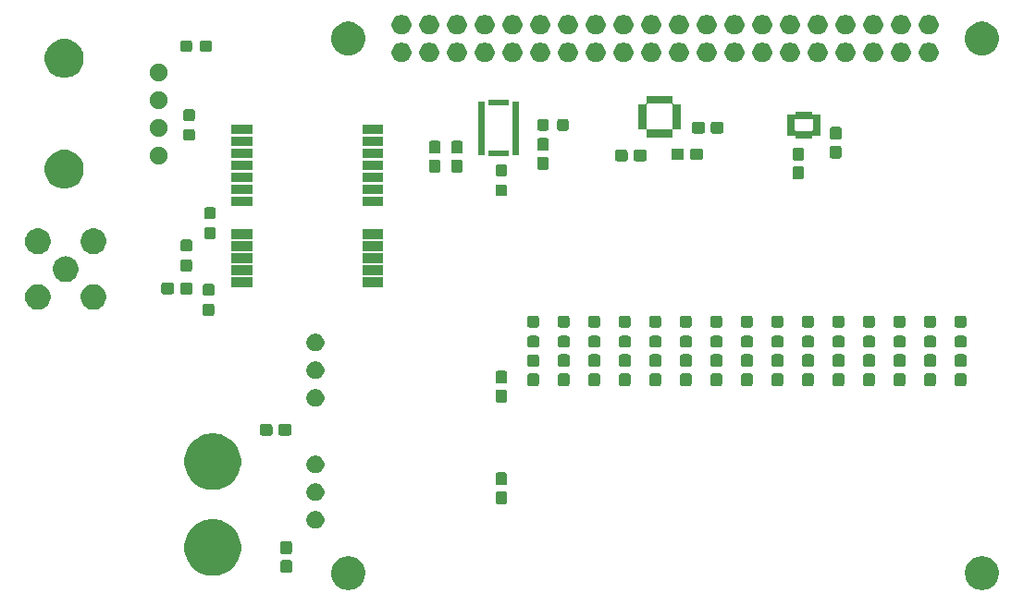
<source format=gbr>
G04 #@! TF.GenerationSoftware,KiCad,Pcbnew,(5.1.4)-1*
G04 #@! TF.CreationDate,2021-01-10T04:06:40-06:00*
G04 #@! TF.ProjectId,Navboard_hardware,4e617662-6f61-4726-945f-686172647761,rev?*
G04 #@! TF.SameCoordinates,Original*
G04 #@! TF.FileFunction,Soldermask,Top*
G04 #@! TF.FilePolarity,Negative*
%FSLAX46Y46*%
G04 Gerber Fmt 4.6, Leading zero omitted, Abs format (unit mm)*
G04 Created by KiCad (PCBNEW (5.1.4)-1) date 2021-01-10 04:06:40*
%MOMM*%
%LPD*%
G04 APERTURE LIST*
%ADD10C,0.010000*%
%ADD11C,0.100000*%
G04 APERTURE END LIST*
D10*
G36*
X126004000Y-62734000D02*
G01*
X127804000Y-62734000D01*
X127804000Y-63534000D01*
X126004000Y-63534000D01*
X126004000Y-62734000D01*
G37*
X126004000Y-62734000D02*
X127804000Y-62734000D01*
X127804000Y-63534000D01*
X126004000Y-63534000D01*
X126004000Y-62734000D01*
G36*
X126004000Y-61634000D02*
G01*
X127804000Y-61634000D01*
X127804000Y-62434000D01*
X126004000Y-62434000D01*
X126004000Y-61634000D01*
G37*
X126004000Y-61634000D02*
X127804000Y-61634000D01*
X127804000Y-62434000D01*
X126004000Y-62434000D01*
X126004000Y-61634000D01*
G36*
X126004000Y-60534000D02*
G01*
X127804000Y-60534000D01*
X127804000Y-61334000D01*
X126004000Y-61334000D01*
X126004000Y-60534000D01*
G37*
X126004000Y-60534000D02*
X127804000Y-60534000D01*
X127804000Y-61334000D01*
X126004000Y-61334000D01*
X126004000Y-60534000D01*
G36*
X126004000Y-59434000D02*
G01*
X127804000Y-59434000D01*
X127804000Y-60234000D01*
X126004000Y-60234000D01*
X126004000Y-59434000D01*
G37*
X126004000Y-59434000D02*
X127804000Y-59434000D01*
X127804000Y-60234000D01*
X126004000Y-60234000D01*
X126004000Y-59434000D01*
G36*
X126004000Y-58334000D02*
G01*
X127804000Y-58334000D01*
X127804000Y-59134000D01*
X126004000Y-59134000D01*
X126004000Y-58334000D01*
G37*
X126004000Y-58334000D02*
X127804000Y-58334000D01*
X127804000Y-59134000D01*
X126004000Y-59134000D01*
X126004000Y-58334000D01*
G36*
X126004000Y-55334000D02*
G01*
X127804000Y-55334000D01*
X127804000Y-56134000D01*
X126004000Y-56134000D01*
X126004000Y-55334000D01*
G37*
X126004000Y-55334000D02*
X127804000Y-55334000D01*
X127804000Y-56134000D01*
X126004000Y-56134000D01*
X126004000Y-55334000D01*
G36*
X126004000Y-54234000D02*
G01*
X127804000Y-54234000D01*
X127804000Y-55034000D01*
X126004000Y-55034000D01*
X126004000Y-54234000D01*
G37*
X126004000Y-54234000D02*
X127804000Y-54234000D01*
X127804000Y-55034000D01*
X126004000Y-55034000D01*
X126004000Y-54234000D01*
G36*
X126004000Y-53134000D02*
G01*
X127804000Y-53134000D01*
X127804000Y-53934000D01*
X126004000Y-53934000D01*
X126004000Y-53134000D01*
G37*
X126004000Y-53134000D02*
X127804000Y-53134000D01*
X127804000Y-53934000D01*
X126004000Y-53934000D01*
X126004000Y-53134000D01*
G36*
X126004000Y-52034000D02*
G01*
X127804000Y-52034000D01*
X127804000Y-52834000D01*
X126004000Y-52834000D01*
X126004000Y-52034000D01*
G37*
X126004000Y-52034000D02*
X127804000Y-52034000D01*
X127804000Y-52834000D01*
X126004000Y-52834000D01*
X126004000Y-52034000D01*
G36*
X126004000Y-50934000D02*
G01*
X127804000Y-50934000D01*
X127804000Y-51734000D01*
X126004000Y-51734000D01*
X126004000Y-50934000D01*
G37*
X126004000Y-50934000D02*
X127804000Y-50934000D01*
X127804000Y-51734000D01*
X126004000Y-51734000D01*
X126004000Y-50934000D01*
G36*
X126004000Y-49834000D02*
G01*
X127804000Y-49834000D01*
X127804000Y-50634000D01*
X126004000Y-50634000D01*
X126004000Y-49834000D01*
G37*
X126004000Y-49834000D02*
X127804000Y-49834000D01*
X127804000Y-50634000D01*
X126004000Y-50634000D01*
X126004000Y-49834000D01*
G36*
X126004000Y-48734000D02*
G01*
X127804000Y-48734000D01*
X127804000Y-49534000D01*
X126004000Y-49534000D01*
X126004000Y-48734000D01*
G37*
X126004000Y-48734000D02*
X127804000Y-48734000D01*
X127804000Y-49534000D01*
X126004000Y-49534000D01*
X126004000Y-48734000D01*
G36*
X114004000Y-62734000D02*
G01*
X115804000Y-62734000D01*
X115804000Y-63534000D01*
X114004000Y-63534000D01*
X114004000Y-62734000D01*
G37*
X114004000Y-62734000D02*
X115804000Y-62734000D01*
X115804000Y-63534000D01*
X114004000Y-63534000D01*
X114004000Y-62734000D01*
G36*
X114004000Y-61634000D02*
G01*
X115804000Y-61634000D01*
X115804000Y-62434000D01*
X114004000Y-62434000D01*
X114004000Y-61634000D01*
G37*
X114004000Y-61634000D02*
X115804000Y-61634000D01*
X115804000Y-62434000D01*
X114004000Y-62434000D01*
X114004000Y-61634000D01*
G36*
X114004000Y-60534000D02*
G01*
X115804000Y-60534000D01*
X115804000Y-61334000D01*
X114004000Y-61334000D01*
X114004000Y-60534000D01*
G37*
X114004000Y-60534000D02*
X115804000Y-60534000D01*
X115804000Y-61334000D01*
X114004000Y-61334000D01*
X114004000Y-60534000D01*
G36*
X114004000Y-59434000D02*
G01*
X115804000Y-59434000D01*
X115804000Y-60234000D01*
X114004000Y-60234000D01*
X114004000Y-59434000D01*
G37*
X114004000Y-59434000D02*
X115804000Y-59434000D01*
X115804000Y-60234000D01*
X114004000Y-60234000D01*
X114004000Y-59434000D01*
G36*
X114004000Y-58334000D02*
G01*
X115804000Y-58334000D01*
X115804000Y-59134000D01*
X114004000Y-59134000D01*
X114004000Y-58334000D01*
G37*
X114004000Y-58334000D02*
X115804000Y-58334000D01*
X115804000Y-59134000D01*
X114004000Y-59134000D01*
X114004000Y-58334000D01*
G36*
X114004000Y-55334000D02*
G01*
X115804000Y-55334000D01*
X115804000Y-56134000D01*
X114004000Y-56134000D01*
X114004000Y-55334000D01*
G37*
X114004000Y-55334000D02*
X115804000Y-55334000D01*
X115804000Y-56134000D01*
X114004000Y-56134000D01*
X114004000Y-55334000D01*
G36*
X114004000Y-54234000D02*
G01*
X115804000Y-54234000D01*
X115804000Y-55034000D01*
X114004000Y-55034000D01*
X114004000Y-54234000D01*
G37*
X114004000Y-54234000D02*
X115804000Y-54234000D01*
X115804000Y-55034000D01*
X114004000Y-55034000D01*
X114004000Y-54234000D01*
G36*
X114004000Y-53134000D02*
G01*
X115804000Y-53134000D01*
X115804000Y-53934000D01*
X114004000Y-53934000D01*
X114004000Y-53134000D01*
G37*
X114004000Y-53134000D02*
X115804000Y-53134000D01*
X115804000Y-53934000D01*
X114004000Y-53934000D01*
X114004000Y-53134000D01*
G36*
X114004000Y-52034000D02*
G01*
X115804000Y-52034000D01*
X115804000Y-52834000D01*
X114004000Y-52834000D01*
X114004000Y-52034000D01*
G37*
X114004000Y-52034000D02*
X115804000Y-52034000D01*
X115804000Y-52834000D01*
X114004000Y-52834000D01*
X114004000Y-52034000D01*
G36*
X114004000Y-50934000D02*
G01*
X115804000Y-50934000D01*
X115804000Y-51734000D01*
X114004000Y-51734000D01*
X114004000Y-50934000D01*
G37*
X114004000Y-50934000D02*
X115804000Y-50934000D01*
X115804000Y-51734000D01*
X114004000Y-51734000D01*
X114004000Y-50934000D01*
G36*
X114004000Y-49834000D02*
G01*
X115804000Y-49834000D01*
X115804000Y-50634000D01*
X114004000Y-50634000D01*
X114004000Y-49834000D01*
G37*
X114004000Y-49834000D02*
X115804000Y-49834000D01*
X115804000Y-50634000D01*
X114004000Y-50634000D01*
X114004000Y-49834000D01*
G36*
X114004000Y-48734000D02*
G01*
X115804000Y-48734000D01*
X115804000Y-49534000D01*
X114004000Y-49534000D01*
X114004000Y-48734000D01*
G37*
X114004000Y-48734000D02*
X115804000Y-48734000D01*
X115804000Y-49534000D01*
X114004000Y-49534000D01*
X114004000Y-48734000D01*
D11*
G36*
X182974585Y-88326802D02*
G01*
X183124410Y-88356604D01*
X183406674Y-88473521D01*
X183660705Y-88643259D01*
X183876741Y-88859295D01*
X184046479Y-89113326D01*
X184163396Y-89395590D01*
X184163396Y-89395591D01*
X184223000Y-89695239D01*
X184223000Y-90000761D01*
X184193198Y-90150585D01*
X184163396Y-90300410D01*
X184046479Y-90582674D01*
X183876741Y-90836705D01*
X183660705Y-91052741D01*
X183406674Y-91222479D01*
X183124410Y-91339396D01*
X182974585Y-91369198D01*
X182824761Y-91399000D01*
X182519239Y-91399000D01*
X182369415Y-91369198D01*
X182219590Y-91339396D01*
X181937326Y-91222479D01*
X181683295Y-91052741D01*
X181467259Y-90836705D01*
X181297521Y-90582674D01*
X181180604Y-90300410D01*
X181150802Y-90150585D01*
X181121000Y-90000761D01*
X181121000Y-89695239D01*
X181180604Y-89395591D01*
X181180604Y-89395590D01*
X181297521Y-89113326D01*
X181467259Y-88859295D01*
X181683295Y-88643259D01*
X181937326Y-88473521D01*
X182219590Y-88356604D01*
X182369415Y-88326802D01*
X182519239Y-88297000D01*
X182824761Y-88297000D01*
X182974585Y-88326802D01*
X182974585Y-88326802D01*
G37*
G36*
X124974585Y-88326802D02*
G01*
X125124410Y-88356604D01*
X125406674Y-88473521D01*
X125660705Y-88643259D01*
X125876741Y-88859295D01*
X126046479Y-89113326D01*
X126163396Y-89395590D01*
X126163396Y-89395591D01*
X126223000Y-89695239D01*
X126223000Y-90000761D01*
X126193198Y-90150585D01*
X126163396Y-90300410D01*
X126046479Y-90582674D01*
X125876741Y-90836705D01*
X125660705Y-91052741D01*
X125406674Y-91222479D01*
X125124410Y-91339396D01*
X124974585Y-91369198D01*
X124824761Y-91399000D01*
X124519239Y-91399000D01*
X124369415Y-91369198D01*
X124219590Y-91339396D01*
X123937326Y-91222479D01*
X123683295Y-91052741D01*
X123467259Y-90836705D01*
X123297521Y-90582674D01*
X123180604Y-90300410D01*
X123150802Y-90150585D01*
X123121000Y-90000761D01*
X123121000Y-89695239D01*
X123180604Y-89395591D01*
X123180604Y-89395590D01*
X123297521Y-89113326D01*
X123467259Y-88859295D01*
X123683295Y-88643259D01*
X123937326Y-88473521D01*
X124219590Y-88356604D01*
X124369415Y-88326802D01*
X124519239Y-88297000D01*
X124824761Y-88297000D01*
X124974585Y-88326802D01*
X124974585Y-88326802D01*
G37*
G36*
X112856908Y-84978380D02*
G01*
X113023767Y-85011570D01*
X113495299Y-85206885D01*
X113706641Y-85348100D01*
X113919666Y-85490438D01*
X114280562Y-85851334D01*
X114401927Y-86032971D01*
X114564115Y-86275701D01*
X114759430Y-86747233D01*
X114859000Y-87247809D01*
X114859000Y-87758191D01*
X114759430Y-88258767D01*
X114564115Y-88730299D01*
X114401927Y-88973029D01*
X114280562Y-89154666D01*
X113919666Y-89515562D01*
X113778535Y-89609862D01*
X113495299Y-89799115D01*
X113023767Y-89994430D01*
X112856908Y-90027620D01*
X112523193Y-90094000D01*
X112012807Y-90094000D01*
X111679092Y-90027620D01*
X111512233Y-89994430D01*
X111040701Y-89799115D01*
X110757465Y-89609862D01*
X110616334Y-89515562D01*
X110255438Y-89154666D01*
X110134073Y-88973029D01*
X109971885Y-88730299D01*
X109776570Y-88258767D01*
X109677000Y-87758191D01*
X109677000Y-87247809D01*
X109776570Y-86747233D01*
X109971885Y-86275701D01*
X110134073Y-86032971D01*
X110255438Y-85851334D01*
X110616334Y-85490438D01*
X110829359Y-85348100D01*
X111040701Y-85206885D01*
X111512233Y-85011570D01*
X111679092Y-84978380D01*
X112012807Y-84912000D01*
X112523193Y-84912000D01*
X112856908Y-84978380D01*
X112856908Y-84978380D01*
G37*
G36*
X119363499Y-88643945D02*
G01*
X119400995Y-88655320D01*
X119435554Y-88673792D01*
X119465847Y-88698653D01*
X119490708Y-88728946D01*
X119509180Y-88763505D01*
X119520555Y-88801001D01*
X119525000Y-88846138D01*
X119525000Y-89609862D01*
X119520555Y-89654999D01*
X119509180Y-89692495D01*
X119490708Y-89727054D01*
X119465847Y-89757347D01*
X119435554Y-89782208D01*
X119400995Y-89800680D01*
X119363499Y-89812055D01*
X119318362Y-89816500D01*
X118679638Y-89816500D01*
X118634501Y-89812055D01*
X118597005Y-89800680D01*
X118562446Y-89782208D01*
X118532153Y-89757347D01*
X118507292Y-89727054D01*
X118488820Y-89692495D01*
X118477445Y-89654999D01*
X118473000Y-89609862D01*
X118473000Y-88846138D01*
X118477445Y-88801001D01*
X118488820Y-88763505D01*
X118507292Y-88728946D01*
X118532153Y-88698653D01*
X118562446Y-88673792D01*
X118597005Y-88655320D01*
X118634501Y-88643945D01*
X118679638Y-88639500D01*
X119318362Y-88639500D01*
X119363499Y-88643945D01*
X119363499Y-88643945D01*
G37*
G36*
X119363499Y-86918945D02*
G01*
X119400995Y-86930320D01*
X119435554Y-86948792D01*
X119465847Y-86973653D01*
X119490708Y-87003946D01*
X119509180Y-87038505D01*
X119520555Y-87076001D01*
X119525000Y-87121138D01*
X119525000Y-87884862D01*
X119520555Y-87929999D01*
X119509180Y-87967495D01*
X119490708Y-88002054D01*
X119465847Y-88032347D01*
X119435554Y-88057208D01*
X119400995Y-88075680D01*
X119363499Y-88087055D01*
X119318362Y-88091500D01*
X118679638Y-88091500D01*
X118634501Y-88087055D01*
X118597005Y-88075680D01*
X118562446Y-88057208D01*
X118532153Y-88032347D01*
X118507292Y-88002054D01*
X118488820Y-87967495D01*
X118477445Y-87929999D01*
X118473000Y-87884862D01*
X118473000Y-87121138D01*
X118477445Y-87076001D01*
X118488820Y-87038505D01*
X118507292Y-87003946D01*
X118532153Y-86973653D01*
X118562446Y-86948792D01*
X118597005Y-86930320D01*
X118634501Y-86918945D01*
X118679638Y-86914500D01*
X119318362Y-86914500D01*
X119363499Y-86918945D01*
X119363499Y-86918945D01*
G37*
G36*
X121903142Y-84181242D02*
G01*
X122051101Y-84242529D01*
X122184255Y-84331499D01*
X122297501Y-84444745D01*
X122386471Y-84577899D01*
X122447758Y-84725858D01*
X122479000Y-84882925D01*
X122479000Y-85043075D01*
X122447758Y-85200142D01*
X122386471Y-85348101D01*
X122297501Y-85481255D01*
X122184255Y-85594501D01*
X122051101Y-85683471D01*
X121903142Y-85744758D01*
X121746075Y-85776000D01*
X121585925Y-85776000D01*
X121428858Y-85744758D01*
X121280899Y-85683471D01*
X121147745Y-85594501D01*
X121034499Y-85481255D01*
X120945529Y-85348101D01*
X120884242Y-85200142D01*
X120853000Y-85043075D01*
X120853000Y-84882925D01*
X120884242Y-84725858D01*
X120945529Y-84577899D01*
X121034499Y-84444745D01*
X121147745Y-84331499D01*
X121280899Y-84242529D01*
X121428858Y-84181242D01*
X121585925Y-84150000D01*
X121746075Y-84150000D01*
X121903142Y-84181242D01*
X121903142Y-84181242D01*
G37*
G36*
X139048499Y-82346945D02*
G01*
X139085995Y-82358320D01*
X139120554Y-82376792D01*
X139150847Y-82401653D01*
X139175708Y-82431946D01*
X139194180Y-82466505D01*
X139205555Y-82504001D01*
X139210000Y-82549138D01*
X139210000Y-83312862D01*
X139205555Y-83357999D01*
X139194180Y-83395495D01*
X139175708Y-83430054D01*
X139150847Y-83460347D01*
X139120554Y-83485208D01*
X139085995Y-83503680D01*
X139048499Y-83515055D01*
X139003362Y-83519500D01*
X138364638Y-83519500D01*
X138319501Y-83515055D01*
X138282005Y-83503680D01*
X138247446Y-83485208D01*
X138217153Y-83460347D01*
X138192292Y-83430054D01*
X138173820Y-83395495D01*
X138162445Y-83357999D01*
X138158000Y-83312862D01*
X138158000Y-82549138D01*
X138162445Y-82504001D01*
X138173820Y-82466505D01*
X138192292Y-82431946D01*
X138217153Y-82401653D01*
X138247446Y-82376792D01*
X138282005Y-82358320D01*
X138319501Y-82346945D01*
X138364638Y-82342500D01*
X139003362Y-82342500D01*
X139048499Y-82346945D01*
X139048499Y-82346945D01*
G37*
G36*
X121903142Y-81641242D02*
G01*
X122051101Y-81702529D01*
X122184255Y-81791499D01*
X122297501Y-81904745D01*
X122386471Y-82037899D01*
X122447758Y-82185858D01*
X122479000Y-82342925D01*
X122479000Y-82503075D01*
X122447758Y-82660142D01*
X122386471Y-82808101D01*
X122297501Y-82941255D01*
X122184255Y-83054501D01*
X122051101Y-83143471D01*
X121903142Y-83204758D01*
X121746075Y-83236000D01*
X121585925Y-83236000D01*
X121428858Y-83204758D01*
X121280899Y-83143471D01*
X121147745Y-83054501D01*
X121034499Y-82941255D01*
X120945529Y-82808101D01*
X120884242Y-82660142D01*
X120853000Y-82503075D01*
X120853000Y-82342925D01*
X120884242Y-82185858D01*
X120945529Y-82037899D01*
X121034499Y-81904745D01*
X121147745Y-81791499D01*
X121280899Y-81702529D01*
X121428858Y-81641242D01*
X121585925Y-81610000D01*
X121746075Y-81610000D01*
X121903142Y-81641242D01*
X121903142Y-81641242D01*
G37*
G36*
X112696631Y-77072499D02*
G01*
X113023767Y-77137570D01*
X113495299Y-77332885D01*
X113738029Y-77495073D01*
X113919666Y-77616438D01*
X114280562Y-77977334D01*
X114401927Y-78158971D01*
X114564115Y-78401701D01*
X114759430Y-78873233D01*
X114759430Y-78873234D01*
X114859000Y-79373807D01*
X114859000Y-79884193D01*
X114843309Y-79963075D01*
X114759430Y-80384767D01*
X114564115Y-80856299D01*
X114401927Y-81099029D01*
X114280562Y-81280666D01*
X113919666Y-81641562D01*
X113779306Y-81735347D01*
X113495299Y-81925115D01*
X113023767Y-82120430D01*
X112856908Y-82153620D01*
X112523193Y-82220000D01*
X112012807Y-82220000D01*
X111679092Y-82153620D01*
X111512233Y-82120430D01*
X111040701Y-81925115D01*
X110756694Y-81735347D01*
X110616334Y-81641562D01*
X110255438Y-81280666D01*
X110134073Y-81099029D01*
X109971885Y-80856299D01*
X109776570Y-80384767D01*
X109692691Y-79963075D01*
X109677000Y-79884193D01*
X109677000Y-79373807D01*
X109776570Y-78873234D01*
X109776570Y-78873233D01*
X109971885Y-78401701D01*
X110134073Y-78158971D01*
X110255438Y-77977334D01*
X110616334Y-77616438D01*
X110797971Y-77495073D01*
X111040701Y-77332885D01*
X111512233Y-77137570D01*
X111839369Y-77072499D01*
X112012807Y-77038000D01*
X112523193Y-77038000D01*
X112696631Y-77072499D01*
X112696631Y-77072499D01*
G37*
G36*
X139048499Y-80621945D02*
G01*
X139085995Y-80633320D01*
X139120554Y-80651792D01*
X139150847Y-80676653D01*
X139175708Y-80706946D01*
X139194180Y-80741505D01*
X139205555Y-80779001D01*
X139210000Y-80824138D01*
X139210000Y-81587862D01*
X139205555Y-81632999D01*
X139194180Y-81670495D01*
X139175708Y-81705054D01*
X139150847Y-81735347D01*
X139120554Y-81760208D01*
X139085995Y-81778680D01*
X139048499Y-81790055D01*
X139003362Y-81794500D01*
X138364638Y-81794500D01*
X138319501Y-81790055D01*
X138282005Y-81778680D01*
X138247446Y-81760208D01*
X138217153Y-81735347D01*
X138192292Y-81705054D01*
X138173820Y-81670495D01*
X138162445Y-81632999D01*
X138158000Y-81587862D01*
X138158000Y-80824138D01*
X138162445Y-80779001D01*
X138173820Y-80741505D01*
X138192292Y-80706946D01*
X138217153Y-80676653D01*
X138247446Y-80651792D01*
X138282005Y-80633320D01*
X138319501Y-80621945D01*
X138364638Y-80617500D01*
X139003362Y-80617500D01*
X139048499Y-80621945D01*
X139048499Y-80621945D01*
G37*
G36*
X121903142Y-79101242D02*
G01*
X122051101Y-79162529D01*
X122184255Y-79251499D01*
X122297501Y-79364745D01*
X122386471Y-79497899D01*
X122447758Y-79645858D01*
X122479000Y-79802925D01*
X122479000Y-79963075D01*
X122447758Y-80120142D01*
X122386471Y-80268101D01*
X122297501Y-80401255D01*
X122184255Y-80514501D01*
X122051101Y-80603471D01*
X121903142Y-80664758D01*
X121746075Y-80696000D01*
X121585925Y-80696000D01*
X121428858Y-80664758D01*
X121280899Y-80603471D01*
X121147745Y-80514501D01*
X121034499Y-80401255D01*
X120945529Y-80268101D01*
X120884242Y-80120142D01*
X120853000Y-79963075D01*
X120853000Y-79802925D01*
X120884242Y-79645858D01*
X120945529Y-79497899D01*
X121034499Y-79364745D01*
X121147745Y-79251499D01*
X121280899Y-79162529D01*
X121428858Y-79101242D01*
X121585925Y-79070000D01*
X121746075Y-79070000D01*
X121903142Y-79101242D01*
X121903142Y-79101242D01*
G37*
G36*
X117573999Y-76186445D02*
G01*
X117611495Y-76197820D01*
X117646054Y-76216292D01*
X117676347Y-76241153D01*
X117701208Y-76271446D01*
X117719680Y-76306005D01*
X117731055Y-76343501D01*
X117735500Y-76388638D01*
X117735500Y-77027362D01*
X117731055Y-77072499D01*
X117719680Y-77109995D01*
X117701208Y-77144554D01*
X117676347Y-77174847D01*
X117646054Y-77199708D01*
X117611495Y-77218180D01*
X117573999Y-77229555D01*
X117528862Y-77234000D01*
X116765138Y-77234000D01*
X116720001Y-77229555D01*
X116682505Y-77218180D01*
X116647946Y-77199708D01*
X116617653Y-77174847D01*
X116592792Y-77144554D01*
X116574320Y-77109995D01*
X116562945Y-77072499D01*
X116558500Y-77027362D01*
X116558500Y-76388638D01*
X116562945Y-76343501D01*
X116574320Y-76306005D01*
X116592792Y-76271446D01*
X116617653Y-76241153D01*
X116647946Y-76216292D01*
X116682505Y-76197820D01*
X116720001Y-76186445D01*
X116765138Y-76182000D01*
X117528862Y-76182000D01*
X117573999Y-76186445D01*
X117573999Y-76186445D01*
G37*
G36*
X119298999Y-76186445D02*
G01*
X119336495Y-76197820D01*
X119371054Y-76216292D01*
X119401347Y-76241153D01*
X119426208Y-76271446D01*
X119444680Y-76306005D01*
X119456055Y-76343501D01*
X119460500Y-76388638D01*
X119460500Y-77027362D01*
X119456055Y-77072499D01*
X119444680Y-77109995D01*
X119426208Y-77144554D01*
X119401347Y-77174847D01*
X119371054Y-77199708D01*
X119336495Y-77218180D01*
X119298999Y-77229555D01*
X119253862Y-77234000D01*
X118490138Y-77234000D01*
X118445001Y-77229555D01*
X118407505Y-77218180D01*
X118372946Y-77199708D01*
X118342653Y-77174847D01*
X118317792Y-77144554D01*
X118299320Y-77109995D01*
X118287945Y-77072499D01*
X118283500Y-77027362D01*
X118283500Y-76388638D01*
X118287945Y-76343501D01*
X118299320Y-76306005D01*
X118317792Y-76271446D01*
X118342653Y-76241153D01*
X118372946Y-76216292D01*
X118407505Y-76197820D01*
X118445001Y-76186445D01*
X118490138Y-76182000D01*
X119253862Y-76182000D01*
X119298999Y-76186445D01*
X119298999Y-76186445D01*
G37*
G36*
X121903142Y-73005242D02*
G01*
X122051101Y-73066529D01*
X122184254Y-73155498D01*
X122297501Y-73268745D01*
X122386471Y-73401899D01*
X122447758Y-73549858D01*
X122479000Y-73706925D01*
X122479000Y-73867075D01*
X122447758Y-74024142D01*
X122386471Y-74172101D01*
X122297501Y-74305255D01*
X122184255Y-74418501D01*
X122051101Y-74507471D01*
X121903142Y-74568758D01*
X121746075Y-74600000D01*
X121585925Y-74600000D01*
X121428858Y-74568758D01*
X121280899Y-74507471D01*
X121147745Y-74418501D01*
X121034499Y-74305255D01*
X120945529Y-74172101D01*
X120884242Y-74024142D01*
X120853000Y-73867075D01*
X120853000Y-73706925D01*
X120884242Y-73549858D01*
X120945529Y-73401899D01*
X121034499Y-73268745D01*
X121147746Y-73155498D01*
X121280899Y-73066529D01*
X121428858Y-73005242D01*
X121585925Y-72974000D01*
X121746075Y-72974000D01*
X121903142Y-73005242D01*
X121903142Y-73005242D01*
G37*
G36*
X139048499Y-73022945D02*
G01*
X139085995Y-73034320D01*
X139120554Y-73052792D01*
X139150847Y-73077653D01*
X139175708Y-73107946D01*
X139194180Y-73142505D01*
X139205555Y-73180001D01*
X139210000Y-73225138D01*
X139210000Y-73988862D01*
X139205555Y-74033999D01*
X139194180Y-74071495D01*
X139175708Y-74106054D01*
X139150847Y-74136347D01*
X139120554Y-74161208D01*
X139085995Y-74179680D01*
X139048499Y-74191055D01*
X139003362Y-74195500D01*
X138364638Y-74195500D01*
X138319501Y-74191055D01*
X138282005Y-74179680D01*
X138247446Y-74161208D01*
X138217153Y-74136347D01*
X138192292Y-74106054D01*
X138173820Y-74071495D01*
X138162445Y-74033999D01*
X138158000Y-73988862D01*
X138158000Y-73225138D01*
X138162445Y-73180001D01*
X138173820Y-73142505D01*
X138192292Y-73107946D01*
X138217153Y-73077653D01*
X138247446Y-73052792D01*
X138282005Y-73034320D01*
X138319501Y-73022945D01*
X138364638Y-73018500D01*
X139003362Y-73018500D01*
X139048499Y-73022945D01*
X139048499Y-73022945D01*
G37*
G36*
X141969499Y-71550445D02*
G01*
X142006995Y-71561820D01*
X142041554Y-71580292D01*
X142071847Y-71605153D01*
X142096708Y-71635446D01*
X142115180Y-71670005D01*
X142126555Y-71707501D01*
X142131000Y-71752638D01*
X142131000Y-72491362D01*
X142126555Y-72536499D01*
X142115180Y-72573995D01*
X142096708Y-72608554D01*
X142071847Y-72638847D01*
X142041554Y-72663708D01*
X142006995Y-72682180D01*
X141969499Y-72693555D01*
X141924362Y-72698000D01*
X141285638Y-72698000D01*
X141240501Y-72693555D01*
X141203005Y-72682180D01*
X141168446Y-72663708D01*
X141138153Y-72638847D01*
X141113292Y-72608554D01*
X141094820Y-72573995D01*
X141083445Y-72536499D01*
X141079000Y-72491362D01*
X141079000Y-71752638D01*
X141083445Y-71707501D01*
X141094820Y-71670005D01*
X141113292Y-71635446D01*
X141138153Y-71605153D01*
X141168446Y-71580292D01*
X141203005Y-71561820D01*
X141240501Y-71550445D01*
X141285638Y-71546000D01*
X141924362Y-71546000D01*
X141969499Y-71550445D01*
X141969499Y-71550445D01*
G37*
G36*
X175497499Y-71536445D02*
G01*
X175534995Y-71547820D01*
X175569554Y-71566292D01*
X175599847Y-71591153D01*
X175624708Y-71621446D01*
X175643180Y-71656005D01*
X175654555Y-71693501D01*
X175659000Y-71738638D01*
X175659000Y-72477362D01*
X175654555Y-72522499D01*
X175643180Y-72559995D01*
X175624708Y-72594554D01*
X175599847Y-72624847D01*
X175569554Y-72649708D01*
X175534995Y-72668180D01*
X175497499Y-72679555D01*
X175452362Y-72684000D01*
X174813638Y-72684000D01*
X174768501Y-72679555D01*
X174731005Y-72668180D01*
X174696446Y-72649708D01*
X174666153Y-72624847D01*
X174641292Y-72594554D01*
X174622820Y-72559995D01*
X174611445Y-72522499D01*
X174607000Y-72477362D01*
X174607000Y-71738638D01*
X174611445Y-71693501D01*
X174622820Y-71656005D01*
X174641292Y-71621446D01*
X174666153Y-71591153D01*
X174696446Y-71566292D01*
X174731005Y-71547820D01*
X174768501Y-71536445D01*
X174813638Y-71532000D01*
X175452362Y-71532000D01*
X175497499Y-71536445D01*
X175497499Y-71536445D01*
G37*
G36*
X181085499Y-71536445D02*
G01*
X181122995Y-71547820D01*
X181157554Y-71566292D01*
X181187847Y-71591153D01*
X181212708Y-71621446D01*
X181231180Y-71656005D01*
X181242555Y-71693501D01*
X181247000Y-71738638D01*
X181247000Y-72477362D01*
X181242555Y-72522499D01*
X181231180Y-72559995D01*
X181212708Y-72594554D01*
X181187847Y-72624847D01*
X181157554Y-72649708D01*
X181122995Y-72668180D01*
X181085499Y-72679555D01*
X181040362Y-72684000D01*
X180401638Y-72684000D01*
X180356501Y-72679555D01*
X180319005Y-72668180D01*
X180284446Y-72649708D01*
X180254153Y-72624847D01*
X180229292Y-72594554D01*
X180210820Y-72559995D01*
X180199445Y-72522499D01*
X180195000Y-72477362D01*
X180195000Y-71738638D01*
X180199445Y-71693501D01*
X180210820Y-71656005D01*
X180229292Y-71621446D01*
X180254153Y-71591153D01*
X180284446Y-71566292D01*
X180319005Y-71547820D01*
X180356501Y-71536445D01*
X180401638Y-71532000D01*
X181040362Y-71532000D01*
X181085499Y-71536445D01*
X181085499Y-71536445D01*
G37*
G36*
X164321499Y-71536445D02*
G01*
X164358995Y-71547820D01*
X164393554Y-71566292D01*
X164423847Y-71591153D01*
X164448708Y-71621446D01*
X164467180Y-71656005D01*
X164478555Y-71693501D01*
X164483000Y-71738638D01*
X164483000Y-72477362D01*
X164478555Y-72522499D01*
X164467180Y-72559995D01*
X164448708Y-72594554D01*
X164423847Y-72624847D01*
X164393554Y-72649708D01*
X164358995Y-72668180D01*
X164321499Y-72679555D01*
X164276362Y-72684000D01*
X163637638Y-72684000D01*
X163592501Y-72679555D01*
X163555005Y-72668180D01*
X163520446Y-72649708D01*
X163490153Y-72624847D01*
X163465292Y-72594554D01*
X163446820Y-72559995D01*
X163435445Y-72522499D01*
X163431000Y-72477362D01*
X163431000Y-71738638D01*
X163435445Y-71693501D01*
X163446820Y-71656005D01*
X163465292Y-71621446D01*
X163490153Y-71591153D01*
X163520446Y-71566292D01*
X163555005Y-71547820D01*
X163592501Y-71536445D01*
X163637638Y-71532000D01*
X164276362Y-71532000D01*
X164321499Y-71536445D01*
X164321499Y-71536445D01*
G37*
G36*
X147557499Y-71536445D02*
G01*
X147594995Y-71547820D01*
X147629554Y-71566292D01*
X147659847Y-71591153D01*
X147684708Y-71621446D01*
X147703180Y-71656005D01*
X147714555Y-71693501D01*
X147719000Y-71738638D01*
X147719000Y-72477362D01*
X147714555Y-72522499D01*
X147703180Y-72559995D01*
X147684708Y-72594554D01*
X147659847Y-72624847D01*
X147629554Y-72649708D01*
X147594995Y-72668180D01*
X147557499Y-72679555D01*
X147512362Y-72684000D01*
X146873638Y-72684000D01*
X146828501Y-72679555D01*
X146791005Y-72668180D01*
X146756446Y-72649708D01*
X146726153Y-72624847D01*
X146701292Y-72594554D01*
X146682820Y-72559995D01*
X146671445Y-72522499D01*
X146667000Y-72477362D01*
X146667000Y-71738638D01*
X146671445Y-71693501D01*
X146682820Y-71656005D01*
X146701292Y-71621446D01*
X146726153Y-71591153D01*
X146756446Y-71566292D01*
X146791005Y-71547820D01*
X146828501Y-71536445D01*
X146873638Y-71532000D01*
X147512362Y-71532000D01*
X147557499Y-71536445D01*
X147557499Y-71536445D01*
G37*
G36*
X150351499Y-71536445D02*
G01*
X150388995Y-71547820D01*
X150423554Y-71566292D01*
X150453847Y-71591153D01*
X150478708Y-71621446D01*
X150497180Y-71656005D01*
X150508555Y-71693501D01*
X150513000Y-71738638D01*
X150513000Y-72477362D01*
X150508555Y-72522499D01*
X150497180Y-72559995D01*
X150478708Y-72594554D01*
X150453847Y-72624847D01*
X150423554Y-72649708D01*
X150388995Y-72668180D01*
X150351499Y-72679555D01*
X150306362Y-72684000D01*
X149667638Y-72684000D01*
X149622501Y-72679555D01*
X149585005Y-72668180D01*
X149550446Y-72649708D01*
X149520153Y-72624847D01*
X149495292Y-72594554D01*
X149476820Y-72559995D01*
X149465445Y-72522499D01*
X149461000Y-72477362D01*
X149461000Y-71738638D01*
X149465445Y-71693501D01*
X149476820Y-71656005D01*
X149495292Y-71621446D01*
X149520153Y-71591153D01*
X149550446Y-71566292D01*
X149585005Y-71547820D01*
X149622501Y-71536445D01*
X149667638Y-71532000D01*
X150306362Y-71532000D01*
X150351499Y-71536445D01*
X150351499Y-71536445D01*
G37*
G36*
X153145499Y-71536445D02*
G01*
X153182995Y-71547820D01*
X153217554Y-71566292D01*
X153247847Y-71591153D01*
X153272708Y-71621446D01*
X153291180Y-71656005D01*
X153302555Y-71693501D01*
X153307000Y-71738638D01*
X153307000Y-72477362D01*
X153302555Y-72522499D01*
X153291180Y-72559995D01*
X153272708Y-72594554D01*
X153247847Y-72624847D01*
X153217554Y-72649708D01*
X153182995Y-72668180D01*
X153145499Y-72679555D01*
X153100362Y-72684000D01*
X152461638Y-72684000D01*
X152416501Y-72679555D01*
X152379005Y-72668180D01*
X152344446Y-72649708D01*
X152314153Y-72624847D01*
X152289292Y-72594554D01*
X152270820Y-72559995D01*
X152259445Y-72522499D01*
X152255000Y-72477362D01*
X152255000Y-71738638D01*
X152259445Y-71693501D01*
X152270820Y-71656005D01*
X152289292Y-71621446D01*
X152314153Y-71591153D01*
X152344446Y-71566292D01*
X152379005Y-71547820D01*
X152416501Y-71536445D01*
X152461638Y-71532000D01*
X153100362Y-71532000D01*
X153145499Y-71536445D01*
X153145499Y-71536445D01*
G37*
G36*
X155939499Y-71536445D02*
G01*
X155976995Y-71547820D01*
X156011554Y-71566292D01*
X156041847Y-71591153D01*
X156066708Y-71621446D01*
X156085180Y-71656005D01*
X156096555Y-71693501D01*
X156101000Y-71738638D01*
X156101000Y-72477362D01*
X156096555Y-72522499D01*
X156085180Y-72559995D01*
X156066708Y-72594554D01*
X156041847Y-72624847D01*
X156011554Y-72649708D01*
X155976995Y-72668180D01*
X155939499Y-72679555D01*
X155894362Y-72684000D01*
X155255638Y-72684000D01*
X155210501Y-72679555D01*
X155173005Y-72668180D01*
X155138446Y-72649708D01*
X155108153Y-72624847D01*
X155083292Y-72594554D01*
X155064820Y-72559995D01*
X155053445Y-72522499D01*
X155049000Y-72477362D01*
X155049000Y-71738638D01*
X155053445Y-71693501D01*
X155064820Y-71656005D01*
X155083292Y-71621446D01*
X155108153Y-71591153D01*
X155138446Y-71566292D01*
X155173005Y-71547820D01*
X155210501Y-71536445D01*
X155255638Y-71532000D01*
X155894362Y-71532000D01*
X155939499Y-71536445D01*
X155939499Y-71536445D01*
G37*
G36*
X169909499Y-71536445D02*
G01*
X169946995Y-71547820D01*
X169981554Y-71566292D01*
X170011847Y-71591153D01*
X170036708Y-71621446D01*
X170055180Y-71656005D01*
X170066555Y-71693501D01*
X170071000Y-71738638D01*
X170071000Y-72477362D01*
X170066555Y-72522499D01*
X170055180Y-72559995D01*
X170036708Y-72594554D01*
X170011847Y-72624847D01*
X169981554Y-72649708D01*
X169946995Y-72668180D01*
X169909499Y-72679555D01*
X169864362Y-72684000D01*
X169225638Y-72684000D01*
X169180501Y-72679555D01*
X169143005Y-72668180D01*
X169108446Y-72649708D01*
X169078153Y-72624847D01*
X169053292Y-72594554D01*
X169034820Y-72559995D01*
X169023445Y-72522499D01*
X169019000Y-72477362D01*
X169019000Y-71738638D01*
X169023445Y-71693501D01*
X169034820Y-71656005D01*
X169053292Y-71621446D01*
X169078153Y-71591153D01*
X169108446Y-71566292D01*
X169143005Y-71547820D01*
X169180501Y-71536445D01*
X169225638Y-71532000D01*
X169864362Y-71532000D01*
X169909499Y-71536445D01*
X169909499Y-71536445D01*
G37*
G36*
X172703499Y-71536445D02*
G01*
X172740995Y-71547820D01*
X172775554Y-71566292D01*
X172805847Y-71591153D01*
X172830708Y-71621446D01*
X172849180Y-71656005D01*
X172860555Y-71693501D01*
X172865000Y-71738638D01*
X172865000Y-72477362D01*
X172860555Y-72522499D01*
X172849180Y-72559995D01*
X172830708Y-72594554D01*
X172805847Y-72624847D01*
X172775554Y-72649708D01*
X172740995Y-72668180D01*
X172703499Y-72679555D01*
X172658362Y-72684000D01*
X172019638Y-72684000D01*
X171974501Y-72679555D01*
X171937005Y-72668180D01*
X171902446Y-72649708D01*
X171872153Y-72624847D01*
X171847292Y-72594554D01*
X171828820Y-72559995D01*
X171817445Y-72522499D01*
X171813000Y-72477362D01*
X171813000Y-71738638D01*
X171817445Y-71693501D01*
X171828820Y-71656005D01*
X171847292Y-71621446D01*
X171872153Y-71591153D01*
X171902446Y-71566292D01*
X171937005Y-71547820D01*
X171974501Y-71536445D01*
X172019638Y-71532000D01*
X172658362Y-71532000D01*
X172703499Y-71536445D01*
X172703499Y-71536445D01*
G37*
G36*
X178291499Y-71536445D02*
G01*
X178328995Y-71547820D01*
X178363554Y-71566292D01*
X178393847Y-71591153D01*
X178418708Y-71621446D01*
X178437180Y-71656005D01*
X178448555Y-71693501D01*
X178453000Y-71738638D01*
X178453000Y-72477362D01*
X178448555Y-72522499D01*
X178437180Y-72559995D01*
X178418708Y-72594554D01*
X178393847Y-72624847D01*
X178363554Y-72649708D01*
X178328995Y-72668180D01*
X178291499Y-72679555D01*
X178246362Y-72684000D01*
X177607638Y-72684000D01*
X177562501Y-72679555D01*
X177525005Y-72668180D01*
X177490446Y-72649708D01*
X177460153Y-72624847D01*
X177435292Y-72594554D01*
X177416820Y-72559995D01*
X177405445Y-72522499D01*
X177401000Y-72477362D01*
X177401000Y-71738638D01*
X177405445Y-71693501D01*
X177416820Y-71656005D01*
X177435292Y-71621446D01*
X177460153Y-71591153D01*
X177490446Y-71566292D01*
X177525005Y-71547820D01*
X177562501Y-71536445D01*
X177607638Y-71532000D01*
X178246362Y-71532000D01*
X178291499Y-71536445D01*
X178291499Y-71536445D01*
G37*
G36*
X144763499Y-71536445D02*
G01*
X144800995Y-71547820D01*
X144835554Y-71566292D01*
X144865847Y-71591153D01*
X144890708Y-71621446D01*
X144909180Y-71656005D01*
X144920555Y-71693501D01*
X144925000Y-71738638D01*
X144925000Y-72477362D01*
X144920555Y-72522499D01*
X144909180Y-72559995D01*
X144890708Y-72594554D01*
X144865847Y-72624847D01*
X144835554Y-72649708D01*
X144800995Y-72668180D01*
X144763499Y-72679555D01*
X144718362Y-72684000D01*
X144079638Y-72684000D01*
X144034501Y-72679555D01*
X143997005Y-72668180D01*
X143962446Y-72649708D01*
X143932153Y-72624847D01*
X143907292Y-72594554D01*
X143888820Y-72559995D01*
X143877445Y-72522499D01*
X143873000Y-72477362D01*
X143873000Y-71738638D01*
X143877445Y-71693501D01*
X143888820Y-71656005D01*
X143907292Y-71621446D01*
X143932153Y-71591153D01*
X143962446Y-71566292D01*
X143997005Y-71547820D01*
X144034501Y-71536445D01*
X144079638Y-71532000D01*
X144718362Y-71532000D01*
X144763499Y-71536445D01*
X144763499Y-71536445D01*
G37*
G36*
X161527499Y-71536445D02*
G01*
X161564995Y-71547820D01*
X161599554Y-71566292D01*
X161629847Y-71591153D01*
X161654708Y-71621446D01*
X161673180Y-71656005D01*
X161684555Y-71693501D01*
X161689000Y-71738638D01*
X161689000Y-72477362D01*
X161684555Y-72522499D01*
X161673180Y-72559995D01*
X161654708Y-72594554D01*
X161629847Y-72624847D01*
X161599554Y-72649708D01*
X161564995Y-72668180D01*
X161527499Y-72679555D01*
X161482362Y-72684000D01*
X160843638Y-72684000D01*
X160798501Y-72679555D01*
X160761005Y-72668180D01*
X160726446Y-72649708D01*
X160696153Y-72624847D01*
X160671292Y-72594554D01*
X160652820Y-72559995D01*
X160641445Y-72522499D01*
X160637000Y-72477362D01*
X160637000Y-71738638D01*
X160641445Y-71693501D01*
X160652820Y-71656005D01*
X160671292Y-71621446D01*
X160696153Y-71591153D01*
X160726446Y-71566292D01*
X160761005Y-71547820D01*
X160798501Y-71536445D01*
X160843638Y-71532000D01*
X161482362Y-71532000D01*
X161527499Y-71536445D01*
X161527499Y-71536445D01*
G37*
G36*
X167115499Y-71536445D02*
G01*
X167152995Y-71547820D01*
X167187554Y-71566292D01*
X167217847Y-71591153D01*
X167242708Y-71621446D01*
X167261180Y-71656005D01*
X167272555Y-71693501D01*
X167277000Y-71738638D01*
X167277000Y-72477362D01*
X167272555Y-72522499D01*
X167261180Y-72559995D01*
X167242708Y-72594554D01*
X167217847Y-72624847D01*
X167187554Y-72649708D01*
X167152995Y-72668180D01*
X167115499Y-72679555D01*
X167070362Y-72684000D01*
X166431638Y-72684000D01*
X166386501Y-72679555D01*
X166349005Y-72668180D01*
X166314446Y-72649708D01*
X166284153Y-72624847D01*
X166259292Y-72594554D01*
X166240820Y-72559995D01*
X166229445Y-72522499D01*
X166225000Y-72477362D01*
X166225000Y-71738638D01*
X166229445Y-71693501D01*
X166240820Y-71656005D01*
X166259292Y-71621446D01*
X166284153Y-71591153D01*
X166314446Y-71566292D01*
X166349005Y-71547820D01*
X166386501Y-71536445D01*
X166431638Y-71532000D01*
X167070362Y-71532000D01*
X167115499Y-71536445D01*
X167115499Y-71536445D01*
G37*
G36*
X158733499Y-71536445D02*
G01*
X158770995Y-71547820D01*
X158805554Y-71566292D01*
X158835847Y-71591153D01*
X158860708Y-71621446D01*
X158879180Y-71656005D01*
X158890555Y-71693501D01*
X158895000Y-71738638D01*
X158895000Y-72477362D01*
X158890555Y-72522499D01*
X158879180Y-72559995D01*
X158860708Y-72594554D01*
X158835847Y-72624847D01*
X158805554Y-72649708D01*
X158770995Y-72668180D01*
X158733499Y-72679555D01*
X158688362Y-72684000D01*
X158049638Y-72684000D01*
X158004501Y-72679555D01*
X157967005Y-72668180D01*
X157932446Y-72649708D01*
X157902153Y-72624847D01*
X157877292Y-72594554D01*
X157858820Y-72559995D01*
X157847445Y-72522499D01*
X157843000Y-72477362D01*
X157843000Y-71738638D01*
X157847445Y-71693501D01*
X157858820Y-71656005D01*
X157877292Y-71621446D01*
X157902153Y-71591153D01*
X157932446Y-71566292D01*
X157967005Y-71547820D01*
X158004501Y-71536445D01*
X158049638Y-71532000D01*
X158688362Y-71532000D01*
X158733499Y-71536445D01*
X158733499Y-71536445D01*
G37*
G36*
X139048499Y-71297945D02*
G01*
X139085995Y-71309320D01*
X139120554Y-71327792D01*
X139150847Y-71352653D01*
X139175708Y-71382946D01*
X139194180Y-71417505D01*
X139205555Y-71455001D01*
X139210000Y-71500138D01*
X139210000Y-72263862D01*
X139205555Y-72308999D01*
X139194180Y-72346495D01*
X139175708Y-72381054D01*
X139150847Y-72411347D01*
X139120554Y-72436208D01*
X139085995Y-72454680D01*
X139048499Y-72466055D01*
X139003362Y-72470500D01*
X138364638Y-72470500D01*
X138319501Y-72466055D01*
X138282005Y-72454680D01*
X138247446Y-72436208D01*
X138217153Y-72411347D01*
X138192292Y-72381054D01*
X138173820Y-72346495D01*
X138162445Y-72308999D01*
X138158000Y-72263862D01*
X138158000Y-71500138D01*
X138162445Y-71455001D01*
X138173820Y-71417505D01*
X138192292Y-71382946D01*
X138217153Y-71352653D01*
X138247446Y-71327792D01*
X138282005Y-71309320D01*
X138319501Y-71297945D01*
X138364638Y-71293500D01*
X139003362Y-71293500D01*
X139048499Y-71297945D01*
X139048499Y-71297945D01*
G37*
G36*
X121903142Y-70465242D02*
G01*
X122051101Y-70526529D01*
X122184255Y-70615499D01*
X122297501Y-70728745D01*
X122386471Y-70861899D01*
X122447758Y-71009858D01*
X122479000Y-71166925D01*
X122479000Y-71327075D01*
X122447758Y-71484142D01*
X122386471Y-71632101D01*
X122297501Y-71765255D01*
X122184255Y-71878501D01*
X122051101Y-71967471D01*
X121903142Y-72028758D01*
X121746075Y-72060000D01*
X121585925Y-72060000D01*
X121428858Y-72028758D01*
X121280899Y-71967471D01*
X121147745Y-71878501D01*
X121034499Y-71765255D01*
X120945529Y-71632101D01*
X120884242Y-71484142D01*
X120853000Y-71327075D01*
X120853000Y-71166925D01*
X120884242Y-71009858D01*
X120945529Y-70861899D01*
X121034499Y-70728745D01*
X121147745Y-70615499D01*
X121280899Y-70526529D01*
X121428858Y-70465242D01*
X121585925Y-70434000D01*
X121746075Y-70434000D01*
X121903142Y-70465242D01*
X121903142Y-70465242D01*
G37*
G36*
X141969499Y-69800445D02*
G01*
X142006995Y-69811820D01*
X142041554Y-69830292D01*
X142071847Y-69855153D01*
X142096708Y-69885446D01*
X142115180Y-69920005D01*
X142126555Y-69957501D01*
X142131000Y-70002638D01*
X142131000Y-70741362D01*
X142126555Y-70786499D01*
X142115180Y-70823995D01*
X142096708Y-70858554D01*
X142071847Y-70888847D01*
X142041554Y-70913708D01*
X142006995Y-70932180D01*
X141969499Y-70943555D01*
X141924362Y-70948000D01*
X141285638Y-70948000D01*
X141240501Y-70943555D01*
X141203005Y-70932180D01*
X141168446Y-70913708D01*
X141138153Y-70888847D01*
X141113292Y-70858554D01*
X141094820Y-70823995D01*
X141083445Y-70786499D01*
X141079000Y-70741362D01*
X141079000Y-70002638D01*
X141083445Y-69957501D01*
X141094820Y-69920005D01*
X141113292Y-69885446D01*
X141138153Y-69855153D01*
X141168446Y-69830292D01*
X141203005Y-69811820D01*
X141240501Y-69800445D01*
X141285638Y-69796000D01*
X141924362Y-69796000D01*
X141969499Y-69800445D01*
X141969499Y-69800445D01*
G37*
G36*
X169909499Y-69786445D02*
G01*
X169946995Y-69797820D01*
X169981554Y-69816292D01*
X170011847Y-69841153D01*
X170036708Y-69871446D01*
X170055180Y-69906005D01*
X170066555Y-69943501D01*
X170071000Y-69988638D01*
X170071000Y-70727362D01*
X170066555Y-70772499D01*
X170055180Y-70809995D01*
X170036708Y-70844554D01*
X170011847Y-70874847D01*
X169981554Y-70899708D01*
X169946995Y-70918180D01*
X169909499Y-70929555D01*
X169864362Y-70934000D01*
X169225638Y-70934000D01*
X169180501Y-70929555D01*
X169143005Y-70918180D01*
X169108446Y-70899708D01*
X169078153Y-70874847D01*
X169053292Y-70844554D01*
X169034820Y-70809995D01*
X169023445Y-70772499D01*
X169019000Y-70727362D01*
X169019000Y-69988638D01*
X169023445Y-69943501D01*
X169034820Y-69906005D01*
X169053292Y-69871446D01*
X169078153Y-69841153D01*
X169108446Y-69816292D01*
X169143005Y-69797820D01*
X169180501Y-69786445D01*
X169225638Y-69782000D01*
X169864362Y-69782000D01*
X169909499Y-69786445D01*
X169909499Y-69786445D01*
G37*
G36*
X175497499Y-69786445D02*
G01*
X175534995Y-69797820D01*
X175569554Y-69816292D01*
X175599847Y-69841153D01*
X175624708Y-69871446D01*
X175643180Y-69906005D01*
X175654555Y-69943501D01*
X175659000Y-69988638D01*
X175659000Y-70727362D01*
X175654555Y-70772499D01*
X175643180Y-70809995D01*
X175624708Y-70844554D01*
X175599847Y-70874847D01*
X175569554Y-70899708D01*
X175534995Y-70918180D01*
X175497499Y-70929555D01*
X175452362Y-70934000D01*
X174813638Y-70934000D01*
X174768501Y-70929555D01*
X174731005Y-70918180D01*
X174696446Y-70899708D01*
X174666153Y-70874847D01*
X174641292Y-70844554D01*
X174622820Y-70809995D01*
X174611445Y-70772499D01*
X174607000Y-70727362D01*
X174607000Y-69988638D01*
X174611445Y-69943501D01*
X174622820Y-69906005D01*
X174641292Y-69871446D01*
X174666153Y-69841153D01*
X174696446Y-69816292D01*
X174731005Y-69797820D01*
X174768501Y-69786445D01*
X174813638Y-69782000D01*
X175452362Y-69782000D01*
X175497499Y-69786445D01*
X175497499Y-69786445D01*
G37*
G36*
X181085499Y-69786445D02*
G01*
X181122995Y-69797820D01*
X181157554Y-69816292D01*
X181187847Y-69841153D01*
X181212708Y-69871446D01*
X181231180Y-69906005D01*
X181242555Y-69943501D01*
X181247000Y-69988638D01*
X181247000Y-70727362D01*
X181242555Y-70772499D01*
X181231180Y-70809995D01*
X181212708Y-70844554D01*
X181187847Y-70874847D01*
X181157554Y-70899708D01*
X181122995Y-70918180D01*
X181085499Y-70929555D01*
X181040362Y-70934000D01*
X180401638Y-70934000D01*
X180356501Y-70929555D01*
X180319005Y-70918180D01*
X180284446Y-70899708D01*
X180254153Y-70874847D01*
X180229292Y-70844554D01*
X180210820Y-70809995D01*
X180199445Y-70772499D01*
X180195000Y-70727362D01*
X180195000Y-69988638D01*
X180199445Y-69943501D01*
X180210820Y-69906005D01*
X180229292Y-69871446D01*
X180254153Y-69841153D01*
X180284446Y-69816292D01*
X180319005Y-69797820D01*
X180356501Y-69786445D01*
X180401638Y-69782000D01*
X181040362Y-69782000D01*
X181085499Y-69786445D01*
X181085499Y-69786445D01*
G37*
G36*
X164321499Y-69786445D02*
G01*
X164358995Y-69797820D01*
X164393554Y-69816292D01*
X164423847Y-69841153D01*
X164448708Y-69871446D01*
X164467180Y-69906005D01*
X164478555Y-69943501D01*
X164483000Y-69988638D01*
X164483000Y-70727362D01*
X164478555Y-70772499D01*
X164467180Y-70809995D01*
X164448708Y-70844554D01*
X164423847Y-70874847D01*
X164393554Y-70899708D01*
X164358995Y-70918180D01*
X164321499Y-70929555D01*
X164276362Y-70934000D01*
X163637638Y-70934000D01*
X163592501Y-70929555D01*
X163555005Y-70918180D01*
X163520446Y-70899708D01*
X163490153Y-70874847D01*
X163465292Y-70844554D01*
X163446820Y-70809995D01*
X163435445Y-70772499D01*
X163431000Y-70727362D01*
X163431000Y-69988638D01*
X163435445Y-69943501D01*
X163446820Y-69906005D01*
X163465292Y-69871446D01*
X163490153Y-69841153D01*
X163520446Y-69816292D01*
X163555005Y-69797820D01*
X163592501Y-69786445D01*
X163637638Y-69782000D01*
X164276362Y-69782000D01*
X164321499Y-69786445D01*
X164321499Y-69786445D01*
G37*
G36*
X144763499Y-69786445D02*
G01*
X144800995Y-69797820D01*
X144835554Y-69816292D01*
X144865847Y-69841153D01*
X144890708Y-69871446D01*
X144909180Y-69906005D01*
X144920555Y-69943501D01*
X144925000Y-69988638D01*
X144925000Y-70727362D01*
X144920555Y-70772499D01*
X144909180Y-70809995D01*
X144890708Y-70844554D01*
X144865847Y-70874847D01*
X144835554Y-70899708D01*
X144800995Y-70918180D01*
X144763499Y-70929555D01*
X144718362Y-70934000D01*
X144079638Y-70934000D01*
X144034501Y-70929555D01*
X143997005Y-70918180D01*
X143962446Y-70899708D01*
X143932153Y-70874847D01*
X143907292Y-70844554D01*
X143888820Y-70809995D01*
X143877445Y-70772499D01*
X143873000Y-70727362D01*
X143873000Y-69988638D01*
X143877445Y-69943501D01*
X143888820Y-69906005D01*
X143907292Y-69871446D01*
X143932153Y-69841153D01*
X143962446Y-69816292D01*
X143997005Y-69797820D01*
X144034501Y-69786445D01*
X144079638Y-69782000D01*
X144718362Y-69782000D01*
X144763499Y-69786445D01*
X144763499Y-69786445D01*
G37*
G36*
X147557499Y-69786445D02*
G01*
X147594995Y-69797820D01*
X147629554Y-69816292D01*
X147659847Y-69841153D01*
X147684708Y-69871446D01*
X147703180Y-69906005D01*
X147714555Y-69943501D01*
X147719000Y-69988638D01*
X147719000Y-70727362D01*
X147714555Y-70772499D01*
X147703180Y-70809995D01*
X147684708Y-70844554D01*
X147659847Y-70874847D01*
X147629554Y-70899708D01*
X147594995Y-70918180D01*
X147557499Y-70929555D01*
X147512362Y-70934000D01*
X146873638Y-70934000D01*
X146828501Y-70929555D01*
X146791005Y-70918180D01*
X146756446Y-70899708D01*
X146726153Y-70874847D01*
X146701292Y-70844554D01*
X146682820Y-70809995D01*
X146671445Y-70772499D01*
X146667000Y-70727362D01*
X146667000Y-69988638D01*
X146671445Y-69943501D01*
X146682820Y-69906005D01*
X146701292Y-69871446D01*
X146726153Y-69841153D01*
X146756446Y-69816292D01*
X146791005Y-69797820D01*
X146828501Y-69786445D01*
X146873638Y-69782000D01*
X147512362Y-69782000D01*
X147557499Y-69786445D01*
X147557499Y-69786445D01*
G37*
G36*
X167115499Y-69786445D02*
G01*
X167152995Y-69797820D01*
X167187554Y-69816292D01*
X167217847Y-69841153D01*
X167242708Y-69871446D01*
X167261180Y-69906005D01*
X167272555Y-69943501D01*
X167277000Y-69988638D01*
X167277000Y-70727362D01*
X167272555Y-70772499D01*
X167261180Y-70809995D01*
X167242708Y-70844554D01*
X167217847Y-70874847D01*
X167187554Y-70899708D01*
X167152995Y-70918180D01*
X167115499Y-70929555D01*
X167070362Y-70934000D01*
X166431638Y-70934000D01*
X166386501Y-70929555D01*
X166349005Y-70918180D01*
X166314446Y-70899708D01*
X166284153Y-70874847D01*
X166259292Y-70844554D01*
X166240820Y-70809995D01*
X166229445Y-70772499D01*
X166225000Y-70727362D01*
X166225000Y-69988638D01*
X166229445Y-69943501D01*
X166240820Y-69906005D01*
X166259292Y-69871446D01*
X166284153Y-69841153D01*
X166314446Y-69816292D01*
X166349005Y-69797820D01*
X166386501Y-69786445D01*
X166431638Y-69782000D01*
X167070362Y-69782000D01*
X167115499Y-69786445D01*
X167115499Y-69786445D01*
G37*
G36*
X153145499Y-69786445D02*
G01*
X153182995Y-69797820D01*
X153217554Y-69816292D01*
X153247847Y-69841153D01*
X153272708Y-69871446D01*
X153291180Y-69906005D01*
X153302555Y-69943501D01*
X153307000Y-69988638D01*
X153307000Y-70727362D01*
X153302555Y-70772499D01*
X153291180Y-70809995D01*
X153272708Y-70844554D01*
X153247847Y-70874847D01*
X153217554Y-70899708D01*
X153182995Y-70918180D01*
X153145499Y-70929555D01*
X153100362Y-70934000D01*
X152461638Y-70934000D01*
X152416501Y-70929555D01*
X152379005Y-70918180D01*
X152344446Y-70899708D01*
X152314153Y-70874847D01*
X152289292Y-70844554D01*
X152270820Y-70809995D01*
X152259445Y-70772499D01*
X152255000Y-70727362D01*
X152255000Y-69988638D01*
X152259445Y-69943501D01*
X152270820Y-69906005D01*
X152289292Y-69871446D01*
X152314153Y-69841153D01*
X152344446Y-69816292D01*
X152379005Y-69797820D01*
X152416501Y-69786445D01*
X152461638Y-69782000D01*
X153100362Y-69782000D01*
X153145499Y-69786445D01*
X153145499Y-69786445D01*
G37*
G36*
X155939499Y-69786445D02*
G01*
X155976995Y-69797820D01*
X156011554Y-69816292D01*
X156041847Y-69841153D01*
X156066708Y-69871446D01*
X156085180Y-69906005D01*
X156096555Y-69943501D01*
X156101000Y-69988638D01*
X156101000Y-70727362D01*
X156096555Y-70772499D01*
X156085180Y-70809995D01*
X156066708Y-70844554D01*
X156041847Y-70874847D01*
X156011554Y-70899708D01*
X155976995Y-70918180D01*
X155939499Y-70929555D01*
X155894362Y-70934000D01*
X155255638Y-70934000D01*
X155210501Y-70929555D01*
X155173005Y-70918180D01*
X155138446Y-70899708D01*
X155108153Y-70874847D01*
X155083292Y-70844554D01*
X155064820Y-70809995D01*
X155053445Y-70772499D01*
X155049000Y-70727362D01*
X155049000Y-69988638D01*
X155053445Y-69943501D01*
X155064820Y-69906005D01*
X155083292Y-69871446D01*
X155108153Y-69841153D01*
X155138446Y-69816292D01*
X155173005Y-69797820D01*
X155210501Y-69786445D01*
X155255638Y-69782000D01*
X155894362Y-69782000D01*
X155939499Y-69786445D01*
X155939499Y-69786445D01*
G37*
G36*
X178291499Y-69786445D02*
G01*
X178328995Y-69797820D01*
X178363554Y-69816292D01*
X178393847Y-69841153D01*
X178418708Y-69871446D01*
X178437180Y-69906005D01*
X178448555Y-69943501D01*
X178453000Y-69988638D01*
X178453000Y-70727362D01*
X178448555Y-70772499D01*
X178437180Y-70809995D01*
X178418708Y-70844554D01*
X178393847Y-70874847D01*
X178363554Y-70899708D01*
X178328995Y-70918180D01*
X178291499Y-70929555D01*
X178246362Y-70934000D01*
X177607638Y-70934000D01*
X177562501Y-70929555D01*
X177525005Y-70918180D01*
X177490446Y-70899708D01*
X177460153Y-70874847D01*
X177435292Y-70844554D01*
X177416820Y-70809995D01*
X177405445Y-70772499D01*
X177401000Y-70727362D01*
X177401000Y-69988638D01*
X177405445Y-69943501D01*
X177416820Y-69906005D01*
X177435292Y-69871446D01*
X177460153Y-69841153D01*
X177490446Y-69816292D01*
X177525005Y-69797820D01*
X177562501Y-69786445D01*
X177607638Y-69782000D01*
X178246362Y-69782000D01*
X178291499Y-69786445D01*
X178291499Y-69786445D01*
G37*
G36*
X158733499Y-69786445D02*
G01*
X158770995Y-69797820D01*
X158805554Y-69816292D01*
X158835847Y-69841153D01*
X158860708Y-69871446D01*
X158879180Y-69906005D01*
X158890555Y-69943501D01*
X158895000Y-69988638D01*
X158895000Y-70727362D01*
X158890555Y-70772499D01*
X158879180Y-70809995D01*
X158860708Y-70844554D01*
X158835847Y-70874847D01*
X158805554Y-70899708D01*
X158770995Y-70918180D01*
X158733499Y-70929555D01*
X158688362Y-70934000D01*
X158049638Y-70934000D01*
X158004501Y-70929555D01*
X157967005Y-70918180D01*
X157932446Y-70899708D01*
X157902153Y-70874847D01*
X157877292Y-70844554D01*
X157858820Y-70809995D01*
X157847445Y-70772499D01*
X157843000Y-70727362D01*
X157843000Y-69988638D01*
X157847445Y-69943501D01*
X157858820Y-69906005D01*
X157877292Y-69871446D01*
X157902153Y-69841153D01*
X157932446Y-69816292D01*
X157967005Y-69797820D01*
X158004501Y-69786445D01*
X158049638Y-69782000D01*
X158688362Y-69782000D01*
X158733499Y-69786445D01*
X158733499Y-69786445D01*
G37*
G36*
X172703499Y-69786445D02*
G01*
X172740995Y-69797820D01*
X172775554Y-69816292D01*
X172805847Y-69841153D01*
X172830708Y-69871446D01*
X172849180Y-69906005D01*
X172860555Y-69943501D01*
X172865000Y-69988638D01*
X172865000Y-70727362D01*
X172860555Y-70772499D01*
X172849180Y-70809995D01*
X172830708Y-70844554D01*
X172805847Y-70874847D01*
X172775554Y-70899708D01*
X172740995Y-70918180D01*
X172703499Y-70929555D01*
X172658362Y-70934000D01*
X172019638Y-70934000D01*
X171974501Y-70929555D01*
X171937005Y-70918180D01*
X171902446Y-70899708D01*
X171872153Y-70874847D01*
X171847292Y-70844554D01*
X171828820Y-70809995D01*
X171817445Y-70772499D01*
X171813000Y-70727362D01*
X171813000Y-69988638D01*
X171817445Y-69943501D01*
X171828820Y-69906005D01*
X171847292Y-69871446D01*
X171872153Y-69841153D01*
X171902446Y-69816292D01*
X171937005Y-69797820D01*
X171974501Y-69786445D01*
X172019638Y-69782000D01*
X172658362Y-69782000D01*
X172703499Y-69786445D01*
X172703499Y-69786445D01*
G37*
G36*
X161527499Y-69786445D02*
G01*
X161564995Y-69797820D01*
X161599554Y-69816292D01*
X161629847Y-69841153D01*
X161654708Y-69871446D01*
X161673180Y-69906005D01*
X161684555Y-69943501D01*
X161689000Y-69988638D01*
X161689000Y-70727362D01*
X161684555Y-70772499D01*
X161673180Y-70809995D01*
X161654708Y-70844554D01*
X161629847Y-70874847D01*
X161599554Y-70899708D01*
X161564995Y-70918180D01*
X161527499Y-70929555D01*
X161482362Y-70934000D01*
X160843638Y-70934000D01*
X160798501Y-70929555D01*
X160761005Y-70918180D01*
X160726446Y-70899708D01*
X160696153Y-70874847D01*
X160671292Y-70844554D01*
X160652820Y-70809995D01*
X160641445Y-70772499D01*
X160637000Y-70727362D01*
X160637000Y-69988638D01*
X160641445Y-69943501D01*
X160652820Y-69906005D01*
X160671292Y-69871446D01*
X160696153Y-69841153D01*
X160726446Y-69816292D01*
X160761005Y-69797820D01*
X160798501Y-69786445D01*
X160843638Y-69782000D01*
X161482362Y-69782000D01*
X161527499Y-69786445D01*
X161527499Y-69786445D01*
G37*
G36*
X150351499Y-69786445D02*
G01*
X150388995Y-69797820D01*
X150423554Y-69816292D01*
X150453847Y-69841153D01*
X150478708Y-69871446D01*
X150497180Y-69906005D01*
X150508555Y-69943501D01*
X150513000Y-69988638D01*
X150513000Y-70727362D01*
X150508555Y-70772499D01*
X150497180Y-70809995D01*
X150478708Y-70844554D01*
X150453847Y-70874847D01*
X150423554Y-70899708D01*
X150388995Y-70918180D01*
X150351499Y-70929555D01*
X150306362Y-70934000D01*
X149667638Y-70934000D01*
X149622501Y-70929555D01*
X149585005Y-70918180D01*
X149550446Y-70899708D01*
X149520153Y-70874847D01*
X149495292Y-70844554D01*
X149476820Y-70809995D01*
X149465445Y-70772499D01*
X149461000Y-70727362D01*
X149461000Y-69988638D01*
X149465445Y-69943501D01*
X149476820Y-69906005D01*
X149495292Y-69871446D01*
X149520153Y-69841153D01*
X149550446Y-69816292D01*
X149585005Y-69797820D01*
X149622501Y-69786445D01*
X149667638Y-69782000D01*
X150306362Y-69782000D01*
X150351499Y-69786445D01*
X150351499Y-69786445D01*
G37*
G36*
X121903142Y-67925242D02*
G01*
X122051101Y-67986529D01*
X122184255Y-68075499D01*
X122297501Y-68188745D01*
X122386471Y-68321899D01*
X122447758Y-68469858D01*
X122479000Y-68626925D01*
X122479000Y-68787075D01*
X122447758Y-68944142D01*
X122386471Y-69092101D01*
X122297501Y-69225255D01*
X122184255Y-69338501D01*
X122051101Y-69427471D01*
X121903142Y-69488758D01*
X121746075Y-69520000D01*
X121585925Y-69520000D01*
X121428858Y-69488758D01*
X121280899Y-69427471D01*
X121147745Y-69338501D01*
X121034499Y-69225255D01*
X120945529Y-69092101D01*
X120884242Y-68944142D01*
X120853000Y-68787075D01*
X120853000Y-68626925D01*
X120884242Y-68469858D01*
X120945529Y-68321899D01*
X121034499Y-68188745D01*
X121147745Y-68075499D01*
X121280899Y-67986529D01*
X121428858Y-67925242D01*
X121585925Y-67894000D01*
X121746075Y-67894000D01*
X121903142Y-67925242D01*
X121903142Y-67925242D01*
G37*
G36*
X169909499Y-68092945D02*
G01*
X169946995Y-68104320D01*
X169981554Y-68122792D01*
X170011847Y-68147653D01*
X170036708Y-68177946D01*
X170055180Y-68212505D01*
X170066555Y-68250001D01*
X170071000Y-68295138D01*
X170071000Y-68958862D01*
X170066555Y-69003999D01*
X170055180Y-69041495D01*
X170036708Y-69076054D01*
X170011847Y-69106347D01*
X169981554Y-69131208D01*
X169946995Y-69149680D01*
X169909499Y-69161055D01*
X169864362Y-69165500D01*
X169225638Y-69165500D01*
X169180501Y-69161055D01*
X169143005Y-69149680D01*
X169108446Y-69131208D01*
X169078153Y-69106347D01*
X169053292Y-69076054D01*
X169034820Y-69041495D01*
X169023445Y-69003999D01*
X169019000Y-68958862D01*
X169019000Y-68295138D01*
X169023445Y-68250001D01*
X169034820Y-68212505D01*
X169053292Y-68177946D01*
X169078153Y-68147653D01*
X169108446Y-68122792D01*
X169143005Y-68104320D01*
X169180501Y-68092945D01*
X169225638Y-68088500D01*
X169864362Y-68088500D01*
X169909499Y-68092945D01*
X169909499Y-68092945D01*
G37*
G36*
X164321499Y-68092945D02*
G01*
X164358995Y-68104320D01*
X164393554Y-68122792D01*
X164423847Y-68147653D01*
X164448708Y-68177946D01*
X164467180Y-68212505D01*
X164478555Y-68250001D01*
X164483000Y-68295138D01*
X164483000Y-68958862D01*
X164478555Y-69003999D01*
X164467180Y-69041495D01*
X164448708Y-69076054D01*
X164423847Y-69106347D01*
X164393554Y-69131208D01*
X164358995Y-69149680D01*
X164321499Y-69161055D01*
X164276362Y-69165500D01*
X163637638Y-69165500D01*
X163592501Y-69161055D01*
X163555005Y-69149680D01*
X163520446Y-69131208D01*
X163490153Y-69106347D01*
X163465292Y-69076054D01*
X163446820Y-69041495D01*
X163435445Y-69003999D01*
X163431000Y-68958862D01*
X163431000Y-68295138D01*
X163435445Y-68250001D01*
X163446820Y-68212505D01*
X163465292Y-68177946D01*
X163490153Y-68147653D01*
X163520446Y-68122792D01*
X163555005Y-68104320D01*
X163592501Y-68092945D01*
X163637638Y-68088500D01*
X164276362Y-68088500D01*
X164321499Y-68092945D01*
X164321499Y-68092945D01*
G37*
G36*
X147557499Y-68092945D02*
G01*
X147594995Y-68104320D01*
X147629554Y-68122792D01*
X147659847Y-68147653D01*
X147684708Y-68177946D01*
X147703180Y-68212505D01*
X147714555Y-68250001D01*
X147719000Y-68295138D01*
X147719000Y-68958862D01*
X147714555Y-69003999D01*
X147703180Y-69041495D01*
X147684708Y-69076054D01*
X147659847Y-69106347D01*
X147629554Y-69131208D01*
X147594995Y-69149680D01*
X147557499Y-69161055D01*
X147512362Y-69165500D01*
X146873638Y-69165500D01*
X146828501Y-69161055D01*
X146791005Y-69149680D01*
X146756446Y-69131208D01*
X146726153Y-69106347D01*
X146701292Y-69076054D01*
X146682820Y-69041495D01*
X146671445Y-69003999D01*
X146667000Y-68958862D01*
X146667000Y-68295138D01*
X146671445Y-68250001D01*
X146682820Y-68212505D01*
X146701292Y-68177946D01*
X146726153Y-68147653D01*
X146756446Y-68122792D01*
X146791005Y-68104320D01*
X146828501Y-68092945D01*
X146873638Y-68088500D01*
X147512362Y-68088500D01*
X147557499Y-68092945D01*
X147557499Y-68092945D01*
G37*
G36*
X150351499Y-68092945D02*
G01*
X150388995Y-68104320D01*
X150423554Y-68122792D01*
X150453847Y-68147653D01*
X150478708Y-68177946D01*
X150497180Y-68212505D01*
X150508555Y-68250001D01*
X150513000Y-68295138D01*
X150513000Y-68958862D01*
X150508555Y-69003999D01*
X150497180Y-69041495D01*
X150478708Y-69076054D01*
X150453847Y-69106347D01*
X150423554Y-69131208D01*
X150388995Y-69149680D01*
X150351499Y-69161055D01*
X150306362Y-69165500D01*
X149667638Y-69165500D01*
X149622501Y-69161055D01*
X149585005Y-69149680D01*
X149550446Y-69131208D01*
X149520153Y-69106347D01*
X149495292Y-69076054D01*
X149476820Y-69041495D01*
X149465445Y-69003999D01*
X149461000Y-68958862D01*
X149461000Y-68295138D01*
X149465445Y-68250001D01*
X149476820Y-68212505D01*
X149495292Y-68177946D01*
X149520153Y-68147653D01*
X149550446Y-68122792D01*
X149585005Y-68104320D01*
X149622501Y-68092945D01*
X149667638Y-68088500D01*
X150306362Y-68088500D01*
X150351499Y-68092945D01*
X150351499Y-68092945D01*
G37*
G36*
X153145499Y-68092945D02*
G01*
X153182995Y-68104320D01*
X153217554Y-68122792D01*
X153247847Y-68147653D01*
X153272708Y-68177946D01*
X153291180Y-68212505D01*
X153302555Y-68250001D01*
X153307000Y-68295138D01*
X153307000Y-68958862D01*
X153302555Y-69003999D01*
X153291180Y-69041495D01*
X153272708Y-69076054D01*
X153247847Y-69106347D01*
X153217554Y-69131208D01*
X153182995Y-69149680D01*
X153145499Y-69161055D01*
X153100362Y-69165500D01*
X152461638Y-69165500D01*
X152416501Y-69161055D01*
X152379005Y-69149680D01*
X152344446Y-69131208D01*
X152314153Y-69106347D01*
X152289292Y-69076054D01*
X152270820Y-69041495D01*
X152259445Y-69003999D01*
X152255000Y-68958862D01*
X152255000Y-68295138D01*
X152259445Y-68250001D01*
X152270820Y-68212505D01*
X152289292Y-68177946D01*
X152314153Y-68147653D01*
X152344446Y-68122792D01*
X152379005Y-68104320D01*
X152416501Y-68092945D01*
X152461638Y-68088500D01*
X153100362Y-68088500D01*
X153145499Y-68092945D01*
X153145499Y-68092945D01*
G37*
G36*
X155939499Y-68092945D02*
G01*
X155976995Y-68104320D01*
X156011554Y-68122792D01*
X156041847Y-68147653D01*
X156066708Y-68177946D01*
X156085180Y-68212505D01*
X156096555Y-68250001D01*
X156101000Y-68295138D01*
X156101000Y-68958862D01*
X156096555Y-69003999D01*
X156085180Y-69041495D01*
X156066708Y-69076054D01*
X156041847Y-69106347D01*
X156011554Y-69131208D01*
X155976995Y-69149680D01*
X155939499Y-69161055D01*
X155894362Y-69165500D01*
X155255638Y-69165500D01*
X155210501Y-69161055D01*
X155173005Y-69149680D01*
X155138446Y-69131208D01*
X155108153Y-69106347D01*
X155083292Y-69076054D01*
X155064820Y-69041495D01*
X155053445Y-69003999D01*
X155049000Y-68958862D01*
X155049000Y-68295138D01*
X155053445Y-68250001D01*
X155064820Y-68212505D01*
X155083292Y-68177946D01*
X155108153Y-68147653D01*
X155138446Y-68122792D01*
X155173005Y-68104320D01*
X155210501Y-68092945D01*
X155255638Y-68088500D01*
X155894362Y-68088500D01*
X155939499Y-68092945D01*
X155939499Y-68092945D01*
G37*
G36*
X158733499Y-68092945D02*
G01*
X158770995Y-68104320D01*
X158805554Y-68122792D01*
X158835847Y-68147653D01*
X158860708Y-68177946D01*
X158879180Y-68212505D01*
X158890555Y-68250001D01*
X158895000Y-68295138D01*
X158895000Y-68958862D01*
X158890555Y-69003999D01*
X158879180Y-69041495D01*
X158860708Y-69076054D01*
X158835847Y-69106347D01*
X158805554Y-69131208D01*
X158770995Y-69149680D01*
X158733499Y-69161055D01*
X158688362Y-69165500D01*
X158049638Y-69165500D01*
X158004501Y-69161055D01*
X157967005Y-69149680D01*
X157932446Y-69131208D01*
X157902153Y-69106347D01*
X157877292Y-69076054D01*
X157858820Y-69041495D01*
X157847445Y-69003999D01*
X157843000Y-68958862D01*
X157843000Y-68295138D01*
X157847445Y-68250001D01*
X157858820Y-68212505D01*
X157877292Y-68177946D01*
X157902153Y-68147653D01*
X157932446Y-68122792D01*
X157967005Y-68104320D01*
X158004501Y-68092945D01*
X158049638Y-68088500D01*
X158688362Y-68088500D01*
X158733499Y-68092945D01*
X158733499Y-68092945D01*
G37*
G36*
X172703499Y-68092945D02*
G01*
X172740995Y-68104320D01*
X172775554Y-68122792D01*
X172805847Y-68147653D01*
X172830708Y-68177946D01*
X172849180Y-68212505D01*
X172860555Y-68250001D01*
X172865000Y-68295138D01*
X172865000Y-68958862D01*
X172860555Y-69003999D01*
X172849180Y-69041495D01*
X172830708Y-69076054D01*
X172805847Y-69106347D01*
X172775554Y-69131208D01*
X172740995Y-69149680D01*
X172703499Y-69161055D01*
X172658362Y-69165500D01*
X172019638Y-69165500D01*
X171974501Y-69161055D01*
X171937005Y-69149680D01*
X171902446Y-69131208D01*
X171872153Y-69106347D01*
X171847292Y-69076054D01*
X171828820Y-69041495D01*
X171817445Y-69003999D01*
X171813000Y-68958862D01*
X171813000Y-68295138D01*
X171817445Y-68250001D01*
X171828820Y-68212505D01*
X171847292Y-68177946D01*
X171872153Y-68147653D01*
X171902446Y-68122792D01*
X171937005Y-68104320D01*
X171974501Y-68092945D01*
X172019638Y-68088500D01*
X172658362Y-68088500D01*
X172703499Y-68092945D01*
X172703499Y-68092945D01*
G37*
G36*
X175497499Y-68092945D02*
G01*
X175534995Y-68104320D01*
X175569554Y-68122792D01*
X175599847Y-68147653D01*
X175624708Y-68177946D01*
X175643180Y-68212505D01*
X175654555Y-68250001D01*
X175659000Y-68295138D01*
X175659000Y-68958862D01*
X175654555Y-69003999D01*
X175643180Y-69041495D01*
X175624708Y-69076054D01*
X175599847Y-69106347D01*
X175569554Y-69131208D01*
X175534995Y-69149680D01*
X175497499Y-69161055D01*
X175452362Y-69165500D01*
X174813638Y-69165500D01*
X174768501Y-69161055D01*
X174731005Y-69149680D01*
X174696446Y-69131208D01*
X174666153Y-69106347D01*
X174641292Y-69076054D01*
X174622820Y-69041495D01*
X174611445Y-69003999D01*
X174607000Y-68958862D01*
X174607000Y-68295138D01*
X174611445Y-68250001D01*
X174622820Y-68212505D01*
X174641292Y-68177946D01*
X174666153Y-68147653D01*
X174696446Y-68122792D01*
X174731005Y-68104320D01*
X174768501Y-68092945D01*
X174813638Y-68088500D01*
X175452362Y-68088500D01*
X175497499Y-68092945D01*
X175497499Y-68092945D01*
G37*
G36*
X178291499Y-68092945D02*
G01*
X178328995Y-68104320D01*
X178363554Y-68122792D01*
X178393847Y-68147653D01*
X178418708Y-68177946D01*
X178437180Y-68212505D01*
X178448555Y-68250001D01*
X178453000Y-68295138D01*
X178453000Y-68958862D01*
X178448555Y-69003999D01*
X178437180Y-69041495D01*
X178418708Y-69076054D01*
X178393847Y-69106347D01*
X178363554Y-69131208D01*
X178328995Y-69149680D01*
X178291499Y-69161055D01*
X178246362Y-69165500D01*
X177607638Y-69165500D01*
X177562501Y-69161055D01*
X177525005Y-69149680D01*
X177490446Y-69131208D01*
X177460153Y-69106347D01*
X177435292Y-69076054D01*
X177416820Y-69041495D01*
X177405445Y-69003999D01*
X177401000Y-68958862D01*
X177401000Y-68295138D01*
X177405445Y-68250001D01*
X177416820Y-68212505D01*
X177435292Y-68177946D01*
X177460153Y-68147653D01*
X177490446Y-68122792D01*
X177525005Y-68104320D01*
X177562501Y-68092945D01*
X177607638Y-68088500D01*
X178246362Y-68088500D01*
X178291499Y-68092945D01*
X178291499Y-68092945D01*
G37*
G36*
X181085499Y-68092945D02*
G01*
X181122995Y-68104320D01*
X181157554Y-68122792D01*
X181187847Y-68147653D01*
X181212708Y-68177946D01*
X181231180Y-68212505D01*
X181242555Y-68250001D01*
X181247000Y-68295138D01*
X181247000Y-68958862D01*
X181242555Y-69003999D01*
X181231180Y-69041495D01*
X181212708Y-69076054D01*
X181187847Y-69106347D01*
X181157554Y-69131208D01*
X181122995Y-69149680D01*
X181085499Y-69161055D01*
X181040362Y-69165500D01*
X180401638Y-69165500D01*
X180356501Y-69161055D01*
X180319005Y-69149680D01*
X180284446Y-69131208D01*
X180254153Y-69106347D01*
X180229292Y-69076054D01*
X180210820Y-69041495D01*
X180199445Y-69003999D01*
X180195000Y-68958862D01*
X180195000Y-68295138D01*
X180199445Y-68250001D01*
X180210820Y-68212505D01*
X180229292Y-68177946D01*
X180254153Y-68147653D01*
X180284446Y-68122792D01*
X180319005Y-68104320D01*
X180356501Y-68092945D01*
X180401638Y-68088500D01*
X181040362Y-68088500D01*
X181085499Y-68092945D01*
X181085499Y-68092945D01*
G37*
G36*
X144763499Y-68092945D02*
G01*
X144800995Y-68104320D01*
X144835554Y-68122792D01*
X144865847Y-68147653D01*
X144890708Y-68177946D01*
X144909180Y-68212505D01*
X144920555Y-68250001D01*
X144925000Y-68295138D01*
X144925000Y-68958862D01*
X144920555Y-69003999D01*
X144909180Y-69041495D01*
X144890708Y-69076054D01*
X144865847Y-69106347D01*
X144835554Y-69131208D01*
X144800995Y-69149680D01*
X144763499Y-69161055D01*
X144718362Y-69165500D01*
X144079638Y-69165500D01*
X144034501Y-69161055D01*
X143997005Y-69149680D01*
X143962446Y-69131208D01*
X143932153Y-69106347D01*
X143907292Y-69076054D01*
X143888820Y-69041495D01*
X143877445Y-69003999D01*
X143873000Y-68958862D01*
X143873000Y-68295138D01*
X143877445Y-68250001D01*
X143888820Y-68212505D01*
X143907292Y-68177946D01*
X143932153Y-68147653D01*
X143962446Y-68122792D01*
X143997005Y-68104320D01*
X144034501Y-68092945D01*
X144079638Y-68088500D01*
X144718362Y-68088500D01*
X144763499Y-68092945D01*
X144763499Y-68092945D01*
G37*
G36*
X141969499Y-68092945D02*
G01*
X142006995Y-68104320D01*
X142041554Y-68122792D01*
X142071847Y-68147653D01*
X142096708Y-68177946D01*
X142115180Y-68212505D01*
X142126555Y-68250001D01*
X142131000Y-68295138D01*
X142131000Y-68958862D01*
X142126555Y-69003999D01*
X142115180Y-69041495D01*
X142096708Y-69076054D01*
X142071847Y-69106347D01*
X142041554Y-69131208D01*
X142006995Y-69149680D01*
X141969499Y-69161055D01*
X141924362Y-69165500D01*
X141285638Y-69165500D01*
X141240501Y-69161055D01*
X141203005Y-69149680D01*
X141168446Y-69131208D01*
X141138153Y-69106347D01*
X141113292Y-69076054D01*
X141094820Y-69041495D01*
X141083445Y-69003999D01*
X141079000Y-68958862D01*
X141079000Y-68295138D01*
X141083445Y-68250001D01*
X141094820Y-68212505D01*
X141113292Y-68177946D01*
X141138153Y-68147653D01*
X141168446Y-68122792D01*
X141203005Y-68104320D01*
X141240501Y-68092945D01*
X141285638Y-68088500D01*
X141924362Y-68088500D01*
X141969499Y-68092945D01*
X141969499Y-68092945D01*
G37*
G36*
X167115499Y-68092945D02*
G01*
X167152995Y-68104320D01*
X167187554Y-68122792D01*
X167217847Y-68147653D01*
X167242708Y-68177946D01*
X167261180Y-68212505D01*
X167272555Y-68250001D01*
X167277000Y-68295138D01*
X167277000Y-68958862D01*
X167272555Y-69003999D01*
X167261180Y-69041495D01*
X167242708Y-69076054D01*
X167217847Y-69106347D01*
X167187554Y-69131208D01*
X167152995Y-69149680D01*
X167115499Y-69161055D01*
X167070362Y-69165500D01*
X166431638Y-69165500D01*
X166386501Y-69161055D01*
X166349005Y-69149680D01*
X166314446Y-69131208D01*
X166284153Y-69106347D01*
X166259292Y-69076054D01*
X166240820Y-69041495D01*
X166229445Y-69003999D01*
X166225000Y-68958862D01*
X166225000Y-68295138D01*
X166229445Y-68250001D01*
X166240820Y-68212505D01*
X166259292Y-68177946D01*
X166284153Y-68147653D01*
X166314446Y-68122792D01*
X166349005Y-68104320D01*
X166386501Y-68092945D01*
X166431638Y-68088500D01*
X167070362Y-68088500D01*
X167115499Y-68092945D01*
X167115499Y-68092945D01*
G37*
G36*
X161527499Y-68092945D02*
G01*
X161564995Y-68104320D01*
X161599554Y-68122792D01*
X161629847Y-68147653D01*
X161654708Y-68177946D01*
X161673180Y-68212505D01*
X161684555Y-68250001D01*
X161689000Y-68295138D01*
X161689000Y-68958862D01*
X161684555Y-69003999D01*
X161673180Y-69041495D01*
X161654708Y-69076054D01*
X161629847Y-69106347D01*
X161599554Y-69131208D01*
X161564995Y-69149680D01*
X161527499Y-69161055D01*
X161482362Y-69165500D01*
X160843638Y-69165500D01*
X160798501Y-69161055D01*
X160761005Y-69149680D01*
X160726446Y-69131208D01*
X160696153Y-69106347D01*
X160671292Y-69076054D01*
X160652820Y-69041495D01*
X160641445Y-69003999D01*
X160637000Y-68958862D01*
X160637000Y-68295138D01*
X160641445Y-68250001D01*
X160652820Y-68212505D01*
X160671292Y-68177946D01*
X160696153Y-68147653D01*
X160726446Y-68122792D01*
X160761005Y-68104320D01*
X160798501Y-68092945D01*
X160843638Y-68088500D01*
X161482362Y-68088500D01*
X161527499Y-68092945D01*
X161527499Y-68092945D01*
G37*
G36*
X158733499Y-66267945D02*
G01*
X158770995Y-66279320D01*
X158805554Y-66297792D01*
X158835847Y-66322653D01*
X158860708Y-66352946D01*
X158879180Y-66387505D01*
X158890555Y-66425001D01*
X158895000Y-66470138D01*
X158895000Y-67133862D01*
X158890555Y-67178999D01*
X158879180Y-67216495D01*
X158860708Y-67251054D01*
X158835847Y-67281347D01*
X158805554Y-67306208D01*
X158770995Y-67324680D01*
X158733499Y-67336055D01*
X158688362Y-67340500D01*
X158049638Y-67340500D01*
X158004501Y-67336055D01*
X157967005Y-67324680D01*
X157932446Y-67306208D01*
X157902153Y-67281347D01*
X157877292Y-67251054D01*
X157858820Y-67216495D01*
X157847445Y-67178999D01*
X157843000Y-67133862D01*
X157843000Y-66470138D01*
X157847445Y-66425001D01*
X157858820Y-66387505D01*
X157877292Y-66352946D01*
X157902153Y-66322653D01*
X157932446Y-66297792D01*
X157967005Y-66279320D01*
X158004501Y-66267945D01*
X158049638Y-66263500D01*
X158688362Y-66263500D01*
X158733499Y-66267945D01*
X158733499Y-66267945D01*
G37*
G36*
X167115499Y-66267945D02*
G01*
X167152995Y-66279320D01*
X167187554Y-66297792D01*
X167217847Y-66322653D01*
X167242708Y-66352946D01*
X167261180Y-66387505D01*
X167272555Y-66425001D01*
X167277000Y-66470138D01*
X167277000Y-67133862D01*
X167272555Y-67178999D01*
X167261180Y-67216495D01*
X167242708Y-67251054D01*
X167217847Y-67281347D01*
X167187554Y-67306208D01*
X167152995Y-67324680D01*
X167115499Y-67336055D01*
X167070362Y-67340500D01*
X166431638Y-67340500D01*
X166386501Y-67336055D01*
X166349005Y-67324680D01*
X166314446Y-67306208D01*
X166284153Y-67281347D01*
X166259292Y-67251054D01*
X166240820Y-67216495D01*
X166229445Y-67178999D01*
X166225000Y-67133862D01*
X166225000Y-66470138D01*
X166229445Y-66425001D01*
X166240820Y-66387505D01*
X166259292Y-66352946D01*
X166284153Y-66322653D01*
X166314446Y-66297792D01*
X166349005Y-66279320D01*
X166386501Y-66267945D01*
X166431638Y-66263500D01*
X167070362Y-66263500D01*
X167115499Y-66267945D01*
X167115499Y-66267945D01*
G37*
G36*
X169909499Y-66267945D02*
G01*
X169946995Y-66279320D01*
X169981554Y-66297792D01*
X170011847Y-66322653D01*
X170036708Y-66352946D01*
X170055180Y-66387505D01*
X170066555Y-66425001D01*
X170071000Y-66470138D01*
X170071000Y-67133862D01*
X170066555Y-67178999D01*
X170055180Y-67216495D01*
X170036708Y-67251054D01*
X170011847Y-67281347D01*
X169981554Y-67306208D01*
X169946995Y-67324680D01*
X169909499Y-67336055D01*
X169864362Y-67340500D01*
X169225638Y-67340500D01*
X169180501Y-67336055D01*
X169143005Y-67324680D01*
X169108446Y-67306208D01*
X169078153Y-67281347D01*
X169053292Y-67251054D01*
X169034820Y-67216495D01*
X169023445Y-67178999D01*
X169019000Y-67133862D01*
X169019000Y-66470138D01*
X169023445Y-66425001D01*
X169034820Y-66387505D01*
X169053292Y-66352946D01*
X169078153Y-66322653D01*
X169108446Y-66297792D01*
X169143005Y-66279320D01*
X169180501Y-66267945D01*
X169225638Y-66263500D01*
X169864362Y-66263500D01*
X169909499Y-66267945D01*
X169909499Y-66267945D01*
G37*
G36*
X172703499Y-66267945D02*
G01*
X172740995Y-66279320D01*
X172775554Y-66297792D01*
X172805847Y-66322653D01*
X172830708Y-66352946D01*
X172849180Y-66387505D01*
X172860555Y-66425001D01*
X172865000Y-66470138D01*
X172865000Y-67133862D01*
X172860555Y-67178999D01*
X172849180Y-67216495D01*
X172830708Y-67251054D01*
X172805847Y-67281347D01*
X172775554Y-67306208D01*
X172740995Y-67324680D01*
X172703499Y-67336055D01*
X172658362Y-67340500D01*
X172019638Y-67340500D01*
X171974501Y-67336055D01*
X171937005Y-67324680D01*
X171902446Y-67306208D01*
X171872153Y-67281347D01*
X171847292Y-67251054D01*
X171828820Y-67216495D01*
X171817445Y-67178999D01*
X171813000Y-67133862D01*
X171813000Y-66470138D01*
X171817445Y-66425001D01*
X171828820Y-66387505D01*
X171847292Y-66352946D01*
X171872153Y-66322653D01*
X171902446Y-66297792D01*
X171937005Y-66279320D01*
X171974501Y-66267945D01*
X172019638Y-66263500D01*
X172658362Y-66263500D01*
X172703499Y-66267945D01*
X172703499Y-66267945D01*
G37*
G36*
X178291499Y-66267945D02*
G01*
X178328995Y-66279320D01*
X178363554Y-66297792D01*
X178393847Y-66322653D01*
X178418708Y-66352946D01*
X178437180Y-66387505D01*
X178448555Y-66425001D01*
X178453000Y-66470138D01*
X178453000Y-67133862D01*
X178448555Y-67178999D01*
X178437180Y-67216495D01*
X178418708Y-67251054D01*
X178393847Y-67281347D01*
X178363554Y-67306208D01*
X178328995Y-67324680D01*
X178291499Y-67336055D01*
X178246362Y-67340500D01*
X177607638Y-67340500D01*
X177562501Y-67336055D01*
X177525005Y-67324680D01*
X177490446Y-67306208D01*
X177460153Y-67281347D01*
X177435292Y-67251054D01*
X177416820Y-67216495D01*
X177405445Y-67178999D01*
X177401000Y-67133862D01*
X177401000Y-66470138D01*
X177405445Y-66425001D01*
X177416820Y-66387505D01*
X177435292Y-66352946D01*
X177460153Y-66322653D01*
X177490446Y-66297792D01*
X177525005Y-66279320D01*
X177562501Y-66267945D01*
X177607638Y-66263500D01*
X178246362Y-66263500D01*
X178291499Y-66267945D01*
X178291499Y-66267945D01*
G37*
G36*
X181085499Y-66267945D02*
G01*
X181122995Y-66279320D01*
X181157554Y-66297792D01*
X181187847Y-66322653D01*
X181212708Y-66352946D01*
X181231180Y-66387505D01*
X181242555Y-66425001D01*
X181247000Y-66470138D01*
X181247000Y-67133862D01*
X181242555Y-67178999D01*
X181231180Y-67216495D01*
X181212708Y-67251054D01*
X181187847Y-67281347D01*
X181157554Y-67306208D01*
X181122995Y-67324680D01*
X181085499Y-67336055D01*
X181040362Y-67340500D01*
X180401638Y-67340500D01*
X180356501Y-67336055D01*
X180319005Y-67324680D01*
X180284446Y-67306208D01*
X180254153Y-67281347D01*
X180229292Y-67251054D01*
X180210820Y-67216495D01*
X180199445Y-67178999D01*
X180195000Y-67133862D01*
X180195000Y-66470138D01*
X180199445Y-66425001D01*
X180210820Y-66387505D01*
X180229292Y-66352946D01*
X180254153Y-66322653D01*
X180284446Y-66297792D01*
X180319005Y-66279320D01*
X180356501Y-66267945D01*
X180401638Y-66263500D01*
X181040362Y-66263500D01*
X181085499Y-66267945D01*
X181085499Y-66267945D01*
G37*
G36*
X164321499Y-66267945D02*
G01*
X164358995Y-66279320D01*
X164393554Y-66297792D01*
X164423847Y-66322653D01*
X164448708Y-66352946D01*
X164467180Y-66387505D01*
X164478555Y-66425001D01*
X164483000Y-66470138D01*
X164483000Y-67133862D01*
X164478555Y-67178999D01*
X164467180Y-67216495D01*
X164448708Y-67251054D01*
X164423847Y-67281347D01*
X164393554Y-67306208D01*
X164358995Y-67324680D01*
X164321499Y-67336055D01*
X164276362Y-67340500D01*
X163637638Y-67340500D01*
X163592501Y-67336055D01*
X163555005Y-67324680D01*
X163520446Y-67306208D01*
X163490153Y-67281347D01*
X163465292Y-67251054D01*
X163446820Y-67216495D01*
X163435445Y-67178999D01*
X163431000Y-67133862D01*
X163431000Y-66470138D01*
X163435445Y-66425001D01*
X163446820Y-66387505D01*
X163465292Y-66352946D01*
X163490153Y-66322653D01*
X163520446Y-66297792D01*
X163555005Y-66279320D01*
X163592501Y-66267945D01*
X163637638Y-66263500D01*
X164276362Y-66263500D01*
X164321499Y-66267945D01*
X164321499Y-66267945D01*
G37*
G36*
X161527499Y-66267945D02*
G01*
X161564995Y-66279320D01*
X161599554Y-66297792D01*
X161629847Y-66322653D01*
X161654708Y-66352946D01*
X161673180Y-66387505D01*
X161684555Y-66425001D01*
X161689000Y-66470138D01*
X161689000Y-67133862D01*
X161684555Y-67178999D01*
X161673180Y-67216495D01*
X161654708Y-67251054D01*
X161629847Y-67281347D01*
X161599554Y-67306208D01*
X161564995Y-67324680D01*
X161527499Y-67336055D01*
X161482362Y-67340500D01*
X160843638Y-67340500D01*
X160798501Y-67336055D01*
X160761005Y-67324680D01*
X160726446Y-67306208D01*
X160696153Y-67281347D01*
X160671292Y-67251054D01*
X160652820Y-67216495D01*
X160641445Y-67178999D01*
X160637000Y-67133862D01*
X160637000Y-66470138D01*
X160641445Y-66425001D01*
X160652820Y-66387505D01*
X160671292Y-66352946D01*
X160696153Y-66322653D01*
X160726446Y-66297792D01*
X160761005Y-66279320D01*
X160798501Y-66267945D01*
X160843638Y-66263500D01*
X161482362Y-66263500D01*
X161527499Y-66267945D01*
X161527499Y-66267945D01*
G37*
G36*
X141969499Y-66267945D02*
G01*
X142006995Y-66279320D01*
X142041554Y-66297792D01*
X142071847Y-66322653D01*
X142096708Y-66352946D01*
X142115180Y-66387505D01*
X142126555Y-66425001D01*
X142131000Y-66470138D01*
X142131000Y-67133862D01*
X142126555Y-67178999D01*
X142115180Y-67216495D01*
X142096708Y-67251054D01*
X142071847Y-67281347D01*
X142041554Y-67306208D01*
X142006995Y-67324680D01*
X141969499Y-67336055D01*
X141924362Y-67340500D01*
X141285638Y-67340500D01*
X141240501Y-67336055D01*
X141203005Y-67324680D01*
X141168446Y-67306208D01*
X141138153Y-67281347D01*
X141113292Y-67251054D01*
X141094820Y-67216495D01*
X141083445Y-67178999D01*
X141079000Y-67133862D01*
X141079000Y-66470138D01*
X141083445Y-66425001D01*
X141094820Y-66387505D01*
X141113292Y-66352946D01*
X141138153Y-66322653D01*
X141168446Y-66297792D01*
X141203005Y-66279320D01*
X141240501Y-66267945D01*
X141285638Y-66263500D01*
X141924362Y-66263500D01*
X141969499Y-66267945D01*
X141969499Y-66267945D01*
G37*
G36*
X144763499Y-66267945D02*
G01*
X144800995Y-66279320D01*
X144835554Y-66297792D01*
X144865847Y-66322653D01*
X144890708Y-66352946D01*
X144909180Y-66387505D01*
X144920555Y-66425001D01*
X144925000Y-66470138D01*
X144925000Y-67133862D01*
X144920555Y-67178999D01*
X144909180Y-67216495D01*
X144890708Y-67251054D01*
X144865847Y-67281347D01*
X144835554Y-67306208D01*
X144800995Y-67324680D01*
X144763499Y-67336055D01*
X144718362Y-67340500D01*
X144079638Y-67340500D01*
X144034501Y-67336055D01*
X143997005Y-67324680D01*
X143962446Y-67306208D01*
X143932153Y-67281347D01*
X143907292Y-67251054D01*
X143888820Y-67216495D01*
X143877445Y-67178999D01*
X143873000Y-67133862D01*
X143873000Y-66470138D01*
X143877445Y-66425001D01*
X143888820Y-66387505D01*
X143907292Y-66352946D01*
X143932153Y-66322653D01*
X143962446Y-66297792D01*
X143997005Y-66279320D01*
X144034501Y-66267945D01*
X144079638Y-66263500D01*
X144718362Y-66263500D01*
X144763499Y-66267945D01*
X144763499Y-66267945D01*
G37*
G36*
X147557499Y-66267945D02*
G01*
X147594995Y-66279320D01*
X147629554Y-66297792D01*
X147659847Y-66322653D01*
X147684708Y-66352946D01*
X147703180Y-66387505D01*
X147714555Y-66425001D01*
X147719000Y-66470138D01*
X147719000Y-67133862D01*
X147714555Y-67178999D01*
X147703180Y-67216495D01*
X147684708Y-67251054D01*
X147659847Y-67281347D01*
X147629554Y-67306208D01*
X147594995Y-67324680D01*
X147557499Y-67336055D01*
X147512362Y-67340500D01*
X146873638Y-67340500D01*
X146828501Y-67336055D01*
X146791005Y-67324680D01*
X146756446Y-67306208D01*
X146726153Y-67281347D01*
X146701292Y-67251054D01*
X146682820Y-67216495D01*
X146671445Y-67178999D01*
X146667000Y-67133862D01*
X146667000Y-66470138D01*
X146671445Y-66425001D01*
X146682820Y-66387505D01*
X146701292Y-66352946D01*
X146726153Y-66322653D01*
X146756446Y-66297792D01*
X146791005Y-66279320D01*
X146828501Y-66267945D01*
X146873638Y-66263500D01*
X147512362Y-66263500D01*
X147557499Y-66267945D01*
X147557499Y-66267945D01*
G37*
G36*
X150351499Y-66267945D02*
G01*
X150388995Y-66279320D01*
X150423554Y-66297792D01*
X150453847Y-66322653D01*
X150478708Y-66352946D01*
X150497180Y-66387505D01*
X150508555Y-66425001D01*
X150513000Y-66470138D01*
X150513000Y-67133862D01*
X150508555Y-67178999D01*
X150497180Y-67216495D01*
X150478708Y-67251054D01*
X150453847Y-67281347D01*
X150423554Y-67306208D01*
X150388995Y-67324680D01*
X150351499Y-67336055D01*
X150306362Y-67340500D01*
X149667638Y-67340500D01*
X149622501Y-67336055D01*
X149585005Y-67324680D01*
X149550446Y-67306208D01*
X149520153Y-67281347D01*
X149495292Y-67251054D01*
X149476820Y-67216495D01*
X149465445Y-67178999D01*
X149461000Y-67133862D01*
X149461000Y-66470138D01*
X149465445Y-66425001D01*
X149476820Y-66387505D01*
X149495292Y-66352946D01*
X149520153Y-66322653D01*
X149550446Y-66297792D01*
X149585005Y-66279320D01*
X149622501Y-66267945D01*
X149667638Y-66263500D01*
X150306362Y-66263500D01*
X150351499Y-66267945D01*
X150351499Y-66267945D01*
G37*
G36*
X153145499Y-66267945D02*
G01*
X153182995Y-66279320D01*
X153217554Y-66297792D01*
X153247847Y-66322653D01*
X153272708Y-66352946D01*
X153291180Y-66387505D01*
X153302555Y-66425001D01*
X153307000Y-66470138D01*
X153307000Y-67133862D01*
X153302555Y-67178999D01*
X153291180Y-67216495D01*
X153272708Y-67251054D01*
X153247847Y-67281347D01*
X153217554Y-67306208D01*
X153182995Y-67324680D01*
X153145499Y-67336055D01*
X153100362Y-67340500D01*
X152461638Y-67340500D01*
X152416501Y-67336055D01*
X152379005Y-67324680D01*
X152344446Y-67306208D01*
X152314153Y-67281347D01*
X152289292Y-67251054D01*
X152270820Y-67216495D01*
X152259445Y-67178999D01*
X152255000Y-67133862D01*
X152255000Y-66470138D01*
X152259445Y-66425001D01*
X152270820Y-66387505D01*
X152289292Y-66352946D01*
X152314153Y-66322653D01*
X152344446Y-66297792D01*
X152379005Y-66279320D01*
X152416501Y-66267945D01*
X152461638Y-66263500D01*
X153100362Y-66263500D01*
X153145499Y-66267945D01*
X153145499Y-66267945D01*
G37*
G36*
X155939499Y-66267945D02*
G01*
X155976995Y-66279320D01*
X156011554Y-66297792D01*
X156041847Y-66322653D01*
X156066708Y-66352946D01*
X156085180Y-66387505D01*
X156096555Y-66425001D01*
X156101000Y-66470138D01*
X156101000Y-67133862D01*
X156096555Y-67178999D01*
X156085180Y-67216495D01*
X156066708Y-67251054D01*
X156041847Y-67281347D01*
X156011554Y-67306208D01*
X155976995Y-67324680D01*
X155939499Y-67336055D01*
X155894362Y-67340500D01*
X155255638Y-67340500D01*
X155210501Y-67336055D01*
X155173005Y-67324680D01*
X155138446Y-67306208D01*
X155108153Y-67281347D01*
X155083292Y-67251054D01*
X155064820Y-67216495D01*
X155053445Y-67178999D01*
X155049000Y-67133862D01*
X155049000Y-66470138D01*
X155053445Y-66425001D01*
X155064820Y-66387505D01*
X155083292Y-66352946D01*
X155108153Y-66322653D01*
X155138446Y-66297792D01*
X155173005Y-66279320D01*
X155210501Y-66267945D01*
X155255638Y-66263500D01*
X155894362Y-66263500D01*
X155939499Y-66267945D01*
X155939499Y-66267945D01*
G37*
G36*
X175497499Y-66267945D02*
G01*
X175534995Y-66279320D01*
X175569554Y-66297792D01*
X175599847Y-66322653D01*
X175624708Y-66352946D01*
X175643180Y-66387505D01*
X175654555Y-66425001D01*
X175659000Y-66470138D01*
X175659000Y-67133862D01*
X175654555Y-67178999D01*
X175643180Y-67216495D01*
X175624708Y-67251054D01*
X175599847Y-67281347D01*
X175569554Y-67306208D01*
X175534995Y-67324680D01*
X175497499Y-67336055D01*
X175452362Y-67340500D01*
X174813638Y-67340500D01*
X174768501Y-67336055D01*
X174731005Y-67324680D01*
X174696446Y-67306208D01*
X174666153Y-67281347D01*
X174641292Y-67251054D01*
X174622820Y-67216495D01*
X174611445Y-67178999D01*
X174607000Y-67133862D01*
X174607000Y-66470138D01*
X174611445Y-66425001D01*
X174622820Y-66387505D01*
X174641292Y-66352946D01*
X174666153Y-66322653D01*
X174696446Y-66297792D01*
X174731005Y-66279320D01*
X174768501Y-66267945D01*
X174813638Y-66263500D01*
X175452362Y-66263500D01*
X175497499Y-66267945D01*
X175497499Y-66267945D01*
G37*
G36*
X112251499Y-65171945D02*
G01*
X112288995Y-65183320D01*
X112323554Y-65201792D01*
X112353847Y-65226653D01*
X112378708Y-65256946D01*
X112397180Y-65291505D01*
X112408555Y-65329001D01*
X112413000Y-65374138D01*
X112413000Y-66037862D01*
X112408555Y-66082999D01*
X112397180Y-66120495D01*
X112378708Y-66155054D01*
X112353847Y-66185347D01*
X112323554Y-66210208D01*
X112288995Y-66228680D01*
X112251499Y-66240055D01*
X112206362Y-66244500D01*
X111567638Y-66244500D01*
X111522501Y-66240055D01*
X111485005Y-66228680D01*
X111450446Y-66210208D01*
X111420153Y-66185347D01*
X111395292Y-66155054D01*
X111376820Y-66120495D01*
X111365445Y-66082999D01*
X111361000Y-66037862D01*
X111361000Y-65374138D01*
X111365445Y-65329001D01*
X111376820Y-65291505D01*
X111395292Y-65256946D01*
X111420153Y-65226653D01*
X111450446Y-65201792D01*
X111485005Y-65183320D01*
X111522501Y-65171945D01*
X111567638Y-65167500D01*
X112206362Y-65167500D01*
X112251499Y-65171945D01*
X112251499Y-65171945D01*
G37*
G36*
X96447560Y-63365064D02*
G01*
X96599027Y-63395193D01*
X96813045Y-63483842D01*
X96877249Y-63526742D01*
X97005654Y-63612539D01*
X97169461Y-63776346D01*
X97255258Y-63904751D01*
X97298158Y-63968955D01*
X97386807Y-64182973D01*
X97432000Y-64410174D01*
X97432000Y-64641826D01*
X97386807Y-64869027D01*
X97298158Y-65083045D01*
X97298157Y-65083046D01*
X97169461Y-65275654D01*
X97005654Y-65439461D01*
X96877249Y-65525258D01*
X96813045Y-65568158D01*
X96599027Y-65656807D01*
X96447560Y-65686936D01*
X96371827Y-65702000D01*
X96140173Y-65702000D01*
X96064440Y-65686936D01*
X95912973Y-65656807D01*
X95698955Y-65568158D01*
X95634751Y-65525258D01*
X95506346Y-65439461D01*
X95342539Y-65275654D01*
X95213843Y-65083046D01*
X95213842Y-65083045D01*
X95125193Y-64869027D01*
X95080000Y-64641826D01*
X95080000Y-64410174D01*
X95125193Y-64182973D01*
X95213842Y-63968955D01*
X95256742Y-63904751D01*
X95342539Y-63776346D01*
X95506346Y-63612539D01*
X95634751Y-63526742D01*
X95698955Y-63483842D01*
X95912973Y-63395193D01*
X96064440Y-63365064D01*
X96140173Y-63350000D01*
X96371827Y-63350000D01*
X96447560Y-63365064D01*
X96447560Y-63365064D01*
G37*
G36*
X101547560Y-63365064D02*
G01*
X101699027Y-63395193D01*
X101913045Y-63483842D01*
X101977249Y-63526742D01*
X102105654Y-63612539D01*
X102269461Y-63776346D01*
X102355258Y-63904751D01*
X102398158Y-63968955D01*
X102486807Y-64182973D01*
X102532000Y-64410174D01*
X102532000Y-64641826D01*
X102486807Y-64869027D01*
X102398158Y-65083045D01*
X102398157Y-65083046D01*
X102269461Y-65275654D01*
X102105654Y-65439461D01*
X101977249Y-65525258D01*
X101913045Y-65568158D01*
X101699027Y-65656807D01*
X101547560Y-65686936D01*
X101471827Y-65702000D01*
X101240173Y-65702000D01*
X101164440Y-65686936D01*
X101012973Y-65656807D01*
X100798955Y-65568158D01*
X100734751Y-65525258D01*
X100606346Y-65439461D01*
X100442539Y-65275654D01*
X100313843Y-65083046D01*
X100313842Y-65083045D01*
X100225193Y-64869027D01*
X100180000Y-64641826D01*
X100180000Y-64410174D01*
X100225193Y-64182973D01*
X100313842Y-63968955D01*
X100356742Y-63904751D01*
X100442539Y-63776346D01*
X100606346Y-63612539D01*
X100734751Y-63526742D01*
X100798955Y-63483842D01*
X101012973Y-63395193D01*
X101164440Y-63365064D01*
X101240173Y-63350000D01*
X101471827Y-63350000D01*
X101547560Y-63365064D01*
X101547560Y-63365064D01*
G37*
G36*
X112251499Y-63346945D02*
G01*
X112288995Y-63358320D01*
X112323554Y-63376792D01*
X112353847Y-63401653D01*
X112378708Y-63431946D01*
X112397180Y-63466505D01*
X112408555Y-63504001D01*
X112413000Y-63549138D01*
X112413000Y-64212862D01*
X112408555Y-64257999D01*
X112397180Y-64295495D01*
X112378708Y-64330054D01*
X112353847Y-64360347D01*
X112323554Y-64385208D01*
X112288995Y-64403680D01*
X112251499Y-64415055D01*
X112206362Y-64419500D01*
X111567638Y-64419500D01*
X111522501Y-64415055D01*
X111485005Y-64403680D01*
X111450446Y-64385208D01*
X111420153Y-64360347D01*
X111395292Y-64330054D01*
X111376820Y-64295495D01*
X111365445Y-64257999D01*
X111361000Y-64212862D01*
X111361000Y-63549138D01*
X111365445Y-63504001D01*
X111376820Y-63466505D01*
X111395292Y-63431946D01*
X111420153Y-63401653D01*
X111450446Y-63376792D01*
X111485005Y-63358320D01*
X111522501Y-63346945D01*
X111567638Y-63342500D01*
X112206362Y-63342500D01*
X112251499Y-63346945D01*
X112251499Y-63346945D01*
G37*
G36*
X110281999Y-63232445D02*
G01*
X110319495Y-63243820D01*
X110354054Y-63262292D01*
X110384347Y-63287153D01*
X110409208Y-63317446D01*
X110427680Y-63352005D01*
X110439055Y-63389501D01*
X110443500Y-63434638D01*
X110443500Y-64073362D01*
X110439055Y-64118499D01*
X110427680Y-64155995D01*
X110409208Y-64190554D01*
X110384347Y-64220847D01*
X110354054Y-64245708D01*
X110319495Y-64264180D01*
X110281999Y-64275555D01*
X110236862Y-64280000D01*
X109473138Y-64280000D01*
X109428001Y-64275555D01*
X109390505Y-64264180D01*
X109355946Y-64245708D01*
X109325653Y-64220847D01*
X109300792Y-64190554D01*
X109282320Y-64155995D01*
X109270945Y-64118499D01*
X109266500Y-64073362D01*
X109266500Y-63434638D01*
X109270945Y-63389501D01*
X109282320Y-63352005D01*
X109300792Y-63317446D01*
X109325653Y-63287153D01*
X109355946Y-63262292D01*
X109390505Y-63243820D01*
X109428001Y-63232445D01*
X109473138Y-63228000D01*
X110236862Y-63228000D01*
X110281999Y-63232445D01*
X110281999Y-63232445D01*
G37*
G36*
X108556999Y-63232445D02*
G01*
X108594495Y-63243820D01*
X108629054Y-63262292D01*
X108659347Y-63287153D01*
X108684208Y-63317446D01*
X108702680Y-63352005D01*
X108714055Y-63389501D01*
X108718500Y-63434638D01*
X108718500Y-64073362D01*
X108714055Y-64118499D01*
X108702680Y-64155995D01*
X108684208Y-64190554D01*
X108659347Y-64220847D01*
X108629054Y-64245708D01*
X108594495Y-64264180D01*
X108556999Y-64275555D01*
X108511862Y-64280000D01*
X107748138Y-64280000D01*
X107703001Y-64275555D01*
X107665505Y-64264180D01*
X107630946Y-64245708D01*
X107600653Y-64220847D01*
X107575792Y-64190554D01*
X107557320Y-64155995D01*
X107545945Y-64118499D01*
X107541500Y-64073362D01*
X107541500Y-63434638D01*
X107545945Y-63389501D01*
X107557320Y-63352005D01*
X107575792Y-63317446D01*
X107600653Y-63287153D01*
X107630946Y-63262292D01*
X107665505Y-63243820D01*
X107703001Y-63232445D01*
X107748138Y-63228000D01*
X108511862Y-63228000D01*
X108556999Y-63232445D01*
X108556999Y-63232445D01*
G37*
G36*
X98997560Y-60815064D02*
G01*
X99149027Y-60845193D01*
X99363045Y-60933842D01*
X99363046Y-60933843D01*
X99555654Y-61062539D01*
X99719461Y-61226346D01*
X99720235Y-61227505D01*
X99848158Y-61418955D01*
X99936807Y-61632973D01*
X99982000Y-61860174D01*
X99982000Y-62091826D01*
X99936807Y-62319027D01*
X99848158Y-62533045D01*
X99848157Y-62533046D01*
X99719461Y-62725654D01*
X99555654Y-62889461D01*
X99427249Y-62975258D01*
X99363045Y-63018158D01*
X99149027Y-63106807D01*
X98997560Y-63136936D01*
X98921827Y-63152000D01*
X98690173Y-63152000D01*
X98614440Y-63136936D01*
X98462973Y-63106807D01*
X98248955Y-63018158D01*
X98184751Y-62975258D01*
X98056346Y-62889461D01*
X97892539Y-62725654D01*
X97763843Y-62533046D01*
X97763842Y-62533045D01*
X97675193Y-62319027D01*
X97630000Y-62091826D01*
X97630000Y-61860174D01*
X97675193Y-61632973D01*
X97763842Y-61418955D01*
X97891765Y-61227505D01*
X97892539Y-61226346D01*
X98056346Y-61062539D01*
X98248954Y-60933843D01*
X98248955Y-60933842D01*
X98462973Y-60845193D01*
X98614440Y-60815064D01*
X98690173Y-60800000D01*
X98921827Y-60800000D01*
X98997560Y-60815064D01*
X98997560Y-60815064D01*
G37*
G36*
X110219499Y-61107945D02*
G01*
X110256995Y-61119320D01*
X110291554Y-61137792D01*
X110321847Y-61162653D01*
X110346708Y-61192946D01*
X110365180Y-61227505D01*
X110376555Y-61265001D01*
X110381000Y-61310138D01*
X110381000Y-61973862D01*
X110376555Y-62018999D01*
X110365180Y-62056495D01*
X110346708Y-62091054D01*
X110321847Y-62121347D01*
X110291554Y-62146208D01*
X110256995Y-62164680D01*
X110219499Y-62176055D01*
X110174362Y-62180500D01*
X109535638Y-62180500D01*
X109490501Y-62176055D01*
X109453005Y-62164680D01*
X109418446Y-62146208D01*
X109388153Y-62121347D01*
X109363292Y-62091054D01*
X109344820Y-62056495D01*
X109333445Y-62018999D01*
X109329000Y-61973862D01*
X109329000Y-61310138D01*
X109333445Y-61265001D01*
X109344820Y-61227505D01*
X109363292Y-61192946D01*
X109388153Y-61162653D01*
X109418446Y-61137792D01*
X109453005Y-61119320D01*
X109490501Y-61107945D01*
X109535638Y-61103500D01*
X110174362Y-61103500D01*
X110219499Y-61107945D01*
X110219499Y-61107945D01*
G37*
G36*
X96419611Y-58259505D02*
G01*
X96599027Y-58295193D01*
X96813045Y-58383842D01*
X96813046Y-58383843D01*
X97005654Y-58512539D01*
X97169461Y-58676346D01*
X97255258Y-58804751D01*
X97298158Y-58868955D01*
X97386807Y-59082973D01*
X97397249Y-59135469D01*
X97428847Y-59294320D01*
X97432000Y-59310174D01*
X97432000Y-59541826D01*
X97386807Y-59769027D01*
X97298158Y-59983045D01*
X97298157Y-59983046D01*
X97169461Y-60175654D01*
X97005654Y-60339461D01*
X96877249Y-60425258D01*
X96813045Y-60468158D01*
X96599027Y-60556807D01*
X96447560Y-60586936D01*
X96371827Y-60602000D01*
X96140173Y-60602000D01*
X96064440Y-60586936D01*
X95912973Y-60556807D01*
X95698955Y-60468158D01*
X95634751Y-60425258D01*
X95506346Y-60339461D01*
X95342539Y-60175654D01*
X95213843Y-59983046D01*
X95213842Y-59983045D01*
X95125193Y-59769027D01*
X95080000Y-59541826D01*
X95080000Y-59310174D01*
X95083154Y-59294320D01*
X95114751Y-59135469D01*
X95125193Y-59082973D01*
X95213842Y-58868955D01*
X95256742Y-58804751D01*
X95342539Y-58676346D01*
X95506346Y-58512539D01*
X95698954Y-58383843D01*
X95698955Y-58383842D01*
X95912973Y-58295193D01*
X96092389Y-58259505D01*
X96140173Y-58250000D01*
X96371827Y-58250000D01*
X96419611Y-58259505D01*
X96419611Y-58259505D01*
G37*
G36*
X101519611Y-58259505D02*
G01*
X101699027Y-58295193D01*
X101913045Y-58383842D01*
X101913046Y-58383843D01*
X102105654Y-58512539D01*
X102269461Y-58676346D01*
X102355258Y-58804751D01*
X102398158Y-58868955D01*
X102486807Y-59082973D01*
X102497249Y-59135469D01*
X102528847Y-59294320D01*
X102532000Y-59310174D01*
X102532000Y-59541826D01*
X102486807Y-59769027D01*
X102398158Y-59983045D01*
X102398157Y-59983046D01*
X102269461Y-60175654D01*
X102105654Y-60339461D01*
X101977249Y-60425258D01*
X101913045Y-60468158D01*
X101699027Y-60556807D01*
X101547560Y-60586936D01*
X101471827Y-60602000D01*
X101240173Y-60602000D01*
X101164440Y-60586936D01*
X101012973Y-60556807D01*
X100798955Y-60468158D01*
X100734751Y-60425258D01*
X100606346Y-60339461D01*
X100442539Y-60175654D01*
X100313843Y-59983046D01*
X100313842Y-59983045D01*
X100225193Y-59769027D01*
X100180000Y-59541826D01*
X100180000Y-59310174D01*
X100183154Y-59294320D01*
X100214751Y-59135469D01*
X100225193Y-59082973D01*
X100313842Y-58868955D01*
X100356742Y-58804751D01*
X100442539Y-58676346D01*
X100606346Y-58512539D01*
X100798954Y-58383843D01*
X100798955Y-58383842D01*
X101012973Y-58295193D01*
X101192389Y-58259505D01*
X101240173Y-58250000D01*
X101471827Y-58250000D01*
X101519611Y-58259505D01*
X101519611Y-58259505D01*
G37*
G36*
X110219499Y-59282945D02*
G01*
X110256995Y-59294320D01*
X110291554Y-59312792D01*
X110321847Y-59337653D01*
X110346708Y-59367946D01*
X110365180Y-59402505D01*
X110376555Y-59440001D01*
X110381000Y-59485138D01*
X110381000Y-60148862D01*
X110376555Y-60193999D01*
X110365180Y-60231495D01*
X110346708Y-60266054D01*
X110321847Y-60296347D01*
X110291554Y-60321208D01*
X110256995Y-60339680D01*
X110219499Y-60351055D01*
X110174362Y-60355500D01*
X109535638Y-60355500D01*
X109490501Y-60351055D01*
X109453005Y-60339680D01*
X109418446Y-60321208D01*
X109388153Y-60296347D01*
X109363292Y-60266054D01*
X109344820Y-60231495D01*
X109333445Y-60193999D01*
X109329000Y-60148862D01*
X109329000Y-59485138D01*
X109333445Y-59440001D01*
X109344820Y-59402505D01*
X109363292Y-59367946D01*
X109388153Y-59337653D01*
X109418446Y-59312792D01*
X109453005Y-59294320D01*
X109490501Y-59282945D01*
X109535638Y-59278500D01*
X110174362Y-59278500D01*
X110219499Y-59282945D01*
X110219499Y-59282945D01*
G37*
G36*
X112378499Y-58139945D02*
G01*
X112415995Y-58151320D01*
X112450554Y-58169792D01*
X112480847Y-58194653D01*
X112505708Y-58224946D01*
X112524180Y-58259505D01*
X112535555Y-58297001D01*
X112540000Y-58342138D01*
X112540000Y-59005862D01*
X112535555Y-59050999D01*
X112524180Y-59088495D01*
X112505708Y-59123054D01*
X112480847Y-59153347D01*
X112450554Y-59178208D01*
X112415995Y-59196680D01*
X112378499Y-59208055D01*
X112333362Y-59212500D01*
X111694638Y-59212500D01*
X111649501Y-59208055D01*
X111612005Y-59196680D01*
X111577446Y-59178208D01*
X111547153Y-59153347D01*
X111522292Y-59123054D01*
X111503820Y-59088495D01*
X111492445Y-59050999D01*
X111488000Y-59005862D01*
X111488000Y-58342138D01*
X111492445Y-58297001D01*
X111503820Y-58259505D01*
X111522292Y-58224946D01*
X111547153Y-58194653D01*
X111577446Y-58169792D01*
X111612005Y-58151320D01*
X111649501Y-58139945D01*
X111694638Y-58135500D01*
X112333362Y-58135500D01*
X112378499Y-58139945D01*
X112378499Y-58139945D01*
G37*
G36*
X112378499Y-56314945D02*
G01*
X112415995Y-56326320D01*
X112450554Y-56344792D01*
X112480847Y-56369653D01*
X112505708Y-56399946D01*
X112524180Y-56434505D01*
X112535555Y-56472001D01*
X112540000Y-56517138D01*
X112540000Y-57180862D01*
X112535555Y-57225999D01*
X112524180Y-57263495D01*
X112505708Y-57298054D01*
X112480847Y-57328347D01*
X112450554Y-57353208D01*
X112415995Y-57371680D01*
X112378499Y-57383055D01*
X112333362Y-57387500D01*
X111694638Y-57387500D01*
X111649501Y-57383055D01*
X111612005Y-57371680D01*
X111577446Y-57353208D01*
X111547153Y-57328347D01*
X111522292Y-57298054D01*
X111503820Y-57263495D01*
X111492445Y-57225999D01*
X111488000Y-57180862D01*
X111488000Y-56517138D01*
X111492445Y-56472001D01*
X111503820Y-56434505D01*
X111522292Y-56399946D01*
X111547153Y-56369653D01*
X111577446Y-56344792D01*
X111612005Y-56326320D01*
X111649501Y-56314945D01*
X111694638Y-56310500D01*
X112333362Y-56310500D01*
X112378499Y-56314945D01*
X112378499Y-56314945D01*
G37*
G36*
X139048499Y-54226445D02*
G01*
X139085995Y-54237820D01*
X139120554Y-54256292D01*
X139150847Y-54281153D01*
X139175708Y-54311446D01*
X139194180Y-54346005D01*
X139205555Y-54383501D01*
X139210000Y-54428638D01*
X139210000Y-55092362D01*
X139205555Y-55137499D01*
X139194180Y-55174995D01*
X139175708Y-55209554D01*
X139150847Y-55239847D01*
X139120554Y-55264708D01*
X139085995Y-55283180D01*
X139048499Y-55294555D01*
X139003362Y-55299000D01*
X138364638Y-55299000D01*
X138319501Y-55294555D01*
X138282005Y-55283180D01*
X138247446Y-55264708D01*
X138217153Y-55239847D01*
X138192292Y-55209554D01*
X138173820Y-55174995D01*
X138162445Y-55137499D01*
X138158000Y-55092362D01*
X138158000Y-54428638D01*
X138162445Y-54383501D01*
X138173820Y-54346005D01*
X138192292Y-54311446D01*
X138217153Y-54281153D01*
X138247446Y-54256292D01*
X138282005Y-54237820D01*
X138319501Y-54226445D01*
X138364638Y-54222000D01*
X139003362Y-54222000D01*
X139048499Y-54226445D01*
X139048499Y-54226445D01*
G37*
G36*
X99197039Y-51124250D02*
G01*
X99336126Y-51181862D01*
X99520251Y-51258129D01*
X99811134Y-51452491D01*
X100058509Y-51699866D01*
X100252871Y-51990749D01*
X100297296Y-52098001D01*
X100386750Y-52313961D01*
X100455000Y-52657078D01*
X100455000Y-53006922D01*
X100386750Y-53350039D01*
X100335403Y-53474000D01*
X100252871Y-53673251D01*
X100058509Y-53964134D01*
X99811134Y-54211509D01*
X99520251Y-54405871D01*
X99465286Y-54428638D01*
X99197039Y-54539750D01*
X98853922Y-54608000D01*
X98504078Y-54608000D01*
X98160961Y-54539750D01*
X97892714Y-54428638D01*
X97837749Y-54405871D01*
X97546866Y-54211509D01*
X97299491Y-53964134D01*
X97105129Y-53673251D01*
X97022597Y-53474000D01*
X96971250Y-53350039D01*
X96903000Y-53006922D01*
X96903000Y-52657078D01*
X96971250Y-52313961D01*
X97060704Y-52098001D01*
X97105129Y-51990749D01*
X97299491Y-51699866D01*
X97546866Y-51452491D01*
X97837749Y-51258129D01*
X98021874Y-51181862D01*
X98160961Y-51124250D01*
X98504078Y-51056000D01*
X98853922Y-51056000D01*
X99197039Y-51124250D01*
X99197039Y-51124250D01*
G37*
G36*
X166226499Y-52575945D02*
G01*
X166263995Y-52587320D01*
X166298554Y-52605792D01*
X166328847Y-52630653D01*
X166353708Y-52660946D01*
X166372180Y-52695505D01*
X166383555Y-52733001D01*
X166388000Y-52778138D01*
X166388000Y-53541862D01*
X166383555Y-53586999D01*
X166372180Y-53624495D01*
X166353708Y-53659054D01*
X166328847Y-53689347D01*
X166298554Y-53714208D01*
X166263995Y-53732680D01*
X166226499Y-53744055D01*
X166181362Y-53748500D01*
X165542638Y-53748500D01*
X165497501Y-53744055D01*
X165460005Y-53732680D01*
X165425446Y-53714208D01*
X165395153Y-53689347D01*
X165370292Y-53659054D01*
X165351820Y-53624495D01*
X165340445Y-53586999D01*
X165336000Y-53541862D01*
X165336000Y-52778138D01*
X165340445Y-52733001D01*
X165351820Y-52695505D01*
X165370292Y-52660946D01*
X165395153Y-52630653D01*
X165425446Y-52605792D01*
X165460005Y-52587320D01*
X165497501Y-52575945D01*
X165542638Y-52571500D01*
X166181362Y-52571500D01*
X166226499Y-52575945D01*
X166226499Y-52575945D01*
G37*
G36*
X139048499Y-52401445D02*
G01*
X139085995Y-52412820D01*
X139120554Y-52431292D01*
X139150847Y-52456153D01*
X139175708Y-52486446D01*
X139194180Y-52521005D01*
X139205555Y-52558501D01*
X139210000Y-52603638D01*
X139210000Y-53267362D01*
X139205555Y-53312499D01*
X139194180Y-53349995D01*
X139175708Y-53384554D01*
X139150847Y-53414847D01*
X139120554Y-53439708D01*
X139085995Y-53458180D01*
X139048499Y-53469555D01*
X139003362Y-53474000D01*
X138364638Y-53474000D01*
X138319501Y-53469555D01*
X138282005Y-53458180D01*
X138247446Y-53439708D01*
X138217153Y-53414847D01*
X138192292Y-53384554D01*
X138173820Y-53349995D01*
X138162445Y-53312499D01*
X138158000Y-53267362D01*
X138158000Y-52603638D01*
X138162445Y-52558501D01*
X138173820Y-52521005D01*
X138192292Y-52486446D01*
X138217153Y-52456153D01*
X138247446Y-52431292D01*
X138282005Y-52412820D01*
X138319501Y-52401445D01*
X138364638Y-52397000D01*
X139003362Y-52397000D01*
X139048499Y-52401445D01*
X139048499Y-52401445D01*
G37*
G36*
X134984499Y-51940945D02*
G01*
X135021995Y-51952320D01*
X135056554Y-51970792D01*
X135086847Y-51995653D01*
X135111708Y-52025946D01*
X135130180Y-52060505D01*
X135141555Y-52098001D01*
X135146000Y-52143138D01*
X135146000Y-52906862D01*
X135141555Y-52951999D01*
X135130180Y-52989495D01*
X135111708Y-53024054D01*
X135086847Y-53054347D01*
X135056554Y-53079208D01*
X135021995Y-53097680D01*
X134984499Y-53109055D01*
X134939362Y-53113500D01*
X134300638Y-53113500D01*
X134255501Y-53109055D01*
X134218005Y-53097680D01*
X134183446Y-53079208D01*
X134153153Y-53054347D01*
X134128292Y-53024054D01*
X134109820Y-52989495D01*
X134098445Y-52951999D01*
X134094000Y-52906862D01*
X134094000Y-52143138D01*
X134098445Y-52098001D01*
X134109820Y-52060505D01*
X134128292Y-52025946D01*
X134153153Y-51995653D01*
X134183446Y-51970792D01*
X134218005Y-51952320D01*
X134255501Y-51940945D01*
X134300638Y-51936500D01*
X134939362Y-51936500D01*
X134984499Y-51940945D01*
X134984499Y-51940945D01*
G37*
G36*
X132952499Y-51940945D02*
G01*
X132989995Y-51952320D01*
X133024554Y-51970792D01*
X133054847Y-51995653D01*
X133079708Y-52025946D01*
X133098180Y-52060505D01*
X133109555Y-52098001D01*
X133114000Y-52143138D01*
X133114000Y-52906862D01*
X133109555Y-52951999D01*
X133098180Y-52989495D01*
X133079708Y-53024054D01*
X133054847Y-53054347D01*
X133024554Y-53079208D01*
X132989995Y-53097680D01*
X132952499Y-53109055D01*
X132907362Y-53113500D01*
X132268638Y-53113500D01*
X132223501Y-53109055D01*
X132186005Y-53097680D01*
X132151446Y-53079208D01*
X132121153Y-53054347D01*
X132096292Y-53024054D01*
X132077820Y-52989495D01*
X132066445Y-52951999D01*
X132062000Y-52906862D01*
X132062000Y-52143138D01*
X132066445Y-52098001D01*
X132077820Y-52060505D01*
X132096292Y-52025946D01*
X132121153Y-51995653D01*
X132151446Y-51970792D01*
X132186005Y-51952320D01*
X132223501Y-51940945D01*
X132268638Y-51936500D01*
X132907362Y-51936500D01*
X132952499Y-51940945D01*
X132952499Y-51940945D01*
G37*
G36*
X142858499Y-51686945D02*
G01*
X142895995Y-51698320D01*
X142930554Y-51716792D01*
X142960847Y-51741653D01*
X142985708Y-51771946D01*
X143004180Y-51806505D01*
X143015555Y-51844001D01*
X143020000Y-51889138D01*
X143020000Y-52652862D01*
X143015555Y-52697999D01*
X143004180Y-52735495D01*
X142985708Y-52770054D01*
X142960847Y-52800347D01*
X142930554Y-52825208D01*
X142895995Y-52843680D01*
X142858499Y-52855055D01*
X142813362Y-52859500D01*
X142174638Y-52859500D01*
X142129501Y-52855055D01*
X142092005Y-52843680D01*
X142057446Y-52825208D01*
X142027153Y-52800347D01*
X142002292Y-52770054D01*
X141983820Y-52735495D01*
X141972445Y-52697999D01*
X141968000Y-52652862D01*
X141968000Y-51889138D01*
X141972445Y-51844001D01*
X141983820Y-51806505D01*
X142002292Y-51771946D01*
X142027153Y-51741653D01*
X142057446Y-51716792D01*
X142092005Y-51698320D01*
X142129501Y-51686945D01*
X142174638Y-51682500D01*
X142813362Y-51682500D01*
X142858499Y-51686945D01*
X142858499Y-51686945D01*
G37*
G36*
X107552142Y-50780242D02*
G01*
X107700101Y-50841529D01*
X107833255Y-50930499D01*
X107946501Y-51043745D01*
X108035471Y-51176899D01*
X108096758Y-51324858D01*
X108128000Y-51481925D01*
X108128000Y-51642075D01*
X108096758Y-51799142D01*
X108035471Y-51947101D01*
X107946501Y-52080255D01*
X107833255Y-52193501D01*
X107700101Y-52282471D01*
X107552142Y-52343758D01*
X107395075Y-52375000D01*
X107234925Y-52375000D01*
X107077858Y-52343758D01*
X106929899Y-52282471D01*
X106796745Y-52193501D01*
X106683499Y-52080255D01*
X106594529Y-51947101D01*
X106533242Y-51799142D01*
X106502000Y-51642075D01*
X106502000Y-51481925D01*
X106533242Y-51324858D01*
X106594529Y-51176899D01*
X106683499Y-51043745D01*
X106796745Y-50930499D01*
X106929899Y-50841529D01*
X107077858Y-50780242D01*
X107234925Y-50749000D01*
X107395075Y-50749000D01*
X107552142Y-50780242D01*
X107552142Y-50780242D01*
G37*
G36*
X151810999Y-51040445D02*
G01*
X151848495Y-51051820D01*
X151883054Y-51070292D01*
X151913347Y-51095153D01*
X151938208Y-51125446D01*
X151956680Y-51160005D01*
X151968055Y-51197501D01*
X151972500Y-51242638D01*
X151972500Y-51881362D01*
X151968055Y-51926499D01*
X151956680Y-51963995D01*
X151938208Y-51998554D01*
X151913347Y-52028847D01*
X151883054Y-52053708D01*
X151848495Y-52072180D01*
X151810999Y-52083555D01*
X151765862Y-52088000D01*
X151002138Y-52088000D01*
X150957001Y-52083555D01*
X150919505Y-52072180D01*
X150884946Y-52053708D01*
X150854653Y-52028847D01*
X150829792Y-51998554D01*
X150811320Y-51963995D01*
X150799945Y-51926499D01*
X150795500Y-51881362D01*
X150795500Y-51242638D01*
X150799945Y-51197501D01*
X150811320Y-51160005D01*
X150829792Y-51125446D01*
X150854653Y-51095153D01*
X150884946Y-51070292D01*
X150919505Y-51051820D01*
X150957001Y-51040445D01*
X151002138Y-51036000D01*
X151765862Y-51036000D01*
X151810999Y-51040445D01*
X151810999Y-51040445D01*
G37*
G36*
X150085999Y-51040445D02*
G01*
X150123495Y-51051820D01*
X150158054Y-51070292D01*
X150188347Y-51095153D01*
X150213208Y-51125446D01*
X150231680Y-51160005D01*
X150243055Y-51197501D01*
X150247500Y-51242638D01*
X150247500Y-51881362D01*
X150243055Y-51926499D01*
X150231680Y-51963995D01*
X150213208Y-51998554D01*
X150188347Y-52028847D01*
X150158054Y-52053708D01*
X150123495Y-52072180D01*
X150085999Y-52083555D01*
X150040862Y-52088000D01*
X149277138Y-52088000D01*
X149232001Y-52083555D01*
X149194505Y-52072180D01*
X149159946Y-52053708D01*
X149129653Y-52028847D01*
X149104792Y-51998554D01*
X149086320Y-51963995D01*
X149074945Y-51926499D01*
X149070500Y-51881362D01*
X149070500Y-51242638D01*
X149074945Y-51197501D01*
X149086320Y-51160005D01*
X149104792Y-51125446D01*
X149129653Y-51095153D01*
X149159946Y-51070292D01*
X149194505Y-51051820D01*
X149232001Y-51040445D01*
X149277138Y-51036000D01*
X150040862Y-51036000D01*
X150085999Y-51040445D01*
X150085999Y-51040445D01*
G37*
G36*
X166226499Y-50850945D02*
G01*
X166263995Y-50862320D01*
X166298554Y-50880792D01*
X166328847Y-50905653D01*
X166353708Y-50935946D01*
X166372180Y-50970505D01*
X166383555Y-51008001D01*
X166388000Y-51053138D01*
X166388000Y-51816862D01*
X166383555Y-51861999D01*
X166372180Y-51899495D01*
X166353708Y-51934054D01*
X166328847Y-51964347D01*
X166298554Y-51989208D01*
X166263995Y-52007680D01*
X166226499Y-52019055D01*
X166181362Y-52023500D01*
X165542638Y-52023500D01*
X165497501Y-52019055D01*
X165460005Y-52007680D01*
X165425446Y-51989208D01*
X165395153Y-51964347D01*
X165370292Y-51934054D01*
X165351820Y-51899495D01*
X165340445Y-51861999D01*
X165336000Y-51816862D01*
X165336000Y-51053138D01*
X165340445Y-51008001D01*
X165351820Y-50970505D01*
X165370292Y-50935946D01*
X165395153Y-50905653D01*
X165425446Y-50880792D01*
X165460005Y-50862320D01*
X165497501Y-50850945D01*
X165542638Y-50846500D01*
X166181362Y-50846500D01*
X166226499Y-50850945D01*
X166226499Y-50850945D01*
G37*
G36*
X156964999Y-50913445D02*
G01*
X157002495Y-50924820D01*
X157037054Y-50943292D01*
X157067347Y-50968153D01*
X157092208Y-50998446D01*
X157110680Y-51033005D01*
X157122055Y-51070501D01*
X157126500Y-51115638D01*
X157126500Y-51754362D01*
X157122055Y-51799499D01*
X157110680Y-51836995D01*
X157092208Y-51871554D01*
X157067347Y-51901847D01*
X157037054Y-51926708D01*
X157002495Y-51945180D01*
X156964999Y-51956555D01*
X156919862Y-51961000D01*
X156156138Y-51961000D01*
X156111001Y-51956555D01*
X156073505Y-51945180D01*
X156038946Y-51926708D01*
X156008653Y-51901847D01*
X155983792Y-51871554D01*
X155965320Y-51836995D01*
X155953945Y-51799499D01*
X155949500Y-51754362D01*
X155949500Y-51115638D01*
X155953945Y-51070501D01*
X155965320Y-51033005D01*
X155983792Y-50998446D01*
X156008653Y-50968153D01*
X156038946Y-50943292D01*
X156073505Y-50924820D01*
X156111001Y-50913445D01*
X156156138Y-50909000D01*
X156919862Y-50909000D01*
X156964999Y-50913445D01*
X156964999Y-50913445D01*
G37*
G36*
X155239999Y-50913445D02*
G01*
X155277495Y-50924820D01*
X155312054Y-50943292D01*
X155342347Y-50968153D01*
X155367208Y-50998446D01*
X155385680Y-51033005D01*
X155397055Y-51070501D01*
X155401500Y-51115638D01*
X155401500Y-51754362D01*
X155397055Y-51799499D01*
X155385680Y-51836995D01*
X155367208Y-51871554D01*
X155342347Y-51901847D01*
X155312054Y-51926708D01*
X155277495Y-51945180D01*
X155239999Y-51956555D01*
X155194862Y-51961000D01*
X154431138Y-51961000D01*
X154386001Y-51956555D01*
X154348505Y-51945180D01*
X154313946Y-51926708D01*
X154283653Y-51901847D01*
X154258792Y-51871554D01*
X154240320Y-51836995D01*
X154228945Y-51799499D01*
X154224500Y-51754362D01*
X154224500Y-51115638D01*
X154228945Y-51070501D01*
X154240320Y-51033005D01*
X154258792Y-50998446D01*
X154283653Y-50968153D01*
X154313946Y-50943292D01*
X154348505Y-50924820D01*
X154386001Y-50913445D01*
X154431138Y-50909000D01*
X155194862Y-50909000D01*
X155239999Y-50913445D01*
X155239999Y-50913445D01*
G37*
G36*
X169655499Y-50670945D02*
G01*
X169692995Y-50682320D01*
X169727554Y-50700792D01*
X169757847Y-50725653D01*
X169782708Y-50755946D01*
X169801180Y-50790505D01*
X169812555Y-50828001D01*
X169817000Y-50873138D01*
X169817000Y-51636862D01*
X169812555Y-51681999D01*
X169801180Y-51719495D01*
X169782708Y-51754054D01*
X169757847Y-51784347D01*
X169727554Y-51809208D01*
X169692995Y-51827680D01*
X169655499Y-51839055D01*
X169610362Y-51843500D01*
X168971638Y-51843500D01*
X168926501Y-51839055D01*
X168889005Y-51827680D01*
X168854446Y-51809208D01*
X168824153Y-51784347D01*
X168799292Y-51754054D01*
X168780820Y-51719495D01*
X168769445Y-51681999D01*
X168765000Y-51636862D01*
X168765000Y-50873138D01*
X168769445Y-50828001D01*
X168780820Y-50790505D01*
X168799292Y-50755946D01*
X168824153Y-50725653D01*
X168854446Y-50700792D01*
X168889005Y-50682320D01*
X168926501Y-50670945D01*
X168971638Y-50666500D01*
X169610362Y-50666500D01*
X169655499Y-50670945D01*
X169655499Y-50670945D01*
G37*
G36*
X139381000Y-51624500D02*
G01*
X137479000Y-51624500D01*
X137479000Y-51097500D01*
X139381000Y-51097500D01*
X139381000Y-51624500D01*
X139381000Y-51624500D01*
G37*
G36*
X140306000Y-51499500D02*
G01*
X139679000Y-51499500D01*
X139679000Y-46597500D01*
X140306000Y-46597500D01*
X140306000Y-51499500D01*
X140306000Y-51499500D01*
G37*
G36*
X137181000Y-51499500D02*
G01*
X136554000Y-51499500D01*
X136554000Y-46597500D01*
X137181000Y-46597500D01*
X137181000Y-51499500D01*
X137181000Y-51499500D01*
G37*
G36*
X132952499Y-50215945D02*
G01*
X132989995Y-50227320D01*
X133024554Y-50245792D01*
X133054847Y-50270653D01*
X133079708Y-50300946D01*
X133098180Y-50335505D01*
X133109555Y-50373001D01*
X133114000Y-50418138D01*
X133114000Y-51181862D01*
X133109555Y-51226999D01*
X133098180Y-51264495D01*
X133079708Y-51299054D01*
X133054847Y-51329347D01*
X133024554Y-51354208D01*
X132989995Y-51372680D01*
X132952499Y-51384055D01*
X132907362Y-51388500D01*
X132268638Y-51388500D01*
X132223501Y-51384055D01*
X132186005Y-51372680D01*
X132151446Y-51354208D01*
X132121153Y-51329347D01*
X132096292Y-51299054D01*
X132077820Y-51264495D01*
X132066445Y-51226999D01*
X132062000Y-51181862D01*
X132062000Y-50418138D01*
X132066445Y-50373001D01*
X132077820Y-50335505D01*
X132096292Y-50300946D01*
X132121153Y-50270653D01*
X132151446Y-50245792D01*
X132186005Y-50227320D01*
X132223501Y-50215945D01*
X132268638Y-50211500D01*
X132907362Y-50211500D01*
X132952499Y-50215945D01*
X132952499Y-50215945D01*
G37*
G36*
X134984499Y-50215945D02*
G01*
X135021995Y-50227320D01*
X135056554Y-50245792D01*
X135086847Y-50270653D01*
X135111708Y-50300946D01*
X135130180Y-50335505D01*
X135141555Y-50373001D01*
X135146000Y-50418138D01*
X135146000Y-51181862D01*
X135141555Y-51226999D01*
X135130180Y-51264495D01*
X135111708Y-51299054D01*
X135086847Y-51329347D01*
X135056554Y-51354208D01*
X135021995Y-51372680D01*
X134984499Y-51384055D01*
X134939362Y-51388500D01*
X134300638Y-51388500D01*
X134255501Y-51384055D01*
X134218005Y-51372680D01*
X134183446Y-51354208D01*
X134153153Y-51329347D01*
X134128292Y-51299054D01*
X134109820Y-51264495D01*
X134098445Y-51226999D01*
X134094000Y-51181862D01*
X134094000Y-50418138D01*
X134098445Y-50373001D01*
X134109820Y-50335505D01*
X134128292Y-50300946D01*
X134153153Y-50270653D01*
X134183446Y-50245792D01*
X134218005Y-50227320D01*
X134255501Y-50215945D01*
X134300638Y-50211500D01*
X134939362Y-50211500D01*
X134984499Y-50215945D01*
X134984499Y-50215945D01*
G37*
G36*
X142858499Y-49961945D02*
G01*
X142895995Y-49973320D01*
X142930554Y-49991792D01*
X142960847Y-50016653D01*
X142985708Y-50046946D01*
X143004180Y-50081505D01*
X143015555Y-50119001D01*
X143020000Y-50164138D01*
X143020000Y-50927862D01*
X143015555Y-50972999D01*
X143004180Y-51010495D01*
X142985708Y-51045054D01*
X142960847Y-51075347D01*
X142930554Y-51100208D01*
X142895995Y-51118680D01*
X142858499Y-51130055D01*
X142813362Y-51134500D01*
X142174638Y-51134500D01*
X142129501Y-51130055D01*
X142092005Y-51118680D01*
X142057446Y-51100208D01*
X142027153Y-51075347D01*
X142002292Y-51045054D01*
X141983820Y-51010495D01*
X141972445Y-50972999D01*
X141968000Y-50927862D01*
X141968000Y-50164138D01*
X141972445Y-50119001D01*
X141983820Y-50081505D01*
X142002292Y-50046946D01*
X142027153Y-50016653D01*
X142057446Y-49991792D01*
X142092005Y-49973320D01*
X142129501Y-49961945D01*
X142174638Y-49957500D01*
X142813362Y-49957500D01*
X142858499Y-49961945D01*
X142858499Y-49961945D01*
G37*
G36*
X110473499Y-49146445D02*
G01*
X110510995Y-49157820D01*
X110545554Y-49176292D01*
X110575847Y-49201153D01*
X110600708Y-49231446D01*
X110619180Y-49266005D01*
X110630555Y-49303501D01*
X110635000Y-49348638D01*
X110635000Y-50012362D01*
X110630555Y-50057499D01*
X110619180Y-50094995D01*
X110600708Y-50129554D01*
X110575847Y-50159847D01*
X110545554Y-50184708D01*
X110510995Y-50203180D01*
X110473499Y-50214555D01*
X110428362Y-50219000D01*
X109789638Y-50219000D01*
X109744501Y-50214555D01*
X109707005Y-50203180D01*
X109672446Y-50184708D01*
X109642153Y-50159847D01*
X109617292Y-50129554D01*
X109598820Y-50094995D01*
X109587445Y-50057499D01*
X109583000Y-50012362D01*
X109583000Y-49348638D01*
X109587445Y-49303501D01*
X109598820Y-49266005D01*
X109617292Y-49231446D01*
X109642153Y-49201153D01*
X109672446Y-49176292D01*
X109707005Y-49157820D01*
X109744501Y-49146445D01*
X109789638Y-49142000D01*
X110428362Y-49142000D01*
X110473499Y-49146445D01*
X110473499Y-49146445D01*
G37*
G36*
X169655499Y-48945945D02*
G01*
X169692995Y-48957320D01*
X169727554Y-48975792D01*
X169757847Y-49000653D01*
X169782708Y-49030946D01*
X169801180Y-49065505D01*
X169812555Y-49103001D01*
X169817000Y-49148138D01*
X169817000Y-49911862D01*
X169812555Y-49956999D01*
X169801180Y-49994495D01*
X169782708Y-50029054D01*
X169757847Y-50059347D01*
X169727554Y-50084208D01*
X169692995Y-50102680D01*
X169655499Y-50114055D01*
X169610362Y-50118500D01*
X168971638Y-50118500D01*
X168926501Y-50114055D01*
X168889005Y-50102680D01*
X168854446Y-50084208D01*
X168824153Y-50059347D01*
X168799292Y-50029054D01*
X168780820Y-49994495D01*
X168769445Y-49956999D01*
X168765000Y-49911862D01*
X168765000Y-49148138D01*
X168769445Y-49103001D01*
X168780820Y-49065505D01*
X168799292Y-49030946D01*
X168824153Y-49000653D01*
X168854446Y-48975792D01*
X168889005Y-48957320D01*
X168926501Y-48945945D01*
X168971638Y-48941500D01*
X169610362Y-48941500D01*
X169655499Y-48945945D01*
X169655499Y-48945945D01*
G37*
G36*
X167096000Y-47667001D02*
G01*
X167098402Y-47691387D01*
X167105515Y-47714836D01*
X167117066Y-47736447D01*
X167132611Y-47755389D01*
X167151553Y-47770934D01*
X167173164Y-47782485D01*
X167196613Y-47789598D01*
X167220999Y-47792000D01*
X167871000Y-47792000D01*
X167871000Y-49744000D01*
X167220999Y-49744000D01*
X167196613Y-49746402D01*
X167173164Y-49753515D01*
X167151553Y-49765066D01*
X167132611Y-49780611D01*
X167117066Y-49799553D01*
X167105515Y-49821164D01*
X167098402Y-49844613D01*
X167096000Y-49868999D01*
X167096000Y-50019000D01*
X165644000Y-50019000D01*
X165644000Y-49868999D01*
X165641598Y-49844613D01*
X165634485Y-49821164D01*
X165622934Y-49799553D01*
X165607389Y-49780611D01*
X165588447Y-49765066D01*
X165566836Y-49753515D01*
X165543387Y-49746402D01*
X165519001Y-49744000D01*
X164869000Y-49744000D01*
X164869000Y-48323999D01*
X165551000Y-48323999D01*
X165551000Y-49212001D01*
X165553402Y-49236387D01*
X165560515Y-49259836D01*
X165572066Y-49281447D01*
X165587611Y-49300389D01*
X165606553Y-49315934D01*
X165628164Y-49327485D01*
X165651613Y-49334598D01*
X165675999Y-49337000D01*
X167064001Y-49337000D01*
X167088387Y-49334598D01*
X167111836Y-49327485D01*
X167133447Y-49315934D01*
X167152389Y-49300389D01*
X167167934Y-49281447D01*
X167179485Y-49259836D01*
X167186598Y-49236387D01*
X167189000Y-49212001D01*
X167189000Y-48323999D01*
X167186598Y-48299613D01*
X167179485Y-48276164D01*
X167167934Y-48254553D01*
X167152389Y-48235611D01*
X167133447Y-48220066D01*
X167111836Y-48208515D01*
X167088387Y-48201402D01*
X167064001Y-48199000D01*
X165675999Y-48199000D01*
X165651613Y-48201402D01*
X165628164Y-48208515D01*
X165606553Y-48220066D01*
X165587611Y-48235611D01*
X165572066Y-48254553D01*
X165560515Y-48276164D01*
X165553402Y-48299613D01*
X165551000Y-48323999D01*
X164869000Y-48323999D01*
X164869000Y-47792000D01*
X165519001Y-47792000D01*
X165543387Y-47789598D01*
X165566836Y-47782485D01*
X165588447Y-47770934D01*
X165607389Y-47755389D01*
X165622934Y-47736447D01*
X165634485Y-47714836D01*
X165641598Y-47691387D01*
X165644000Y-47667001D01*
X165644000Y-47517000D01*
X167096000Y-47517000D01*
X167096000Y-47667001D01*
X167096000Y-47667001D01*
G37*
G36*
X154323000Y-46720001D02*
G01*
X154325402Y-46744387D01*
X154332515Y-46767836D01*
X154344066Y-46789447D01*
X154359611Y-46808389D01*
X154378553Y-46823934D01*
X154400164Y-46835485D01*
X154423613Y-46842598D01*
X154447999Y-46845000D01*
X155078000Y-46845000D01*
X155078000Y-49167000D01*
X154447999Y-49167000D01*
X154423613Y-49169402D01*
X154400164Y-49176515D01*
X154378553Y-49188066D01*
X154359611Y-49203611D01*
X154344066Y-49222553D01*
X154332515Y-49244164D01*
X154325402Y-49267613D01*
X154323000Y-49291999D01*
X154323000Y-49922000D01*
X152001000Y-49922000D01*
X152001000Y-49291999D01*
X151998598Y-49267613D01*
X151991485Y-49244164D01*
X151979934Y-49222553D01*
X151964389Y-49203611D01*
X151945447Y-49188066D01*
X151923836Y-49176515D01*
X151900387Y-49169402D01*
X151876001Y-49167000D01*
X151246000Y-49167000D01*
X151246000Y-46956999D01*
X151988000Y-46956999D01*
X151988000Y-49055001D01*
X151990402Y-49079387D01*
X151997515Y-49102836D01*
X152009066Y-49124447D01*
X152024611Y-49143389D01*
X152043553Y-49158934D01*
X152065164Y-49170485D01*
X152088613Y-49177598D01*
X152112999Y-49180000D01*
X154211001Y-49180000D01*
X154235387Y-49177598D01*
X154258836Y-49170485D01*
X154280447Y-49158934D01*
X154299389Y-49143389D01*
X154314934Y-49124447D01*
X154326485Y-49102836D01*
X154333598Y-49079387D01*
X154336000Y-49055001D01*
X154336000Y-46956999D01*
X154333598Y-46932613D01*
X154326485Y-46909164D01*
X154314934Y-46887553D01*
X154299389Y-46868611D01*
X154280447Y-46853066D01*
X154258836Y-46841515D01*
X154235387Y-46834402D01*
X154211001Y-46832000D01*
X152112999Y-46832000D01*
X152088613Y-46834402D01*
X152065164Y-46841515D01*
X152043553Y-46853066D01*
X152024611Y-46868611D01*
X152009066Y-46887553D01*
X151997515Y-46909164D01*
X151990402Y-46932613D01*
X151988000Y-46956999D01*
X151246000Y-46956999D01*
X151246000Y-46845000D01*
X151876001Y-46845000D01*
X151900387Y-46842598D01*
X151923836Y-46835485D01*
X151945447Y-46823934D01*
X151964389Y-46808389D01*
X151979934Y-46789447D01*
X151991485Y-46767836D01*
X151998598Y-46744387D01*
X152001000Y-46720001D01*
X152001000Y-46090000D01*
X154323000Y-46090000D01*
X154323000Y-46720001D01*
X154323000Y-46720001D01*
G37*
G36*
X107552142Y-48240242D02*
G01*
X107700101Y-48301529D01*
X107833255Y-48390499D01*
X107946501Y-48503745D01*
X108035471Y-48636899D01*
X108096758Y-48784858D01*
X108128000Y-48941925D01*
X108128000Y-49102075D01*
X108096758Y-49259142D01*
X108035471Y-49407101D01*
X107946501Y-49540255D01*
X107833255Y-49653501D01*
X107700101Y-49742471D01*
X107552142Y-49803758D01*
X107395075Y-49835000D01*
X107234925Y-49835000D01*
X107077858Y-49803758D01*
X106929899Y-49742471D01*
X106796745Y-49653501D01*
X106683499Y-49540255D01*
X106594529Y-49407101D01*
X106533242Y-49259142D01*
X106502000Y-49102075D01*
X106502000Y-48941925D01*
X106533242Y-48784858D01*
X106594529Y-48636899D01*
X106683499Y-48503745D01*
X106796745Y-48390499D01*
X106929899Y-48301529D01*
X107077858Y-48240242D01*
X107234925Y-48209000D01*
X107395075Y-48209000D01*
X107552142Y-48240242D01*
X107552142Y-48240242D01*
G37*
G36*
X158869999Y-48500445D02*
G01*
X158907495Y-48511820D01*
X158942054Y-48530292D01*
X158972347Y-48555153D01*
X158997208Y-48585446D01*
X159015680Y-48620005D01*
X159027055Y-48657501D01*
X159031500Y-48702638D01*
X159031500Y-49341362D01*
X159027055Y-49386499D01*
X159015680Y-49423995D01*
X158997208Y-49458554D01*
X158972347Y-49488847D01*
X158942054Y-49513708D01*
X158907495Y-49532180D01*
X158869999Y-49543555D01*
X158824862Y-49548000D01*
X158061138Y-49548000D01*
X158016001Y-49543555D01*
X157978505Y-49532180D01*
X157943946Y-49513708D01*
X157913653Y-49488847D01*
X157888792Y-49458554D01*
X157870320Y-49423995D01*
X157858945Y-49386499D01*
X157854500Y-49341362D01*
X157854500Y-48702638D01*
X157858945Y-48657501D01*
X157870320Y-48620005D01*
X157888792Y-48585446D01*
X157913653Y-48555153D01*
X157943946Y-48530292D01*
X157978505Y-48511820D01*
X158016001Y-48500445D01*
X158061138Y-48496000D01*
X158824862Y-48496000D01*
X158869999Y-48500445D01*
X158869999Y-48500445D01*
G37*
G36*
X157144999Y-48500445D02*
G01*
X157182495Y-48511820D01*
X157217054Y-48530292D01*
X157247347Y-48555153D01*
X157272208Y-48585446D01*
X157290680Y-48620005D01*
X157302055Y-48657501D01*
X157306500Y-48702638D01*
X157306500Y-49341362D01*
X157302055Y-49386499D01*
X157290680Y-49423995D01*
X157272208Y-49458554D01*
X157247347Y-49488847D01*
X157217054Y-49513708D01*
X157182495Y-49532180D01*
X157144999Y-49543555D01*
X157099862Y-49548000D01*
X156336138Y-49548000D01*
X156291001Y-49543555D01*
X156253505Y-49532180D01*
X156218946Y-49513708D01*
X156188653Y-49488847D01*
X156163792Y-49458554D01*
X156145320Y-49423995D01*
X156133945Y-49386499D01*
X156129500Y-49341362D01*
X156129500Y-48702638D01*
X156133945Y-48657501D01*
X156145320Y-48620005D01*
X156163792Y-48585446D01*
X156188653Y-48555153D01*
X156218946Y-48530292D01*
X156253505Y-48511820D01*
X156291001Y-48500445D01*
X156336138Y-48496000D01*
X157099862Y-48496000D01*
X157144999Y-48500445D01*
X157144999Y-48500445D01*
G37*
G36*
X144695999Y-48246445D02*
G01*
X144733495Y-48257820D01*
X144768054Y-48276292D01*
X144798347Y-48301153D01*
X144823208Y-48331446D01*
X144841680Y-48366005D01*
X144853055Y-48403501D01*
X144857500Y-48448638D01*
X144857500Y-49087362D01*
X144853055Y-49132499D01*
X144841680Y-49169995D01*
X144823208Y-49204554D01*
X144798347Y-49234847D01*
X144768054Y-49259708D01*
X144733495Y-49278180D01*
X144695999Y-49289555D01*
X144650862Y-49294000D01*
X143987138Y-49294000D01*
X143942001Y-49289555D01*
X143904505Y-49278180D01*
X143869946Y-49259708D01*
X143839653Y-49234847D01*
X143814792Y-49204554D01*
X143796320Y-49169995D01*
X143784945Y-49132499D01*
X143780500Y-49087362D01*
X143780500Y-48448638D01*
X143784945Y-48403501D01*
X143796320Y-48366005D01*
X143814792Y-48331446D01*
X143839653Y-48301153D01*
X143869946Y-48276292D01*
X143904505Y-48257820D01*
X143942001Y-48246445D01*
X143987138Y-48242000D01*
X144650862Y-48242000D01*
X144695999Y-48246445D01*
X144695999Y-48246445D01*
G37*
G36*
X142870999Y-48246445D02*
G01*
X142908495Y-48257820D01*
X142943054Y-48276292D01*
X142973347Y-48301153D01*
X142998208Y-48331446D01*
X143016680Y-48366005D01*
X143028055Y-48403501D01*
X143032500Y-48448638D01*
X143032500Y-49087362D01*
X143028055Y-49132499D01*
X143016680Y-49169995D01*
X142998208Y-49204554D01*
X142973347Y-49234847D01*
X142943054Y-49259708D01*
X142908495Y-49278180D01*
X142870999Y-49289555D01*
X142825862Y-49294000D01*
X142162138Y-49294000D01*
X142117001Y-49289555D01*
X142079505Y-49278180D01*
X142044946Y-49259708D01*
X142014653Y-49234847D01*
X141989792Y-49204554D01*
X141971320Y-49169995D01*
X141959945Y-49132499D01*
X141955500Y-49087362D01*
X141955500Y-48448638D01*
X141959945Y-48403501D01*
X141971320Y-48366005D01*
X141989792Y-48331446D01*
X142014653Y-48301153D01*
X142044946Y-48276292D01*
X142079505Y-48257820D01*
X142117001Y-48246445D01*
X142162138Y-48242000D01*
X142825862Y-48242000D01*
X142870999Y-48246445D01*
X142870999Y-48246445D01*
G37*
G36*
X110473499Y-47321445D02*
G01*
X110510995Y-47332820D01*
X110545554Y-47351292D01*
X110575847Y-47376153D01*
X110600708Y-47406446D01*
X110619180Y-47441005D01*
X110630555Y-47478501D01*
X110635000Y-47523638D01*
X110635000Y-48187362D01*
X110630555Y-48232499D01*
X110619180Y-48269995D01*
X110600708Y-48304554D01*
X110575847Y-48334847D01*
X110545554Y-48359708D01*
X110510995Y-48378180D01*
X110473499Y-48389555D01*
X110428362Y-48394000D01*
X109789638Y-48394000D01*
X109744501Y-48389555D01*
X109707005Y-48378180D01*
X109672446Y-48359708D01*
X109642153Y-48334847D01*
X109617292Y-48304554D01*
X109598820Y-48269995D01*
X109587445Y-48232499D01*
X109583000Y-48187362D01*
X109583000Y-47523638D01*
X109587445Y-47478501D01*
X109598820Y-47441005D01*
X109617292Y-47406446D01*
X109642153Y-47376153D01*
X109672446Y-47351292D01*
X109707005Y-47332820D01*
X109744501Y-47321445D01*
X109789638Y-47317000D01*
X110428362Y-47317000D01*
X110473499Y-47321445D01*
X110473499Y-47321445D01*
G37*
G36*
X107552142Y-45700242D02*
G01*
X107700101Y-45761529D01*
X107833255Y-45850499D01*
X107946501Y-45963745D01*
X108035471Y-46096899D01*
X108096758Y-46244858D01*
X108128000Y-46401925D01*
X108128000Y-46562075D01*
X108096758Y-46719142D01*
X108035471Y-46867101D01*
X107946501Y-47000255D01*
X107833255Y-47113501D01*
X107700101Y-47202471D01*
X107552142Y-47263758D01*
X107395075Y-47295000D01*
X107234925Y-47295000D01*
X107077858Y-47263758D01*
X106929899Y-47202471D01*
X106796745Y-47113501D01*
X106683499Y-47000255D01*
X106594529Y-46867101D01*
X106533242Y-46719142D01*
X106502000Y-46562075D01*
X106502000Y-46401925D01*
X106533242Y-46244858D01*
X106594529Y-46096899D01*
X106683499Y-45963745D01*
X106796745Y-45850499D01*
X106929899Y-45761529D01*
X107077858Y-45700242D01*
X107234925Y-45669000D01*
X107395075Y-45669000D01*
X107552142Y-45700242D01*
X107552142Y-45700242D01*
G37*
G36*
X139381000Y-46999500D02*
G01*
X137479000Y-46999500D01*
X137479000Y-46472500D01*
X139381000Y-46472500D01*
X139381000Y-46999500D01*
X139381000Y-46999500D01*
G37*
G36*
X107552142Y-43160242D02*
G01*
X107700101Y-43221529D01*
X107833255Y-43310499D01*
X107946501Y-43423745D01*
X108035471Y-43556899D01*
X108096758Y-43704858D01*
X108128000Y-43861925D01*
X108128000Y-44022075D01*
X108096758Y-44179142D01*
X108035471Y-44327101D01*
X107946501Y-44460255D01*
X107833255Y-44573501D01*
X107700101Y-44662471D01*
X107552142Y-44723758D01*
X107395075Y-44755000D01*
X107234925Y-44755000D01*
X107077858Y-44723758D01*
X106929899Y-44662471D01*
X106796745Y-44573501D01*
X106683499Y-44460255D01*
X106594529Y-44327101D01*
X106533242Y-44179142D01*
X106502000Y-44022075D01*
X106502000Y-43861925D01*
X106533242Y-43704858D01*
X106594529Y-43556899D01*
X106683499Y-43423745D01*
X106796745Y-43310499D01*
X106929899Y-43221529D01*
X107077858Y-43160242D01*
X107234925Y-43129000D01*
X107395075Y-43129000D01*
X107552142Y-43160242D01*
X107552142Y-43160242D01*
G37*
G36*
X99197039Y-40964250D02*
G01*
X99373377Y-41037292D01*
X99520251Y-41098129D01*
X99811134Y-41292491D01*
X100058509Y-41539866D01*
X100252871Y-41830749D01*
X100278863Y-41893499D01*
X100386750Y-42153961D01*
X100455000Y-42497078D01*
X100455000Y-42846922D01*
X100386750Y-43190039D01*
X100336853Y-43310501D01*
X100252871Y-43513251D01*
X100058509Y-43804134D01*
X99811134Y-44051509D01*
X99520251Y-44245871D01*
X99386372Y-44301325D01*
X99197039Y-44379750D01*
X98853922Y-44448000D01*
X98504078Y-44448000D01*
X98160961Y-44379750D01*
X97971628Y-44301325D01*
X97837749Y-44245871D01*
X97546866Y-44051509D01*
X97299491Y-43804134D01*
X97105129Y-43513251D01*
X97021147Y-43310501D01*
X96971250Y-43190039D01*
X96903000Y-42846922D01*
X96903000Y-42497078D01*
X96971250Y-42153961D01*
X97079137Y-41893499D01*
X97105129Y-41830749D01*
X97299491Y-41539866D01*
X97546866Y-41292491D01*
X97837749Y-41098129D01*
X97984623Y-41037292D01*
X98160961Y-40964250D01*
X98504078Y-40896000D01*
X98853922Y-40896000D01*
X99197039Y-40964250D01*
X99197039Y-40964250D01*
G37*
G36*
X165215512Y-41221927D02*
G01*
X165364812Y-41251624D01*
X165528784Y-41319544D01*
X165676354Y-41418147D01*
X165801853Y-41543646D01*
X165900456Y-41691216D01*
X165968376Y-41855188D01*
X166003000Y-42029259D01*
X166003000Y-42206741D01*
X165968376Y-42380812D01*
X165900456Y-42544784D01*
X165801853Y-42692354D01*
X165676354Y-42817853D01*
X165528784Y-42916456D01*
X165364812Y-42984376D01*
X165215512Y-43014073D01*
X165190742Y-43019000D01*
X165013258Y-43019000D01*
X164988488Y-43014073D01*
X164839188Y-42984376D01*
X164675216Y-42916456D01*
X164527646Y-42817853D01*
X164402147Y-42692354D01*
X164303544Y-42544784D01*
X164235624Y-42380812D01*
X164201000Y-42206741D01*
X164201000Y-42029259D01*
X164235624Y-41855188D01*
X164303544Y-41691216D01*
X164402147Y-41543646D01*
X164527646Y-41418147D01*
X164675216Y-41319544D01*
X164839188Y-41251624D01*
X164988488Y-41221927D01*
X165013258Y-41217000D01*
X165190742Y-41217000D01*
X165215512Y-41221927D01*
X165215512Y-41221927D01*
G37*
G36*
X170295512Y-41221927D02*
G01*
X170444812Y-41251624D01*
X170608784Y-41319544D01*
X170756354Y-41418147D01*
X170881853Y-41543646D01*
X170980456Y-41691216D01*
X171048376Y-41855188D01*
X171083000Y-42029259D01*
X171083000Y-42206741D01*
X171048376Y-42380812D01*
X170980456Y-42544784D01*
X170881853Y-42692354D01*
X170756354Y-42817853D01*
X170608784Y-42916456D01*
X170444812Y-42984376D01*
X170295512Y-43014073D01*
X170270742Y-43019000D01*
X170093258Y-43019000D01*
X170068488Y-43014073D01*
X169919188Y-42984376D01*
X169755216Y-42916456D01*
X169607646Y-42817853D01*
X169482147Y-42692354D01*
X169383544Y-42544784D01*
X169315624Y-42380812D01*
X169281000Y-42206741D01*
X169281000Y-42029259D01*
X169315624Y-41855188D01*
X169383544Y-41691216D01*
X169482147Y-41543646D01*
X169607646Y-41418147D01*
X169755216Y-41319544D01*
X169919188Y-41251624D01*
X170068488Y-41221927D01*
X170093258Y-41217000D01*
X170270742Y-41217000D01*
X170295512Y-41221927D01*
X170295512Y-41221927D01*
G37*
G36*
X162675512Y-41221927D02*
G01*
X162824812Y-41251624D01*
X162988784Y-41319544D01*
X163136354Y-41418147D01*
X163261853Y-41543646D01*
X163360456Y-41691216D01*
X163428376Y-41855188D01*
X163463000Y-42029259D01*
X163463000Y-42206741D01*
X163428376Y-42380812D01*
X163360456Y-42544784D01*
X163261853Y-42692354D01*
X163136354Y-42817853D01*
X162988784Y-42916456D01*
X162824812Y-42984376D01*
X162675512Y-43014073D01*
X162650742Y-43019000D01*
X162473258Y-43019000D01*
X162448488Y-43014073D01*
X162299188Y-42984376D01*
X162135216Y-42916456D01*
X161987646Y-42817853D01*
X161862147Y-42692354D01*
X161763544Y-42544784D01*
X161695624Y-42380812D01*
X161661000Y-42206741D01*
X161661000Y-42029259D01*
X161695624Y-41855188D01*
X161763544Y-41691216D01*
X161862147Y-41543646D01*
X161987646Y-41418147D01*
X162135216Y-41319544D01*
X162299188Y-41251624D01*
X162448488Y-41221927D01*
X162473258Y-41217000D01*
X162650742Y-41217000D01*
X162675512Y-41221927D01*
X162675512Y-41221927D01*
G37*
G36*
X160135512Y-41221927D02*
G01*
X160284812Y-41251624D01*
X160448784Y-41319544D01*
X160596354Y-41418147D01*
X160721853Y-41543646D01*
X160820456Y-41691216D01*
X160888376Y-41855188D01*
X160923000Y-42029259D01*
X160923000Y-42206741D01*
X160888376Y-42380812D01*
X160820456Y-42544784D01*
X160721853Y-42692354D01*
X160596354Y-42817853D01*
X160448784Y-42916456D01*
X160284812Y-42984376D01*
X160135512Y-43014073D01*
X160110742Y-43019000D01*
X159933258Y-43019000D01*
X159908488Y-43014073D01*
X159759188Y-42984376D01*
X159595216Y-42916456D01*
X159447646Y-42817853D01*
X159322147Y-42692354D01*
X159223544Y-42544784D01*
X159155624Y-42380812D01*
X159121000Y-42206741D01*
X159121000Y-42029259D01*
X159155624Y-41855188D01*
X159223544Y-41691216D01*
X159322147Y-41543646D01*
X159447646Y-41418147D01*
X159595216Y-41319544D01*
X159759188Y-41251624D01*
X159908488Y-41221927D01*
X159933258Y-41217000D01*
X160110742Y-41217000D01*
X160135512Y-41221927D01*
X160135512Y-41221927D01*
G37*
G36*
X167755512Y-41221927D02*
G01*
X167904812Y-41251624D01*
X168068784Y-41319544D01*
X168216354Y-41418147D01*
X168341853Y-41543646D01*
X168440456Y-41691216D01*
X168508376Y-41855188D01*
X168543000Y-42029259D01*
X168543000Y-42206741D01*
X168508376Y-42380812D01*
X168440456Y-42544784D01*
X168341853Y-42692354D01*
X168216354Y-42817853D01*
X168068784Y-42916456D01*
X167904812Y-42984376D01*
X167755512Y-43014073D01*
X167730742Y-43019000D01*
X167553258Y-43019000D01*
X167528488Y-43014073D01*
X167379188Y-42984376D01*
X167215216Y-42916456D01*
X167067646Y-42817853D01*
X166942147Y-42692354D01*
X166843544Y-42544784D01*
X166775624Y-42380812D01*
X166741000Y-42206741D01*
X166741000Y-42029259D01*
X166775624Y-41855188D01*
X166843544Y-41691216D01*
X166942147Y-41543646D01*
X167067646Y-41418147D01*
X167215216Y-41319544D01*
X167379188Y-41251624D01*
X167528488Y-41221927D01*
X167553258Y-41217000D01*
X167730742Y-41217000D01*
X167755512Y-41221927D01*
X167755512Y-41221927D01*
G37*
G36*
X132195512Y-41221927D02*
G01*
X132344812Y-41251624D01*
X132508784Y-41319544D01*
X132656354Y-41418147D01*
X132781853Y-41543646D01*
X132880456Y-41691216D01*
X132948376Y-41855188D01*
X132983000Y-42029259D01*
X132983000Y-42206741D01*
X132948376Y-42380812D01*
X132880456Y-42544784D01*
X132781853Y-42692354D01*
X132656354Y-42817853D01*
X132508784Y-42916456D01*
X132344812Y-42984376D01*
X132195512Y-43014073D01*
X132170742Y-43019000D01*
X131993258Y-43019000D01*
X131968488Y-43014073D01*
X131819188Y-42984376D01*
X131655216Y-42916456D01*
X131507646Y-42817853D01*
X131382147Y-42692354D01*
X131283544Y-42544784D01*
X131215624Y-42380812D01*
X131181000Y-42206741D01*
X131181000Y-42029259D01*
X131215624Y-41855188D01*
X131283544Y-41691216D01*
X131382147Y-41543646D01*
X131507646Y-41418147D01*
X131655216Y-41319544D01*
X131819188Y-41251624D01*
X131968488Y-41221927D01*
X131993258Y-41217000D01*
X132170742Y-41217000D01*
X132195512Y-41221927D01*
X132195512Y-41221927D01*
G37*
G36*
X134735512Y-41221927D02*
G01*
X134884812Y-41251624D01*
X135048784Y-41319544D01*
X135196354Y-41418147D01*
X135321853Y-41543646D01*
X135420456Y-41691216D01*
X135488376Y-41855188D01*
X135523000Y-42029259D01*
X135523000Y-42206741D01*
X135488376Y-42380812D01*
X135420456Y-42544784D01*
X135321853Y-42692354D01*
X135196354Y-42817853D01*
X135048784Y-42916456D01*
X134884812Y-42984376D01*
X134735512Y-43014073D01*
X134710742Y-43019000D01*
X134533258Y-43019000D01*
X134508488Y-43014073D01*
X134359188Y-42984376D01*
X134195216Y-42916456D01*
X134047646Y-42817853D01*
X133922147Y-42692354D01*
X133823544Y-42544784D01*
X133755624Y-42380812D01*
X133721000Y-42206741D01*
X133721000Y-42029259D01*
X133755624Y-41855188D01*
X133823544Y-41691216D01*
X133922147Y-41543646D01*
X134047646Y-41418147D01*
X134195216Y-41319544D01*
X134359188Y-41251624D01*
X134508488Y-41221927D01*
X134533258Y-41217000D01*
X134710742Y-41217000D01*
X134735512Y-41221927D01*
X134735512Y-41221927D01*
G37*
G36*
X139815512Y-41221927D02*
G01*
X139964812Y-41251624D01*
X140128784Y-41319544D01*
X140276354Y-41418147D01*
X140401853Y-41543646D01*
X140500456Y-41691216D01*
X140568376Y-41855188D01*
X140603000Y-42029259D01*
X140603000Y-42206741D01*
X140568376Y-42380812D01*
X140500456Y-42544784D01*
X140401853Y-42692354D01*
X140276354Y-42817853D01*
X140128784Y-42916456D01*
X139964812Y-42984376D01*
X139815512Y-43014073D01*
X139790742Y-43019000D01*
X139613258Y-43019000D01*
X139588488Y-43014073D01*
X139439188Y-42984376D01*
X139275216Y-42916456D01*
X139127646Y-42817853D01*
X139002147Y-42692354D01*
X138903544Y-42544784D01*
X138835624Y-42380812D01*
X138801000Y-42206741D01*
X138801000Y-42029259D01*
X138835624Y-41855188D01*
X138903544Y-41691216D01*
X139002147Y-41543646D01*
X139127646Y-41418147D01*
X139275216Y-41319544D01*
X139439188Y-41251624D01*
X139588488Y-41221927D01*
X139613258Y-41217000D01*
X139790742Y-41217000D01*
X139815512Y-41221927D01*
X139815512Y-41221927D01*
G37*
G36*
X129655512Y-41221927D02*
G01*
X129804812Y-41251624D01*
X129968784Y-41319544D01*
X130116354Y-41418147D01*
X130241853Y-41543646D01*
X130340456Y-41691216D01*
X130408376Y-41855188D01*
X130443000Y-42029259D01*
X130443000Y-42206741D01*
X130408376Y-42380812D01*
X130340456Y-42544784D01*
X130241853Y-42692354D01*
X130116354Y-42817853D01*
X129968784Y-42916456D01*
X129804812Y-42984376D01*
X129655512Y-43014073D01*
X129630742Y-43019000D01*
X129453258Y-43019000D01*
X129428488Y-43014073D01*
X129279188Y-42984376D01*
X129115216Y-42916456D01*
X128967646Y-42817853D01*
X128842147Y-42692354D01*
X128743544Y-42544784D01*
X128675624Y-42380812D01*
X128641000Y-42206741D01*
X128641000Y-42029259D01*
X128675624Y-41855188D01*
X128743544Y-41691216D01*
X128842147Y-41543646D01*
X128967646Y-41418147D01*
X129115216Y-41319544D01*
X129279188Y-41251624D01*
X129428488Y-41221927D01*
X129453258Y-41217000D01*
X129630742Y-41217000D01*
X129655512Y-41221927D01*
X129655512Y-41221927D01*
G37*
G36*
X142355512Y-41221927D02*
G01*
X142504812Y-41251624D01*
X142668784Y-41319544D01*
X142816354Y-41418147D01*
X142941853Y-41543646D01*
X143040456Y-41691216D01*
X143108376Y-41855188D01*
X143143000Y-42029259D01*
X143143000Y-42206741D01*
X143108376Y-42380812D01*
X143040456Y-42544784D01*
X142941853Y-42692354D01*
X142816354Y-42817853D01*
X142668784Y-42916456D01*
X142504812Y-42984376D01*
X142355512Y-43014073D01*
X142330742Y-43019000D01*
X142153258Y-43019000D01*
X142128488Y-43014073D01*
X141979188Y-42984376D01*
X141815216Y-42916456D01*
X141667646Y-42817853D01*
X141542147Y-42692354D01*
X141443544Y-42544784D01*
X141375624Y-42380812D01*
X141341000Y-42206741D01*
X141341000Y-42029259D01*
X141375624Y-41855188D01*
X141443544Y-41691216D01*
X141542147Y-41543646D01*
X141667646Y-41418147D01*
X141815216Y-41319544D01*
X141979188Y-41251624D01*
X142128488Y-41221927D01*
X142153258Y-41217000D01*
X142330742Y-41217000D01*
X142355512Y-41221927D01*
X142355512Y-41221927D01*
G37*
G36*
X137275512Y-41221927D02*
G01*
X137424812Y-41251624D01*
X137588784Y-41319544D01*
X137736354Y-41418147D01*
X137861853Y-41543646D01*
X137960456Y-41691216D01*
X138028376Y-41855188D01*
X138063000Y-42029259D01*
X138063000Y-42206741D01*
X138028376Y-42380812D01*
X137960456Y-42544784D01*
X137861853Y-42692354D01*
X137736354Y-42817853D01*
X137588784Y-42916456D01*
X137424812Y-42984376D01*
X137275512Y-43014073D01*
X137250742Y-43019000D01*
X137073258Y-43019000D01*
X137048488Y-43014073D01*
X136899188Y-42984376D01*
X136735216Y-42916456D01*
X136587646Y-42817853D01*
X136462147Y-42692354D01*
X136363544Y-42544784D01*
X136295624Y-42380812D01*
X136261000Y-42206741D01*
X136261000Y-42029259D01*
X136295624Y-41855188D01*
X136363544Y-41691216D01*
X136462147Y-41543646D01*
X136587646Y-41418147D01*
X136735216Y-41319544D01*
X136899188Y-41251624D01*
X137048488Y-41221927D01*
X137073258Y-41217000D01*
X137250742Y-41217000D01*
X137275512Y-41221927D01*
X137275512Y-41221927D01*
G37*
G36*
X149975512Y-41221927D02*
G01*
X150124812Y-41251624D01*
X150288784Y-41319544D01*
X150436354Y-41418147D01*
X150561853Y-41543646D01*
X150660456Y-41691216D01*
X150728376Y-41855188D01*
X150763000Y-42029259D01*
X150763000Y-42206741D01*
X150728376Y-42380812D01*
X150660456Y-42544784D01*
X150561853Y-42692354D01*
X150436354Y-42817853D01*
X150288784Y-42916456D01*
X150124812Y-42984376D01*
X149975512Y-43014073D01*
X149950742Y-43019000D01*
X149773258Y-43019000D01*
X149748488Y-43014073D01*
X149599188Y-42984376D01*
X149435216Y-42916456D01*
X149287646Y-42817853D01*
X149162147Y-42692354D01*
X149063544Y-42544784D01*
X148995624Y-42380812D01*
X148961000Y-42206741D01*
X148961000Y-42029259D01*
X148995624Y-41855188D01*
X149063544Y-41691216D01*
X149162147Y-41543646D01*
X149287646Y-41418147D01*
X149435216Y-41319544D01*
X149599188Y-41251624D01*
X149748488Y-41221927D01*
X149773258Y-41217000D01*
X149950742Y-41217000D01*
X149975512Y-41221927D01*
X149975512Y-41221927D01*
G37*
G36*
X177915512Y-41221927D02*
G01*
X178064812Y-41251624D01*
X178228784Y-41319544D01*
X178376354Y-41418147D01*
X178501853Y-41543646D01*
X178600456Y-41691216D01*
X178668376Y-41855188D01*
X178703000Y-42029259D01*
X178703000Y-42206741D01*
X178668376Y-42380812D01*
X178600456Y-42544784D01*
X178501853Y-42692354D01*
X178376354Y-42817853D01*
X178228784Y-42916456D01*
X178064812Y-42984376D01*
X177915512Y-43014073D01*
X177890742Y-43019000D01*
X177713258Y-43019000D01*
X177688488Y-43014073D01*
X177539188Y-42984376D01*
X177375216Y-42916456D01*
X177227646Y-42817853D01*
X177102147Y-42692354D01*
X177003544Y-42544784D01*
X176935624Y-42380812D01*
X176901000Y-42206741D01*
X176901000Y-42029259D01*
X176935624Y-41855188D01*
X177003544Y-41691216D01*
X177102147Y-41543646D01*
X177227646Y-41418147D01*
X177375216Y-41319544D01*
X177539188Y-41251624D01*
X177688488Y-41221927D01*
X177713258Y-41217000D01*
X177890742Y-41217000D01*
X177915512Y-41221927D01*
X177915512Y-41221927D01*
G37*
G36*
X152515512Y-41221927D02*
G01*
X152664812Y-41251624D01*
X152828784Y-41319544D01*
X152976354Y-41418147D01*
X153101853Y-41543646D01*
X153200456Y-41691216D01*
X153268376Y-41855188D01*
X153303000Y-42029259D01*
X153303000Y-42206741D01*
X153268376Y-42380812D01*
X153200456Y-42544784D01*
X153101853Y-42692354D01*
X152976354Y-42817853D01*
X152828784Y-42916456D01*
X152664812Y-42984376D01*
X152515512Y-43014073D01*
X152490742Y-43019000D01*
X152313258Y-43019000D01*
X152288488Y-43014073D01*
X152139188Y-42984376D01*
X151975216Y-42916456D01*
X151827646Y-42817853D01*
X151702147Y-42692354D01*
X151603544Y-42544784D01*
X151535624Y-42380812D01*
X151501000Y-42206741D01*
X151501000Y-42029259D01*
X151535624Y-41855188D01*
X151603544Y-41691216D01*
X151702147Y-41543646D01*
X151827646Y-41418147D01*
X151975216Y-41319544D01*
X152139188Y-41251624D01*
X152288488Y-41221927D01*
X152313258Y-41217000D01*
X152490742Y-41217000D01*
X152515512Y-41221927D01*
X152515512Y-41221927D01*
G37*
G36*
X175375512Y-41221927D02*
G01*
X175524812Y-41251624D01*
X175688784Y-41319544D01*
X175836354Y-41418147D01*
X175961853Y-41543646D01*
X176060456Y-41691216D01*
X176128376Y-41855188D01*
X176163000Y-42029259D01*
X176163000Y-42206741D01*
X176128376Y-42380812D01*
X176060456Y-42544784D01*
X175961853Y-42692354D01*
X175836354Y-42817853D01*
X175688784Y-42916456D01*
X175524812Y-42984376D01*
X175375512Y-43014073D01*
X175350742Y-43019000D01*
X175173258Y-43019000D01*
X175148488Y-43014073D01*
X174999188Y-42984376D01*
X174835216Y-42916456D01*
X174687646Y-42817853D01*
X174562147Y-42692354D01*
X174463544Y-42544784D01*
X174395624Y-42380812D01*
X174361000Y-42206741D01*
X174361000Y-42029259D01*
X174395624Y-41855188D01*
X174463544Y-41691216D01*
X174562147Y-41543646D01*
X174687646Y-41418147D01*
X174835216Y-41319544D01*
X174999188Y-41251624D01*
X175148488Y-41221927D01*
X175173258Y-41217000D01*
X175350742Y-41217000D01*
X175375512Y-41221927D01*
X175375512Y-41221927D01*
G37*
G36*
X155055512Y-41221927D02*
G01*
X155204812Y-41251624D01*
X155368784Y-41319544D01*
X155516354Y-41418147D01*
X155641853Y-41543646D01*
X155740456Y-41691216D01*
X155808376Y-41855188D01*
X155843000Y-42029259D01*
X155843000Y-42206741D01*
X155808376Y-42380812D01*
X155740456Y-42544784D01*
X155641853Y-42692354D01*
X155516354Y-42817853D01*
X155368784Y-42916456D01*
X155204812Y-42984376D01*
X155055512Y-43014073D01*
X155030742Y-43019000D01*
X154853258Y-43019000D01*
X154828488Y-43014073D01*
X154679188Y-42984376D01*
X154515216Y-42916456D01*
X154367646Y-42817853D01*
X154242147Y-42692354D01*
X154143544Y-42544784D01*
X154075624Y-42380812D01*
X154041000Y-42206741D01*
X154041000Y-42029259D01*
X154075624Y-41855188D01*
X154143544Y-41691216D01*
X154242147Y-41543646D01*
X154367646Y-41418147D01*
X154515216Y-41319544D01*
X154679188Y-41251624D01*
X154828488Y-41221927D01*
X154853258Y-41217000D01*
X155030742Y-41217000D01*
X155055512Y-41221927D01*
X155055512Y-41221927D01*
G37*
G36*
X172835512Y-41221927D02*
G01*
X172984812Y-41251624D01*
X173148784Y-41319544D01*
X173296354Y-41418147D01*
X173421853Y-41543646D01*
X173520456Y-41691216D01*
X173588376Y-41855188D01*
X173623000Y-42029259D01*
X173623000Y-42206741D01*
X173588376Y-42380812D01*
X173520456Y-42544784D01*
X173421853Y-42692354D01*
X173296354Y-42817853D01*
X173148784Y-42916456D01*
X172984812Y-42984376D01*
X172835512Y-43014073D01*
X172810742Y-43019000D01*
X172633258Y-43019000D01*
X172608488Y-43014073D01*
X172459188Y-42984376D01*
X172295216Y-42916456D01*
X172147646Y-42817853D01*
X172022147Y-42692354D01*
X171923544Y-42544784D01*
X171855624Y-42380812D01*
X171821000Y-42206741D01*
X171821000Y-42029259D01*
X171855624Y-41855188D01*
X171923544Y-41691216D01*
X172022147Y-41543646D01*
X172147646Y-41418147D01*
X172295216Y-41319544D01*
X172459188Y-41251624D01*
X172608488Y-41221927D01*
X172633258Y-41217000D01*
X172810742Y-41217000D01*
X172835512Y-41221927D01*
X172835512Y-41221927D01*
G37*
G36*
X157595512Y-41221927D02*
G01*
X157744812Y-41251624D01*
X157908784Y-41319544D01*
X158056354Y-41418147D01*
X158181853Y-41543646D01*
X158280456Y-41691216D01*
X158348376Y-41855188D01*
X158383000Y-42029259D01*
X158383000Y-42206741D01*
X158348376Y-42380812D01*
X158280456Y-42544784D01*
X158181853Y-42692354D01*
X158056354Y-42817853D01*
X157908784Y-42916456D01*
X157744812Y-42984376D01*
X157595512Y-43014073D01*
X157570742Y-43019000D01*
X157393258Y-43019000D01*
X157368488Y-43014073D01*
X157219188Y-42984376D01*
X157055216Y-42916456D01*
X156907646Y-42817853D01*
X156782147Y-42692354D01*
X156683544Y-42544784D01*
X156615624Y-42380812D01*
X156581000Y-42206741D01*
X156581000Y-42029259D01*
X156615624Y-41855188D01*
X156683544Y-41691216D01*
X156782147Y-41543646D01*
X156907646Y-41418147D01*
X157055216Y-41319544D01*
X157219188Y-41251624D01*
X157368488Y-41221927D01*
X157393258Y-41217000D01*
X157570742Y-41217000D01*
X157595512Y-41221927D01*
X157595512Y-41221927D01*
G37*
G36*
X144895512Y-41221927D02*
G01*
X145044812Y-41251624D01*
X145208784Y-41319544D01*
X145356354Y-41418147D01*
X145481853Y-41543646D01*
X145580456Y-41691216D01*
X145648376Y-41855188D01*
X145683000Y-42029259D01*
X145683000Y-42206741D01*
X145648376Y-42380812D01*
X145580456Y-42544784D01*
X145481853Y-42692354D01*
X145356354Y-42817853D01*
X145208784Y-42916456D01*
X145044812Y-42984376D01*
X144895512Y-43014073D01*
X144870742Y-43019000D01*
X144693258Y-43019000D01*
X144668488Y-43014073D01*
X144519188Y-42984376D01*
X144355216Y-42916456D01*
X144207646Y-42817853D01*
X144082147Y-42692354D01*
X143983544Y-42544784D01*
X143915624Y-42380812D01*
X143881000Y-42206741D01*
X143881000Y-42029259D01*
X143915624Y-41855188D01*
X143983544Y-41691216D01*
X144082147Y-41543646D01*
X144207646Y-41418147D01*
X144355216Y-41319544D01*
X144519188Y-41251624D01*
X144668488Y-41221927D01*
X144693258Y-41217000D01*
X144870742Y-41217000D01*
X144895512Y-41221927D01*
X144895512Y-41221927D01*
G37*
G36*
X147435512Y-41221927D02*
G01*
X147584812Y-41251624D01*
X147748784Y-41319544D01*
X147896354Y-41418147D01*
X148021853Y-41543646D01*
X148120456Y-41691216D01*
X148188376Y-41855188D01*
X148223000Y-42029259D01*
X148223000Y-42206741D01*
X148188376Y-42380812D01*
X148120456Y-42544784D01*
X148021853Y-42692354D01*
X147896354Y-42817853D01*
X147748784Y-42916456D01*
X147584812Y-42984376D01*
X147435512Y-43014073D01*
X147410742Y-43019000D01*
X147233258Y-43019000D01*
X147208488Y-43014073D01*
X147059188Y-42984376D01*
X146895216Y-42916456D01*
X146747646Y-42817853D01*
X146622147Y-42692354D01*
X146523544Y-42544784D01*
X146455624Y-42380812D01*
X146421000Y-42206741D01*
X146421000Y-42029259D01*
X146455624Y-41855188D01*
X146523544Y-41691216D01*
X146622147Y-41543646D01*
X146747646Y-41418147D01*
X146895216Y-41319544D01*
X147059188Y-41251624D01*
X147208488Y-41221927D01*
X147233258Y-41217000D01*
X147410742Y-41217000D01*
X147435512Y-41221927D01*
X147435512Y-41221927D01*
G37*
G36*
X124974585Y-39326802D02*
G01*
X125124410Y-39356604D01*
X125406674Y-39473521D01*
X125660705Y-39643259D01*
X125876741Y-39859295D01*
X126046479Y-40113326D01*
X126155470Y-40376456D01*
X126163396Y-40395591D01*
X126223000Y-40695239D01*
X126223000Y-41000761D01*
X126219408Y-41018820D01*
X126163396Y-41300410D01*
X126046479Y-41582674D01*
X125876741Y-41836705D01*
X125660705Y-42052741D01*
X125406674Y-42222479D01*
X125124410Y-42339396D01*
X124974585Y-42369198D01*
X124824761Y-42399000D01*
X124519239Y-42399000D01*
X124369415Y-42369198D01*
X124219590Y-42339396D01*
X123937326Y-42222479D01*
X123683295Y-42052741D01*
X123467259Y-41836705D01*
X123297521Y-41582674D01*
X123180604Y-41300410D01*
X123124592Y-41018820D01*
X123121000Y-41000761D01*
X123121000Y-40695239D01*
X123180604Y-40395591D01*
X123188530Y-40376456D01*
X123297521Y-40113326D01*
X123467259Y-39859295D01*
X123683295Y-39643259D01*
X123937326Y-39473521D01*
X124219590Y-39356604D01*
X124369415Y-39326802D01*
X124519239Y-39297000D01*
X124824761Y-39297000D01*
X124974585Y-39326802D01*
X124974585Y-39326802D01*
G37*
G36*
X182974585Y-39326802D02*
G01*
X183124410Y-39356604D01*
X183406674Y-39473521D01*
X183660705Y-39643259D01*
X183876741Y-39859295D01*
X184046479Y-40113326D01*
X184155470Y-40376456D01*
X184163396Y-40395591D01*
X184223000Y-40695239D01*
X184223000Y-41000761D01*
X184219408Y-41018820D01*
X184163396Y-41300410D01*
X184046479Y-41582674D01*
X183876741Y-41836705D01*
X183660705Y-42052741D01*
X183406674Y-42222479D01*
X183124410Y-42339396D01*
X182974585Y-42369198D01*
X182824761Y-42399000D01*
X182519239Y-42399000D01*
X182369415Y-42369198D01*
X182219590Y-42339396D01*
X181937326Y-42222479D01*
X181683295Y-42052741D01*
X181467259Y-41836705D01*
X181297521Y-41582674D01*
X181180604Y-41300410D01*
X181124592Y-41018820D01*
X181121000Y-41000761D01*
X181121000Y-40695239D01*
X181180604Y-40395591D01*
X181188530Y-40376456D01*
X181297521Y-40113326D01*
X181467259Y-39859295D01*
X181683295Y-39643259D01*
X181937326Y-39473521D01*
X182219590Y-39356604D01*
X182369415Y-39326802D01*
X182519239Y-39297000D01*
X182824761Y-39297000D01*
X182974585Y-39326802D01*
X182974585Y-39326802D01*
G37*
G36*
X110208499Y-41007445D02*
G01*
X110245995Y-41018820D01*
X110280554Y-41037292D01*
X110310847Y-41062153D01*
X110335708Y-41092446D01*
X110354180Y-41127005D01*
X110365555Y-41164501D01*
X110370000Y-41209638D01*
X110370000Y-41848362D01*
X110365555Y-41893499D01*
X110354180Y-41930995D01*
X110335708Y-41965554D01*
X110310847Y-41995847D01*
X110280554Y-42020708D01*
X110245995Y-42039180D01*
X110208499Y-42050555D01*
X110163362Y-42055000D01*
X109499638Y-42055000D01*
X109454501Y-42050555D01*
X109417005Y-42039180D01*
X109382446Y-42020708D01*
X109352153Y-41995847D01*
X109327292Y-41965554D01*
X109308820Y-41930995D01*
X109297445Y-41893499D01*
X109293000Y-41848362D01*
X109293000Y-41209638D01*
X109297445Y-41164501D01*
X109308820Y-41127005D01*
X109327292Y-41092446D01*
X109352153Y-41062153D01*
X109382446Y-41037292D01*
X109417005Y-41018820D01*
X109454501Y-41007445D01*
X109499638Y-41003000D01*
X110163362Y-41003000D01*
X110208499Y-41007445D01*
X110208499Y-41007445D01*
G37*
G36*
X112033499Y-41007445D02*
G01*
X112070995Y-41018820D01*
X112105554Y-41037292D01*
X112135847Y-41062153D01*
X112160708Y-41092446D01*
X112179180Y-41127005D01*
X112190555Y-41164501D01*
X112195000Y-41209638D01*
X112195000Y-41848362D01*
X112190555Y-41893499D01*
X112179180Y-41930995D01*
X112160708Y-41965554D01*
X112135847Y-41995847D01*
X112105554Y-42020708D01*
X112070995Y-42039180D01*
X112033499Y-42050555D01*
X111988362Y-42055000D01*
X111324638Y-42055000D01*
X111279501Y-42050555D01*
X111242005Y-42039180D01*
X111207446Y-42020708D01*
X111177153Y-41995847D01*
X111152292Y-41965554D01*
X111133820Y-41930995D01*
X111122445Y-41893499D01*
X111118000Y-41848362D01*
X111118000Y-41209638D01*
X111122445Y-41164501D01*
X111133820Y-41127005D01*
X111152292Y-41092446D01*
X111177153Y-41062153D01*
X111207446Y-41037292D01*
X111242005Y-41018820D01*
X111279501Y-41007445D01*
X111324638Y-41003000D01*
X111988362Y-41003000D01*
X112033499Y-41007445D01*
X112033499Y-41007445D01*
G37*
G36*
X129655512Y-38681927D02*
G01*
X129804812Y-38711624D01*
X129968784Y-38779544D01*
X130116354Y-38878147D01*
X130241853Y-39003646D01*
X130340456Y-39151216D01*
X130408376Y-39315188D01*
X130443000Y-39489259D01*
X130443000Y-39666741D01*
X130408376Y-39840812D01*
X130340456Y-40004784D01*
X130241853Y-40152354D01*
X130116354Y-40277853D01*
X129968784Y-40376456D01*
X129804812Y-40444376D01*
X129655512Y-40474073D01*
X129630742Y-40479000D01*
X129453258Y-40479000D01*
X129428488Y-40474073D01*
X129279188Y-40444376D01*
X129115216Y-40376456D01*
X128967646Y-40277853D01*
X128842147Y-40152354D01*
X128743544Y-40004784D01*
X128675624Y-39840812D01*
X128641000Y-39666741D01*
X128641000Y-39489259D01*
X128675624Y-39315188D01*
X128743544Y-39151216D01*
X128842147Y-39003646D01*
X128967646Y-38878147D01*
X129115216Y-38779544D01*
X129279188Y-38711624D01*
X129428488Y-38681927D01*
X129453258Y-38677000D01*
X129630742Y-38677000D01*
X129655512Y-38681927D01*
X129655512Y-38681927D01*
G37*
G36*
X132195512Y-38681927D02*
G01*
X132344812Y-38711624D01*
X132508784Y-38779544D01*
X132656354Y-38878147D01*
X132781853Y-39003646D01*
X132880456Y-39151216D01*
X132948376Y-39315188D01*
X132983000Y-39489259D01*
X132983000Y-39666741D01*
X132948376Y-39840812D01*
X132880456Y-40004784D01*
X132781853Y-40152354D01*
X132656354Y-40277853D01*
X132508784Y-40376456D01*
X132344812Y-40444376D01*
X132195512Y-40474073D01*
X132170742Y-40479000D01*
X131993258Y-40479000D01*
X131968488Y-40474073D01*
X131819188Y-40444376D01*
X131655216Y-40376456D01*
X131507646Y-40277853D01*
X131382147Y-40152354D01*
X131283544Y-40004784D01*
X131215624Y-39840812D01*
X131181000Y-39666741D01*
X131181000Y-39489259D01*
X131215624Y-39315188D01*
X131283544Y-39151216D01*
X131382147Y-39003646D01*
X131507646Y-38878147D01*
X131655216Y-38779544D01*
X131819188Y-38711624D01*
X131968488Y-38681927D01*
X131993258Y-38677000D01*
X132170742Y-38677000D01*
X132195512Y-38681927D01*
X132195512Y-38681927D01*
G37*
G36*
X134735512Y-38681927D02*
G01*
X134884812Y-38711624D01*
X135048784Y-38779544D01*
X135196354Y-38878147D01*
X135321853Y-39003646D01*
X135420456Y-39151216D01*
X135488376Y-39315188D01*
X135523000Y-39489259D01*
X135523000Y-39666741D01*
X135488376Y-39840812D01*
X135420456Y-40004784D01*
X135321853Y-40152354D01*
X135196354Y-40277853D01*
X135048784Y-40376456D01*
X134884812Y-40444376D01*
X134735512Y-40474073D01*
X134710742Y-40479000D01*
X134533258Y-40479000D01*
X134508488Y-40474073D01*
X134359188Y-40444376D01*
X134195216Y-40376456D01*
X134047646Y-40277853D01*
X133922147Y-40152354D01*
X133823544Y-40004784D01*
X133755624Y-39840812D01*
X133721000Y-39666741D01*
X133721000Y-39489259D01*
X133755624Y-39315188D01*
X133823544Y-39151216D01*
X133922147Y-39003646D01*
X134047646Y-38878147D01*
X134195216Y-38779544D01*
X134359188Y-38711624D01*
X134508488Y-38681927D01*
X134533258Y-38677000D01*
X134710742Y-38677000D01*
X134735512Y-38681927D01*
X134735512Y-38681927D01*
G37*
G36*
X139815512Y-38681927D02*
G01*
X139964812Y-38711624D01*
X140128784Y-38779544D01*
X140276354Y-38878147D01*
X140401853Y-39003646D01*
X140500456Y-39151216D01*
X140568376Y-39315188D01*
X140603000Y-39489259D01*
X140603000Y-39666741D01*
X140568376Y-39840812D01*
X140500456Y-40004784D01*
X140401853Y-40152354D01*
X140276354Y-40277853D01*
X140128784Y-40376456D01*
X139964812Y-40444376D01*
X139815512Y-40474073D01*
X139790742Y-40479000D01*
X139613258Y-40479000D01*
X139588488Y-40474073D01*
X139439188Y-40444376D01*
X139275216Y-40376456D01*
X139127646Y-40277853D01*
X139002147Y-40152354D01*
X138903544Y-40004784D01*
X138835624Y-39840812D01*
X138801000Y-39666741D01*
X138801000Y-39489259D01*
X138835624Y-39315188D01*
X138903544Y-39151216D01*
X139002147Y-39003646D01*
X139127646Y-38878147D01*
X139275216Y-38779544D01*
X139439188Y-38711624D01*
X139588488Y-38681927D01*
X139613258Y-38677000D01*
X139790742Y-38677000D01*
X139815512Y-38681927D01*
X139815512Y-38681927D01*
G37*
G36*
X142355512Y-38681927D02*
G01*
X142504812Y-38711624D01*
X142668784Y-38779544D01*
X142816354Y-38878147D01*
X142941853Y-39003646D01*
X143040456Y-39151216D01*
X143108376Y-39315188D01*
X143143000Y-39489259D01*
X143143000Y-39666741D01*
X143108376Y-39840812D01*
X143040456Y-40004784D01*
X142941853Y-40152354D01*
X142816354Y-40277853D01*
X142668784Y-40376456D01*
X142504812Y-40444376D01*
X142355512Y-40474073D01*
X142330742Y-40479000D01*
X142153258Y-40479000D01*
X142128488Y-40474073D01*
X141979188Y-40444376D01*
X141815216Y-40376456D01*
X141667646Y-40277853D01*
X141542147Y-40152354D01*
X141443544Y-40004784D01*
X141375624Y-39840812D01*
X141341000Y-39666741D01*
X141341000Y-39489259D01*
X141375624Y-39315188D01*
X141443544Y-39151216D01*
X141542147Y-39003646D01*
X141667646Y-38878147D01*
X141815216Y-38779544D01*
X141979188Y-38711624D01*
X142128488Y-38681927D01*
X142153258Y-38677000D01*
X142330742Y-38677000D01*
X142355512Y-38681927D01*
X142355512Y-38681927D01*
G37*
G36*
X144895512Y-38681927D02*
G01*
X145044812Y-38711624D01*
X145208784Y-38779544D01*
X145356354Y-38878147D01*
X145481853Y-39003646D01*
X145580456Y-39151216D01*
X145648376Y-39315188D01*
X145683000Y-39489259D01*
X145683000Y-39666741D01*
X145648376Y-39840812D01*
X145580456Y-40004784D01*
X145481853Y-40152354D01*
X145356354Y-40277853D01*
X145208784Y-40376456D01*
X145044812Y-40444376D01*
X144895512Y-40474073D01*
X144870742Y-40479000D01*
X144693258Y-40479000D01*
X144668488Y-40474073D01*
X144519188Y-40444376D01*
X144355216Y-40376456D01*
X144207646Y-40277853D01*
X144082147Y-40152354D01*
X143983544Y-40004784D01*
X143915624Y-39840812D01*
X143881000Y-39666741D01*
X143881000Y-39489259D01*
X143915624Y-39315188D01*
X143983544Y-39151216D01*
X144082147Y-39003646D01*
X144207646Y-38878147D01*
X144355216Y-38779544D01*
X144519188Y-38711624D01*
X144668488Y-38681927D01*
X144693258Y-38677000D01*
X144870742Y-38677000D01*
X144895512Y-38681927D01*
X144895512Y-38681927D01*
G37*
G36*
X147435512Y-38681927D02*
G01*
X147584812Y-38711624D01*
X147748784Y-38779544D01*
X147896354Y-38878147D01*
X148021853Y-39003646D01*
X148120456Y-39151216D01*
X148188376Y-39315188D01*
X148223000Y-39489259D01*
X148223000Y-39666741D01*
X148188376Y-39840812D01*
X148120456Y-40004784D01*
X148021853Y-40152354D01*
X147896354Y-40277853D01*
X147748784Y-40376456D01*
X147584812Y-40444376D01*
X147435512Y-40474073D01*
X147410742Y-40479000D01*
X147233258Y-40479000D01*
X147208488Y-40474073D01*
X147059188Y-40444376D01*
X146895216Y-40376456D01*
X146747646Y-40277853D01*
X146622147Y-40152354D01*
X146523544Y-40004784D01*
X146455624Y-39840812D01*
X146421000Y-39666741D01*
X146421000Y-39489259D01*
X146455624Y-39315188D01*
X146523544Y-39151216D01*
X146622147Y-39003646D01*
X146747646Y-38878147D01*
X146895216Y-38779544D01*
X147059188Y-38711624D01*
X147208488Y-38681927D01*
X147233258Y-38677000D01*
X147410742Y-38677000D01*
X147435512Y-38681927D01*
X147435512Y-38681927D01*
G37*
G36*
X152515512Y-38681927D02*
G01*
X152664812Y-38711624D01*
X152828784Y-38779544D01*
X152976354Y-38878147D01*
X153101853Y-39003646D01*
X153200456Y-39151216D01*
X153268376Y-39315188D01*
X153303000Y-39489259D01*
X153303000Y-39666741D01*
X153268376Y-39840812D01*
X153200456Y-40004784D01*
X153101853Y-40152354D01*
X152976354Y-40277853D01*
X152828784Y-40376456D01*
X152664812Y-40444376D01*
X152515512Y-40474073D01*
X152490742Y-40479000D01*
X152313258Y-40479000D01*
X152288488Y-40474073D01*
X152139188Y-40444376D01*
X151975216Y-40376456D01*
X151827646Y-40277853D01*
X151702147Y-40152354D01*
X151603544Y-40004784D01*
X151535624Y-39840812D01*
X151501000Y-39666741D01*
X151501000Y-39489259D01*
X151535624Y-39315188D01*
X151603544Y-39151216D01*
X151702147Y-39003646D01*
X151827646Y-38878147D01*
X151975216Y-38779544D01*
X152139188Y-38711624D01*
X152288488Y-38681927D01*
X152313258Y-38677000D01*
X152490742Y-38677000D01*
X152515512Y-38681927D01*
X152515512Y-38681927D01*
G37*
G36*
X155055512Y-38681927D02*
G01*
X155204812Y-38711624D01*
X155368784Y-38779544D01*
X155516354Y-38878147D01*
X155641853Y-39003646D01*
X155740456Y-39151216D01*
X155808376Y-39315188D01*
X155843000Y-39489259D01*
X155843000Y-39666741D01*
X155808376Y-39840812D01*
X155740456Y-40004784D01*
X155641853Y-40152354D01*
X155516354Y-40277853D01*
X155368784Y-40376456D01*
X155204812Y-40444376D01*
X155055512Y-40474073D01*
X155030742Y-40479000D01*
X154853258Y-40479000D01*
X154828488Y-40474073D01*
X154679188Y-40444376D01*
X154515216Y-40376456D01*
X154367646Y-40277853D01*
X154242147Y-40152354D01*
X154143544Y-40004784D01*
X154075624Y-39840812D01*
X154041000Y-39666741D01*
X154041000Y-39489259D01*
X154075624Y-39315188D01*
X154143544Y-39151216D01*
X154242147Y-39003646D01*
X154367646Y-38878147D01*
X154515216Y-38779544D01*
X154679188Y-38711624D01*
X154828488Y-38681927D01*
X154853258Y-38677000D01*
X155030742Y-38677000D01*
X155055512Y-38681927D01*
X155055512Y-38681927D01*
G37*
G36*
X157595512Y-38681927D02*
G01*
X157744812Y-38711624D01*
X157908784Y-38779544D01*
X158056354Y-38878147D01*
X158181853Y-39003646D01*
X158280456Y-39151216D01*
X158348376Y-39315188D01*
X158383000Y-39489259D01*
X158383000Y-39666741D01*
X158348376Y-39840812D01*
X158280456Y-40004784D01*
X158181853Y-40152354D01*
X158056354Y-40277853D01*
X157908784Y-40376456D01*
X157744812Y-40444376D01*
X157595512Y-40474073D01*
X157570742Y-40479000D01*
X157393258Y-40479000D01*
X157368488Y-40474073D01*
X157219188Y-40444376D01*
X157055216Y-40376456D01*
X156907646Y-40277853D01*
X156782147Y-40152354D01*
X156683544Y-40004784D01*
X156615624Y-39840812D01*
X156581000Y-39666741D01*
X156581000Y-39489259D01*
X156615624Y-39315188D01*
X156683544Y-39151216D01*
X156782147Y-39003646D01*
X156907646Y-38878147D01*
X157055216Y-38779544D01*
X157219188Y-38711624D01*
X157368488Y-38681927D01*
X157393258Y-38677000D01*
X157570742Y-38677000D01*
X157595512Y-38681927D01*
X157595512Y-38681927D01*
G37*
G36*
X160135512Y-38681927D02*
G01*
X160284812Y-38711624D01*
X160448784Y-38779544D01*
X160596354Y-38878147D01*
X160721853Y-39003646D01*
X160820456Y-39151216D01*
X160888376Y-39315188D01*
X160923000Y-39489259D01*
X160923000Y-39666741D01*
X160888376Y-39840812D01*
X160820456Y-40004784D01*
X160721853Y-40152354D01*
X160596354Y-40277853D01*
X160448784Y-40376456D01*
X160284812Y-40444376D01*
X160135512Y-40474073D01*
X160110742Y-40479000D01*
X159933258Y-40479000D01*
X159908488Y-40474073D01*
X159759188Y-40444376D01*
X159595216Y-40376456D01*
X159447646Y-40277853D01*
X159322147Y-40152354D01*
X159223544Y-40004784D01*
X159155624Y-39840812D01*
X159121000Y-39666741D01*
X159121000Y-39489259D01*
X159155624Y-39315188D01*
X159223544Y-39151216D01*
X159322147Y-39003646D01*
X159447646Y-38878147D01*
X159595216Y-38779544D01*
X159759188Y-38711624D01*
X159908488Y-38681927D01*
X159933258Y-38677000D01*
X160110742Y-38677000D01*
X160135512Y-38681927D01*
X160135512Y-38681927D01*
G37*
G36*
X162675512Y-38681927D02*
G01*
X162824812Y-38711624D01*
X162988784Y-38779544D01*
X163136354Y-38878147D01*
X163261853Y-39003646D01*
X163360456Y-39151216D01*
X163428376Y-39315188D01*
X163463000Y-39489259D01*
X163463000Y-39666741D01*
X163428376Y-39840812D01*
X163360456Y-40004784D01*
X163261853Y-40152354D01*
X163136354Y-40277853D01*
X162988784Y-40376456D01*
X162824812Y-40444376D01*
X162675512Y-40474073D01*
X162650742Y-40479000D01*
X162473258Y-40479000D01*
X162448488Y-40474073D01*
X162299188Y-40444376D01*
X162135216Y-40376456D01*
X161987646Y-40277853D01*
X161862147Y-40152354D01*
X161763544Y-40004784D01*
X161695624Y-39840812D01*
X161661000Y-39666741D01*
X161661000Y-39489259D01*
X161695624Y-39315188D01*
X161763544Y-39151216D01*
X161862147Y-39003646D01*
X161987646Y-38878147D01*
X162135216Y-38779544D01*
X162299188Y-38711624D01*
X162448488Y-38681927D01*
X162473258Y-38677000D01*
X162650742Y-38677000D01*
X162675512Y-38681927D01*
X162675512Y-38681927D01*
G37*
G36*
X165215512Y-38681927D02*
G01*
X165364812Y-38711624D01*
X165528784Y-38779544D01*
X165676354Y-38878147D01*
X165801853Y-39003646D01*
X165900456Y-39151216D01*
X165968376Y-39315188D01*
X166003000Y-39489259D01*
X166003000Y-39666741D01*
X165968376Y-39840812D01*
X165900456Y-40004784D01*
X165801853Y-40152354D01*
X165676354Y-40277853D01*
X165528784Y-40376456D01*
X165364812Y-40444376D01*
X165215512Y-40474073D01*
X165190742Y-40479000D01*
X165013258Y-40479000D01*
X164988488Y-40474073D01*
X164839188Y-40444376D01*
X164675216Y-40376456D01*
X164527646Y-40277853D01*
X164402147Y-40152354D01*
X164303544Y-40004784D01*
X164235624Y-39840812D01*
X164201000Y-39666741D01*
X164201000Y-39489259D01*
X164235624Y-39315188D01*
X164303544Y-39151216D01*
X164402147Y-39003646D01*
X164527646Y-38878147D01*
X164675216Y-38779544D01*
X164839188Y-38711624D01*
X164988488Y-38681927D01*
X165013258Y-38677000D01*
X165190742Y-38677000D01*
X165215512Y-38681927D01*
X165215512Y-38681927D01*
G37*
G36*
X167755512Y-38681927D02*
G01*
X167904812Y-38711624D01*
X168068784Y-38779544D01*
X168216354Y-38878147D01*
X168341853Y-39003646D01*
X168440456Y-39151216D01*
X168508376Y-39315188D01*
X168543000Y-39489259D01*
X168543000Y-39666741D01*
X168508376Y-39840812D01*
X168440456Y-40004784D01*
X168341853Y-40152354D01*
X168216354Y-40277853D01*
X168068784Y-40376456D01*
X167904812Y-40444376D01*
X167755512Y-40474073D01*
X167730742Y-40479000D01*
X167553258Y-40479000D01*
X167528488Y-40474073D01*
X167379188Y-40444376D01*
X167215216Y-40376456D01*
X167067646Y-40277853D01*
X166942147Y-40152354D01*
X166843544Y-40004784D01*
X166775624Y-39840812D01*
X166741000Y-39666741D01*
X166741000Y-39489259D01*
X166775624Y-39315188D01*
X166843544Y-39151216D01*
X166942147Y-39003646D01*
X167067646Y-38878147D01*
X167215216Y-38779544D01*
X167379188Y-38711624D01*
X167528488Y-38681927D01*
X167553258Y-38677000D01*
X167730742Y-38677000D01*
X167755512Y-38681927D01*
X167755512Y-38681927D01*
G37*
G36*
X170295512Y-38681927D02*
G01*
X170444812Y-38711624D01*
X170608784Y-38779544D01*
X170756354Y-38878147D01*
X170881853Y-39003646D01*
X170980456Y-39151216D01*
X171048376Y-39315188D01*
X171083000Y-39489259D01*
X171083000Y-39666741D01*
X171048376Y-39840812D01*
X170980456Y-40004784D01*
X170881853Y-40152354D01*
X170756354Y-40277853D01*
X170608784Y-40376456D01*
X170444812Y-40444376D01*
X170295512Y-40474073D01*
X170270742Y-40479000D01*
X170093258Y-40479000D01*
X170068488Y-40474073D01*
X169919188Y-40444376D01*
X169755216Y-40376456D01*
X169607646Y-40277853D01*
X169482147Y-40152354D01*
X169383544Y-40004784D01*
X169315624Y-39840812D01*
X169281000Y-39666741D01*
X169281000Y-39489259D01*
X169315624Y-39315188D01*
X169383544Y-39151216D01*
X169482147Y-39003646D01*
X169607646Y-38878147D01*
X169755216Y-38779544D01*
X169919188Y-38711624D01*
X170068488Y-38681927D01*
X170093258Y-38677000D01*
X170270742Y-38677000D01*
X170295512Y-38681927D01*
X170295512Y-38681927D01*
G37*
G36*
X172835512Y-38681927D02*
G01*
X172984812Y-38711624D01*
X173148784Y-38779544D01*
X173296354Y-38878147D01*
X173421853Y-39003646D01*
X173520456Y-39151216D01*
X173588376Y-39315188D01*
X173623000Y-39489259D01*
X173623000Y-39666741D01*
X173588376Y-39840812D01*
X173520456Y-40004784D01*
X173421853Y-40152354D01*
X173296354Y-40277853D01*
X173148784Y-40376456D01*
X172984812Y-40444376D01*
X172835512Y-40474073D01*
X172810742Y-40479000D01*
X172633258Y-40479000D01*
X172608488Y-40474073D01*
X172459188Y-40444376D01*
X172295216Y-40376456D01*
X172147646Y-40277853D01*
X172022147Y-40152354D01*
X171923544Y-40004784D01*
X171855624Y-39840812D01*
X171821000Y-39666741D01*
X171821000Y-39489259D01*
X171855624Y-39315188D01*
X171923544Y-39151216D01*
X172022147Y-39003646D01*
X172147646Y-38878147D01*
X172295216Y-38779544D01*
X172459188Y-38711624D01*
X172608488Y-38681927D01*
X172633258Y-38677000D01*
X172810742Y-38677000D01*
X172835512Y-38681927D01*
X172835512Y-38681927D01*
G37*
G36*
X149975512Y-38681927D02*
G01*
X150124812Y-38711624D01*
X150288784Y-38779544D01*
X150436354Y-38878147D01*
X150561853Y-39003646D01*
X150660456Y-39151216D01*
X150728376Y-39315188D01*
X150763000Y-39489259D01*
X150763000Y-39666741D01*
X150728376Y-39840812D01*
X150660456Y-40004784D01*
X150561853Y-40152354D01*
X150436354Y-40277853D01*
X150288784Y-40376456D01*
X150124812Y-40444376D01*
X149975512Y-40474073D01*
X149950742Y-40479000D01*
X149773258Y-40479000D01*
X149748488Y-40474073D01*
X149599188Y-40444376D01*
X149435216Y-40376456D01*
X149287646Y-40277853D01*
X149162147Y-40152354D01*
X149063544Y-40004784D01*
X148995624Y-39840812D01*
X148961000Y-39666741D01*
X148961000Y-39489259D01*
X148995624Y-39315188D01*
X149063544Y-39151216D01*
X149162147Y-39003646D01*
X149287646Y-38878147D01*
X149435216Y-38779544D01*
X149599188Y-38711624D01*
X149748488Y-38681927D01*
X149773258Y-38677000D01*
X149950742Y-38677000D01*
X149975512Y-38681927D01*
X149975512Y-38681927D01*
G37*
G36*
X137275512Y-38681927D02*
G01*
X137424812Y-38711624D01*
X137588784Y-38779544D01*
X137736354Y-38878147D01*
X137861853Y-39003646D01*
X137960456Y-39151216D01*
X138028376Y-39315188D01*
X138063000Y-39489259D01*
X138063000Y-39666741D01*
X138028376Y-39840812D01*
X137960456Y-40004784D01*
X137861853Y-40152354D01*
X137736354Y-40277853D01*
X137588784Y-40376456D01*
X137424812Y-40444376D01*
X137275512Y-40474073D01*
X137250742Y-40479000D01*
X137073258Y-40479000D01*
X137048488Y-40474073D01*
X136899188Y-40444376D01*
X136735216Y-40376456D01*
X136587646Y-40277853D01*
X136462147Y-40152354D01*
X136363544Y-40004784D01*
X136295624Y-39840812D01*
X136261000Y-39666741D01*
X136261000Y-39489259D01*
X136295624Y-39315188D01*
X136363544Y-39151216D01*
X136462147Y-39003646D01*
X136587646Y-38878147D01*
X136735216Y-38779544D01*
X136899188Y-38711624D01*
X137048488Y-38681927D01*
X137073258Y-38677000D01*
X137250742Y-38677000D01*
X137275512Y-38681927D01*
X137275512Y-38681927D01*
G37*
G36*
X175375512Y-38681927D02*
G01*
X175524812Y-38711624D01*
X175688784Y-38779544D01*
X175836354Y-38878147D01*
X175961853Y-39003646D01*
X176060456Y-39151216D01*
X176128376Y-39315188D01*
X176163000Y-39489259D01*
X176163000Y-39666741D01*
X176128376Y-39840812D01*
X176060456Y-40004784D01*
X175961853Y-40152354D01*
X175836354Y-40277853D01*
X175688784Y-40376456D01*
X175524812Y-40444376D01*
X175375512Y-40474073D01*
X175350742Y-40479000D01*
X175173258Y-40479000D01*
X175148488Y-40474073D01*
X174999188Y-40444376D01*
X174835216Y-40376456D01*
X174687646Y-40277853D01*
X174562147Y-40152354D01*
X174463544Y-40004784D01*
X174395624Y-39840812D01*
X174361000Y-39666741D01*
X174361000Y-39489259D01*
X174395624Y-39315188D01*
X174463544Y-39151216D01*
X174562147Y-39003646D01*
X174687646Y-38878147D01*
X174835216Y-38779544D01*
X174999188Y-38711624D01*
X175148488Y-38681927D01*
X175173258Y-38677000D01*
X175350742Y-38677000D01*
X175375512Y-38681927D01*
X175375512Y-38681927D01*
G37*
G36*
X177915512Y-38681927D02*
G01*
X178064812Y-38711624D01*
X178228784Y-38779544D01*
X178376354Y-38878147D01*
X178501853Y-39003646D01*
X178600456Y-39151216D01*
X178668376Y-39315188D01*
X178703000Y-39489259D01*
X178703000Y-39666741D01*
X178668376Y-39840812D01*
X178600456Y-40004784D01*
X178501853Y-40152354D01*
X178376354Y-40277853D01*
X178228784Y-40376456D01*
X178064812Y-40444376D01*
X177915512Y-40474073D01*
X177890742Y-40479000D01*
X177713258Y-40479000D01*
X177688488Y-40474073D01*
X177539188Y-40444376D01*
X177375216Y-40376456D01*
X177227646Y-40277853D01*
X177102147Y-40152354D01*
X177003544Y-40004784D01*
X176935624Y-39840812D01*
X176901000Y-39666741D01*
X176901000Y-39489259D01*
X176935624Y-39315188D01*
X177003544Y-39151216D01*
X177102147Y-39003646D01*
X177227646Y-38878147D01*
X177375216Y-38779544D01*
X177539188Y-38711624D01*
X177688488Y-38681927D01*
X177713258Y-38677000D01*
X177890742Y-38677000D01*
X177915512Y-38681927D01*
X177915512Y-38681927D01*
G37*
M02*

</source>
